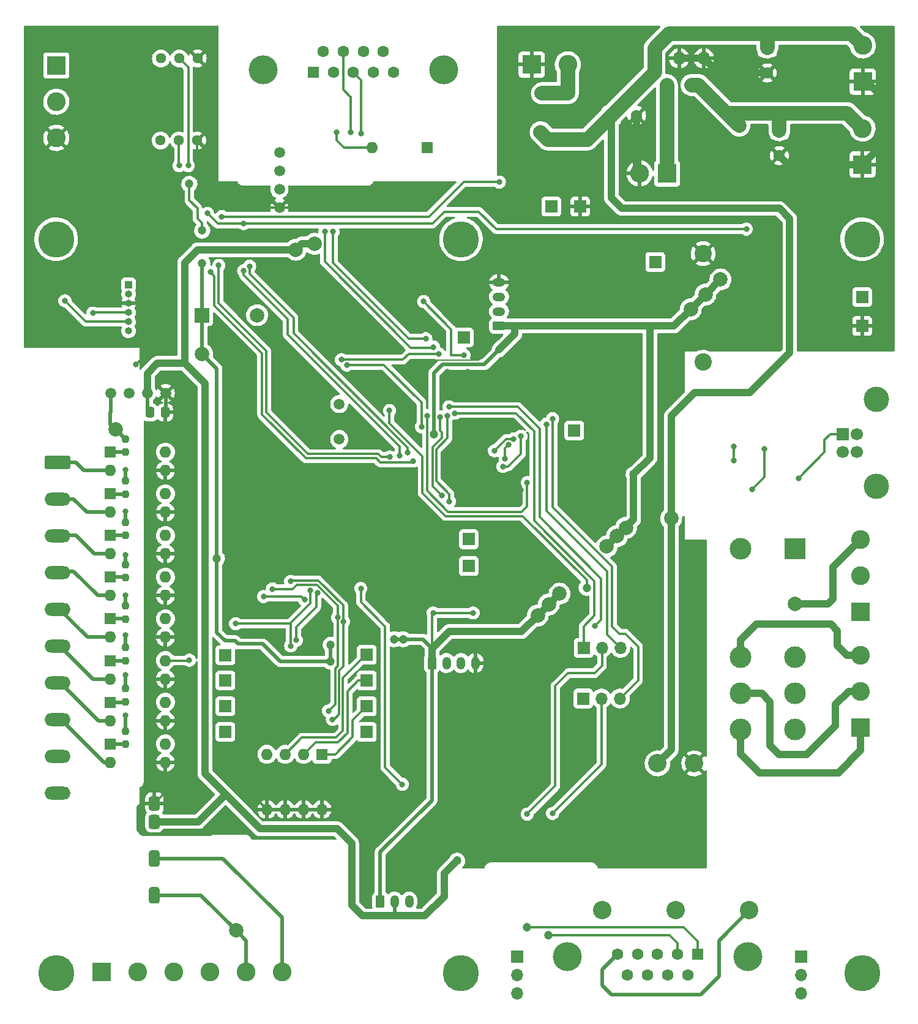
<source format=gbr>
%TF.GenerationSoftware,KiCad,Pcbnew,6.0.5*%
%TF.CreationDate,2022-09-27T17:44:27+03:00*%
%TF.ProjectId,stm32,73746d33-322e-46b6-9963-61645f706362,rev?*%
%TF.SameCoordinates,Original*%
%TF.FileFunction,Copper,L2,Bot*%
%TF.FilePolarity,Positive*%
%FSLAX46Y46*%
G04 Gerber Fmt 4.6, Leading zero omitted, Abs format (unit mm)*
G04 Created by KiCad (PCBNEW 6.0.5) date 2022-09-27 17:44:27*
%MOMM*%
%LPD*%
G01*
G04 APERTURE LIST*
G04 Aperture macros list*
%AMRoundRect*
0 Rectangle with rounded corners*
0 $1 Rounding radius*
0 $2 $3 $4 $5 $6 $7 $8 $9 X,Y pos of 4 corners*
0 Add a 4 corners polygon primitive as box body*
4,1,4,$2,$3,$4,$5,$6,$7,$8,$9,$2,$3,0*
0 Add four circle primitives for the rounded corners*
1,1,$1+$1,$2,$3*
1,1,$1+$1,$4,$5*
1,1,$1+$1,$6,$7*
1,1,$1+$1,$8,$9*
0 Add four rect primitives between the rounded corners*
20,1,$1+$1,$2,$3,$4,$5,0*
20,1,$1+$1,$4,$5,$6,$7,0*
20,1,$1+$1,$6,$7,$8,$9,0*
20,1,$1+$1,$8,$9,$2,$3,0*%
G04 Aperture macros list end*
%TA.AperFunction,ComponentPad*%
%ADD10RoundRect,0.381000X-0.381000X0.619000X-0.381000X-0.619000X0.381000X-0.619000X0.381000X0.619000X0*%
%TD*%
%TA.AperFunction,ComponentPad*%
%ADD11RoundRect,0.381000X-0.381000X0.762000X-0.381000X-0.762000X0.381000X-0.762000X0.381000X0.762000X0*%
%TD*%
%TA.AperFunction,ComponentPad*%
%ADD12C,2.540000*%
%TD*%
%TA.AperFunction,ComponentPad*%
%ADD13C,3.000000*%
%TD*%
%TA.AperFunction,ComponentPad*%
%ADD14R,3.000000X3.000000*%
%TD*%
%TA.AperFunction,ComponentPad*%
%ADD15RoundRect,0.250000X-1.550000X0.650000X-1.550000X-0.650000X1.550000X-0.650000X1.550000X0.650000X0*%
%TD*%
%TA.AperFunction,ComponentPad*%
%ADD16O,3.600000X1.800000*%
%TD*%
%TA.AperFunction,ComponentPad*%
%ADD17R,2.600000X2.600000*%
%TD*%
%TA.AperFunction,ComponentPad*%
%ADD18C,2.600000*%
%TD*%
%TA.AperFunction,ComponentPad*%
%ADD19C,1.500000*%
%TD*%
%TA.AperFunction,ComponentPad*%
%ADD20C,5.000000*%
%TD*%
%TA.AperFunction,ComponentPad*%
%ADD21R,1.000000X1.000000*%
%TD*%
%TA.AperFunction,ComponentPad*%
%ADD22O,1.000000X1.000000*%
%TD*%
%TA.AperFunction,ComponentPad*%
%ADD23R,1.600000X1.600000*%
%TD*%
%TA.AperFunction,ComponentPad*%
%ADD24O,1.600000X1.600000*%
%TD*%
%TA.AperFunction,ComponentPad*%
%ADD25C,1.600000*%
%TD*%
%TA.AperFunction,ComponentPad*%
%ADD26O,1.700000X1.700000*%
%TD*%
%TA.AperFunction,ComponentPad*%
%ADD27R,1.700000X1.700000*%
%TD*%
%TA.AperFunction,ComponentPad*%
%ADD28C,2.400000*%
%TD*%
%TA.AperFunction,ComponentPad*%
%ADD29R,2.000000X2.000000*%
%TD*%
%TA.AperFunction,ComponentPad*%
%ADD30C,2.000000*%
%TD*%
%TA.AperFunction,ComponentPad*%
%ADD31C,4.000000*%
%TD*%
%TA.AperFunction,ComponentPad*%
%ADD32C,1.440000*%
%TD*%
%TA.AperFunction,ComponentPad*%
%ADD33O,1.200000X1.750000*%
%TD*%
%TA.AperFunction,ComponentPad*%
%ADD34RoundRect,0.250000X-0.350000X-0.625000X0.350000X-0.625000X0.350000X0.625000X-0.350000X0.625000X0*%
%TD*%
%TA.AperFunction,ComponentPad*%
%ADD35C,3.500000*%
%TD*%
%TA.AperFunction,ComponentPad*%
%ADD36C,1.700000*%
%TD*%
%TA.AperFunction,ComponentPad*%
%ADD37O,2.600000X2.600000*%
%TD*%
%TA.AperFunction,ComponentPad*%
%ADD38RoundRect,0.250000X0.625000X-0.350000X0.625000X0.350000X-0.625000X0.350000X-0.625000X-0.350000X0*%
%TD*%
%TA.AperFunction,ComponentPad*%
%ADD39O,1.750000X1.200000*%
%TD*%
%TA.AperFunction,ComponentPad*%
%ADD40R,1.800000X1.800000*%
%TD*%
%TA.AperFunction,ComponentPad*%
%ADD41O,1.800000X1.800000*%
%TD*%
%TA.AperFunction,SMDPad,CuDef*%
%ADD42RoundRect,0.237500X-0.237500X0.250000X-0.237500X-0.250000X0.237500X-0.250000X0.237500X0.250000X0*%
%TD*%
%TA.AperFunction,SMDPad,CuDef*%
%ADD43RoundRect,0.250000X-0.337500X-0.475000X0.337500X-0.475000X0.337500X0.475000X-0.337500X0.475000X0*%
%TD*%
%TA.AperFunction,ViaPad*%
%ADD44C,2.000000*%
%TD*%
%TA.AperFunction,ViaPad*%
%ADD45C,0.800000*%
%TD*%
%TA.AperFunction,ViaPad*%
%ADD46C,1.200000*%
%TD*%
%TA.AperFunction,Conductor*%
%ADD47C,1.000000*%
%TD*%
%TA.AperFunction,Conductor*%
%ADD48C,0.500000*%
%TD*%
%TA.AperFunction,Conductor*%
%ADD49C,0.300000*%
%TD*%
%TA.AperFunction,Conductor*%
%ADD50C,0.200000*%
%TD*%
%TA.AperFunction,Conductor*%
%ADD51C,2.000000*%
%TD*%
G04 APERTURE END LIST*
D10*
%TO.P,Q3,1,GND*%
%TO.N,GND*%
X32105600Y-127480400D03*
%TO.P,Q3,2,Vin*%
%TO.N,+5V*%
X32105600Y-130020400D03*
D11*
%TO.P,Q3,4,0V*%
%TO.N,Net-(J20-Pad6)*%
X32105600Y-135100400D03*
%TO.P,Q3,6,+Vo*%
%TO.N,Net-(J20-Pad5)*%
X32105600Y-140180400D03*
%TD*%
D12*
%TO.P,Q2,1,GND*%
%TO.N,GND*%
X106781600Y-121970800D03*
%TO.P,Q2,2,Vin*%
%TO.N,+24V*%
X101701600Y-121970800D03*
%TO.P,Q2,3,+Vo*%
%TO.N,Net-(J18-Pad8)*%
X94081600Y-142290800D03*
%TO.P,Q2,4*%
%TO.N,N/C*%
X104241600Y-142290800D03*
%TO.P,Q2,5,0V*%
%TO.N,GND2*%
X114401600Y-142290800D03*
%TD*%
D13*
%TO.P,K1,11*%
%TO.N,/COM1*%
X120707500Y-112292500D03*
%TO.P,K1,12*%
%TO.N,/NC1*%
X120707500Y-107292500D03*
%TO.P,K1,14*%
%TO.N,/NO1*%
X120707500Y-117292500D03*
%TO.P,K1,21*%
%TO.N,/COM2*%
X113207500Y-112292500D03*
%TO.P,K1,22*%
%TO.N,/NC2*%
X113207500Y-107292500D03*
%TO.P,K1,24*%
%TO.N,/NO2*%
X113207500Y-117292500D03*
D14*
%TO.P,K1,A1*%
%TO.N,Net-(Q6-Pad3)*%
X120707500Y-92292500D03*
D13*
%TO.P,K1,A2*%
%TO.N,+24V*%
X113207500Y-92292500D03*
%TD*%
D15*
%TO.P,J30,1,Pin_1*%
%TO.N,/Optocouple1/EXTi*%
X18683400Y-80398958D03*
D16*
%TO.P,J30,2,Pin_2*%
%TO.N,/Optocouple2/EXTi*%
X18683400Y-85478958D03*
%TO.P,J30,3,Pin_3*%
%TO.N,/Optocouple/EXTi*%
X18683400Y-90558958D03*
%TO.P,J30,4,Pin_4*%
%TO.N,/Optocouple3/EXTi*%
X18683400Y-95638958D03*
%TO.P,J30,5,Pin_5*%
%TO.N,/Optocouple4/EXTi*%
X18683400Y-100718958D03*
%TO.P,J30,6,Pin_6*%
%TO.N,/Optocouple5/EXTi*%
X18683400Y-105798958D03*
%TO.P,J30,7,Pin_7*%
%TO.N,/Optocouple6/EXTi*%
X18683400Y-110878958D03*
%TO.P,J30,8,Pin_8*%
%TO.N,/Optocouple7/EXTi*%
X18683400Y-115958958D03*
%TO.P,J30,9,Pin_9*%
%TO.N,/Egnd*%
X18683400Y-121038958D03*
%TO.P,J30,10,Pin_10*%
X18683400Y-126118958D03*
%TD*%
D17*
%TO.P,J10,1,Pin_1*%
%TO.N,/NO2*%
X129805000Y-117000000D03*
D18*
%TO.P,J10,2,Pin_2*%
%TO.N,/COM2*%
X129805000Y-112000000D03*
%TO.P,J10,3,Pin_3*%
%TO.N,/NC2*%
X129805000Y-107000000D03*
%TD*%
D19*
%TO.P,Q8,1,GND*%
%TO.N,GND*%
X49384800Y-45143469D03*
%TO.P,Q8,2,Vin*%
%TO.N,+5V*%
X49384800Y-42603469D03*
%TO.P,Q8,3,0V*%
%TO.N,GND1*%
X49384800Y-40063469D03*
%TO.P,Q8,4,+Vo*%
%TO.N,Net-(C23-Pad1)*%
X49384800Y-37523469D03*
%TD*%
%TO.P,Q1,1,GND*%
%TO.N,GND*%
X33645400Y-70780886D03*
%TO.P,Q1,2,Vin*%
%TO.N,+5V*%
X31105400Y-70780886D03*
%TO.P,Q1,3,0V*%
%TO.N,/Egnd*%
X28565400Y-70780886D03*
%TO.P,Q1,4,+Vo*%
%TO.N,/E5*%
X26025400Y-70780886D03*
%TD*%
D20*
%TO.P,P6,1,P1*%
%TO.N,unconnected-(P6-Pad1)*%
X74500000Y-49500000D03*
%TD*%
%TO.P,P5,1,P1*%
%TO.N,unconnected-(P5-Pad1)*%
X130000000Y-49500000D03*
%TD*%
D21*
%TO.P,J9,1,Pin_1*%
%TO.N,/SWCLK*%
X28525000Y-55825000D03*
D22*
%TO.P,J9,2,Pin_2*%
%TO.N,/SWDIO*%
X28525000Y-57095000D03*
%TO.P,J9,3,Pin_3*%
%TO.N,GND*%
X28525000Y-58365000D03*
%TO.P,J9,4,Pin_4*%
%TO.N,Net-(R1-Pad1)*%
X28525000Y-59635000D03*
%TO.P,J9,5,Pin_5*%
%TO.N,/boot*%
X28525000Y-60905000D03*
%TO.P,J9,6,Pin_6*%
%TO.N,/rst*%
X28525000Y-62175000D03*
%TD*%
D23*
%TO.P,U17,1*%
%TO.N,Net-(R37-Pad2)*%
X26000000Y-113511428D03*
D24*
%TO.P,U17,2*%
%TO.N,/Optocouple6/EXTi*%
X26000000Y-116051428D03*
%TO.P,U17,3*%
%TO.N,GND*%
X33620000Y-116051428D03*
%TO.P,U17,4*%
%TO.N,/Optocouple6/In*%
X33620000Y-113511428D03*
%TD*%
D18*
%TO.P,J27,2,Pin_2*%
%TO.N,+5V*%
X130047000Y-34183500D03*
D17*
%TO.P,J27,1,Pin_1*%
%TO.N,GND*%
X130047000Y-39183500D03*
%TD*%
D25*
%TO.P,C19,2*%
%TO.N,GND*%
X98798349Y-32412500D03*
D23*
%TO.P,C19,1*%
%TO.N,+24V*%
X95298349Y-32412500D03*
%TD*%
%TO.P,C28,1*%
%TO.N,+5V*%
X118541000Y-34444500D03*
D25*
%TO.P,C28,2*%
%TO.N,GND*%
X118541000Y-37944500D03*
%TD*%
D26*
%TO.P,JP4,3,B*%
%TO.N,GND2*%
X121583400Y-153775700D03*
%TO.P,JP4,2,C*%
%TO.N,/SSI_Z*%
X121583400Y-151235700D03*
D27*
%TO.P,JP4,1,A*%
%TO.N,Net-(J18-Pad8)*%
X121583400Y-148695700D03*
%TD*%
%TO.P,J16,1,Pin_1*%
%TO.N,Net-(J16-Pad1)*%
X75590400Y-94691200D03*
%TD*%
%TO.P,TP4,1,1*%
%TO.N,+3.3V*%
X130000000Y-57500000D03*
%TD*%
D20*
%TO.P,P3,1,P1*%
%TO.N,unconnected-(P3-Pad1)*%
X18500000Y-151000000D03*
%TD*%
D24*
%TO.P,SW4,2*%
%TO.N,/CANL*%
X62194600Y-36804600D03*
D23*
%TO.P,SW4,1*%
%TO.N,Net-(R28-Pad2)*%
X69814600Y-36804600D03*
%TD*%
D28*
%TO.P,C22,1*%
%TO.N,Net-(C22-Pad1)*%
X108000000Y-66500000D03*
%TO.P,C22,2*%
%TO.N,GND*%
X108000000Y-51500000D03*
%TD*%
D27*
%TO.P,JP2,1,A*%
%TO.N,/SPI1_MISO*%
X91420000Y-113000000D03*
D26*
%TO.P,JP2,2,C*%
%TO.N,/Rx422*%
X93960000Y-113000000D03*
%TO.P,JP2,3,B*%
%TO.N,/USART1Rx*%
X96500000Y-113000000D03*
%TD*%
D23*
%TO.P,U15,1*%
%TO.N,Net-(R35-Pad2)*%
X26000000Y-101985714D03*
D24*
%TO.P,U15,2*%
%TO.N,/Optocouple4/EXTi*%
X26000000Y-104525714D03*
%TO.P,U15,3*%
%TO.N,GND*%
X33620000Y-104525714D03*
%TO.P,U15,4*%
%TO.N,/Optocouple4/In*%
X33620000Y-101985714D03*
%TD*%
D17*
%TO.P,J20,1,Pin_1*%
%TO.N,Net-(J20-Pad1)*%
X24749600Y-150787800D03*
D18*
%TO.P,J20,2,Pin_2*%
%TO.N,Net-(J20-Pad2)*%
X29749600Y-150787800D03*
%TO.P,J20,3,Pin_3*%
%TO.N,Net-(J20-Pad3)*%
X34749600Y-150787800D03*
%TO.P,J20,4,Pin_4*%
%TO.N,Net-(J20-Pad4)*%
X39749600Y-150787800D03*
%TO.P,J20,5,Pin_5*%
%TO.N,Net-(J20-Pad5)*%
X44749600Y-150787800D03*
%TO.P,J20,6,Pin_6*%
%TO.N,Net-(J20-Pad6)*%
X49749600Y-150787800D03*
%TD*%
D27*
%TO.P,TP2,1,1*%
%TO.N,GND*%
X130000000Y-61500000D03*
%TD*%
D29*
%TO.P,BZ1,1,-*%
%TO.N,+3.3V*%
X38700000Y-60000000D03*
D30*
%TO.P,BZ1,2,+*%
%TO.N,Net-(BZ1-Pad2)*%
X46300000Y-60000000D03*
%TD*%
D27*
%TO.P,J15,1,Pin_1*%
%TO.N,Net-(J15-Pad1)*%
X75590400Y-90982800D03*
%TD*%
D31*
%TO.P,J28,0*%
%TO.N,N/C*%
X47111000Y-26116000D03*
X72111000Y-26116000D03*
D23*
%TO.P,J28,1,1*%
%TO.N,unconnected-(J28-Pad1)*%
X54071000Y-26416000D03*
D25*
%TO.P,J28,2,2*%
%TO.N,/CANL*%
X56841000Y-26416000D03*
%TO.P,J28,3,3*%
%TO.N,GND1*%
X59611000Y-26416000D03*
%TO.P,J28,4,4*%
%TO.N,unconnected-(J28-Pad4)*%
X62381000Y-26416000D03*
%TO.P,J28,5,5*%
%TO.N,unconnected-(J28-Pad5)*%
X65151000Y-26416000D03*
%TO.P,J28,6,6*%
%TO.N,unconnected-(J28-Pad6)*%
X55456000Y-23576000D03*
%TO.P,J28,7,7*%
%TO.N,/CANH*%
X58226000Y-23576000D03*
%TO.P,J28,8,8*%
%TO.N,unconnected-(J28-Pad8)*%
X60996000Y-23576000D03*
%TO.P,J28,9,9*%
%TO.N,unconnected-(J28-Pad9)*%
X63766000Y-23576000D03*
%TD*%
D19*
%TO.P,Y1,2,2*%
%TO.N,/OSCOUT*%
X57678600Y-77156200D03*
%TO.P,Y1,1,1*%
%TO.N,/OSCIN*%
X57678600Y-72276200D03*
%TD*%
D17*
%TO.P,J25,1,Pin_1*%
%TO.N,/NO1*%
X129805000Y-101000000D03*
D18*
%TO.P,J25,2,Pin_2*%
%TO.N,/COM1*%
X129805000Y-96000000D03*
%TO.P,J25,3,Pin_3*%
%TO.N,/NC1*%
X129805000Y-91000000D03*
%TD*%
D27*
%TO.P,J3,1,Pin_1*%
%TO.N,Net-(J3-Pad1)*%
X41914200Y-106994800D03*
%TD*%
%TO.P,TP3,1,1*%
%TO.N,GND*%
X91000000Y-45000000D03*
%TD*%
D32*
%TO.P,RV1,1,1*%
%TO.N,GND*%
X38079800Y-24514600D03*
%TO.P,RV1,2,2*%
%TO.N,/AIN2*%
X35539800Y-24514600D03*
%TO.P,RV1,3,3*%
%TO.N,Net-(C12-Pad2)*%
X32999800Y-24514600D03*
%TD*%
D33*
%TO.P,J19,4,Pin_4*%
%TO.N,GND*%
X76500000Y-108099400D03*
%TO.P,J19,3,Pin_3*%
%TO.N,Net-(J19-Pad3)*%
X74500000Y-108099400D03*
%TO.P,J19,2,Pin_2*%
%TO.N,Net-(J19-Pad2)*%
X72500000Y-108099400D03*
D34*
%TO.P,J19,1,Pin_1*%
%TO.N,+3.3V*%
X70500000Y-108099400D03*
%TD*%
D27*
%TO.P,J1,1,Pin_1*%
%TO.N,Net-(J1-Pad1)*%
X61472200Y-114081400D03*
%TD*%
%TO.P,J2,1,Pin_1*%
%TO.N,Net-(J2-Pad1)*%
X61472200Y-110525400D03*
%TD*%
D35*
%TO.P,J29,5,Shield*%
%TO.N,Net-(D8-Pad4)*%
X132000000Y-83699200D03*
X132000000Y-71659200D03*
D36*
%TO.P,J29,4,GND*%
X129290000Y-76429200D03*
%TO.P,J29,3,D+*%
%TO.N,Net-(J29-Pad3)*%
X129290000Y-78929200D03*
%TO.P,J29,2,D-*%
%TO.N,Net-(J29-Pad2)*%
X127290000Y-78929200D03*
D27*
%TO.P,J29,1,VBUS*%
%TO.N,Net-(D8-Pad1)*%
X127290000Y-76429200D03*
%TD*%
%TO.P,J5,1,Pin_1*%
%TO.N,Net-(J5-Pad1)*%
X41914200Y-110500000D03*
%TD*%
%TO.P,JP3,1,A*%
%TO.N,Net-(J18-Pad8)*%
X82289600Y-148695700D03*
D26*
%TO.P,JP3,2,C*%
%TO.N,/SSI_VR*%
X82289600Y-151235700D03*
%TO.P,JP3,3,B*%
%TO.N,GND2*%
X82289600Y-153775700D03*
%TD*%
D23*
%TO.P,U14,1*%
%TO.N,Net-(R34-Pad2)*%
X26000000Y-96222857D03*
D24*
%TO.P,U14,2*%
%TO.N,/Optocouple3/EXTi*%
X26000000Y-98762857D03*
%TO.P,U14,3*%
%TO.N,GND*%
X33620000Y-98762857D03*
%TO.P,U14,4*%
%TO.N,/Optocouple3/In*%
X33620000Y-96222857D03*
%TD*%
D17*
%TO.P,D10,1,K*%
%TO.N,Net-(D10-Pad1)*%
X103027000Y-40413500D03*
D37*
%TO.P,D10,2,A*%
%TO.N,GND*%
X99217000Y-40413500D03*
%TD*%
D31*
%TO.P,J18,0*%
%TO.N,N/C*%
X114205200Y-148658169D03*
X89205200Y-148658169D03*
D23*
%TO.P,J18,1,1*%
%TO.N,Net-(J18-Pad1)*%
X107245200Y-148358169D03*
D25*
%TO.P,J18,2,2*%
%TO.N,Net-(J18-Pad2)*%
X104475200Y-148358169D03*
%TO.P,J18,3,3*%
%TO.N,Net-(J18-Pad3)*%
X101705200Y-148358169D03*
%TO.P,J18,4,4*%
%TO.N,Net-(J18-Pad4)*%
X98935200Y-148358169D03*
%TO.P,J18,5,5*%
%TO.N,GND2*%
X96165200Y-148358169D03*
%TO.P,J18,6,6*%
%TO.N,/SSI_Z*%
X105860200Y-151198169D03*
%TO.P,J18,7,7*%
%TO.N,/SSI_VR*%
X103090200Y-151198169D03*
%TO.P,J18,8,8*%
%TO.N,Net-(J18-Pad8)*%
X100320200Y-151198169D03*
%TO.P,J18,9,9*%
%TO.N,unconnected-(J18-Pad9)*%
X97550200Y-151198169D03*
%TD*%
D32*
%TO.P,RV2,1,1*%
%TO.N,GND*%
X38029000Y-35843000D03*
%TO.P,RV2,2,2*%
%TO.N,/AIN3*%
X35489000Y-35843000D03*
%TO.P,RV2,3,3*%
%TO.N,Net-(C13-Pad2)*%
X32949000Y-35843000D03*
%TD*%
D27*
%TO.P,J8,1,Pin_1*%
%TO.N,Net-(J8-Pad1)*%
X61472200Y-117637400D03*
%TD*%
%TO.P,J17,1,Pin_1*%
%TO.N,Net-(J17-Pad1)*%
X74879200Y-63093600D03*
%TD*%
D17*
%TO.P,J21,1,Pin_1*%
%TO.N,Net-(J21-Pad1)*%
X18526000Y-25500000D03*
D18*
%TO.P,J21,2,Pin_2*%
%TO.N,Net-(J21-Pad2)*%
X18526000Y-30500000D03*
%TO.P,J21,3,Pin_3*%
%TO.N,GND*%
X18526000Y-35500000D03*
%TD*%
D23*
%TO.P,U16,1*%
%TO.N,Net-(R36-Pad2)*%
X26000000Y-107748571D03*
D24*
%TO.P,U16,2*%
%TO.N,/Optocouple5/EXTi*%
X26000000Y-110288571D03*
%TO.P,U16,3*%
%TO.N,GND*%
X33620000Y-110288571D03*
%TO.P,U16,4*%
%TO.N,/Optocouple5/In*%
X33620000Y-107748571D03*
%TD*%
D23*
%TO.P,C18,1*%
%TO.N,+24V*%
X116890000Y-23012849D03*
D25*
%TO.P,C18,2*%
%TO.N,GND*%
X116890000Y-26512849D03*
%TD*%
D23*
%TO.P,U13,1*%
%TO.N,Net-(R33-Pad2)*%
X26000000Y-84697143D03*
D24*
%TO.P,U13,2*%
%TO.N,/Optocouple2/EXTi*%
X26000000Y-87237143D03*
%TO.P,U13,3*%
%TO.N,GND*%
X33620000Y-87237143D03*
%TO.P,U13,4*%
%TO.N,/Optocouple2/In*%
X33620000Y-84697143D03*
%TD*%
D34*
%TO.P,J22,1,Pin_1*%
%TO.N,+3.3V*%
X63338600Y-141059000D03*
D33*
%TO.P,J22,2,Pin_2*%
%TO.N,+5V*%
X65338600Y-141059000D03*
%TO.P,J22,3,Pin_3*%
%TO.N,/G1*%
X67338600Y-141059000D03*
%TD*%
D23*
%TO.P,SW2,1*%
%TO.N,Net-(J1-Pad1)*%
X55274600Y-120717900D03*
D24*
%TO.P,SW2,2*%
%TO.N,Net-(J2-Pad1)*%
X52734600Y-120717900D03*
%TO.P,SW2,3*%
%TO.N,Net-(J7-Pad1)*%
X50194600Y-120717900D03*
%TO.P,SW2,4*%
%TO.N,Net-(J8-Pad1)*%
X47654600Y-120717900D03*
%TO.P,SW2,5*%
%TO.N,GND*%
X47654600Y-128337900D03*
%TO.P,SW2,6*%
X50194600Y-128337900D03*
%TO.P,SW2,7*%
X52734600Y-128337900D03*
%TO.P,SW2,8*%
X55274600Y-128337900D03*
%TD*%
D23*
%TO.P,U11,1*%
%TO.N,Net-(R31-Pad2)*%
X26000000Y-90460000D03*
D24*
%TO.P,U11,2*%
%TO.N,/Optocouple/EXTi*%
X26000000Y-93000000D03*
%TO.P,U11,3*%
%TO.N,GND*%
X33620000Y-93000000D03*
%TO.P,U11,4*%
%TO.N,/Optocouple/In*%
X33620000Y-90460000D03*
%TD*%
D27*
%TO.P,TP1,1,1*%
%TO.N,Net-(C22-Pad1)*%
X101396000Y-52650000D03*
%TD*%
D20*
%TO.P,P1,1,P1*%
%TO.N,unconnected-(P1-Pad1)*%
X74500000Y-151000000D03*
%TD*%
D38*
%TO.P,J24,1,Pin_1*%
%TO.N,+3.3V*%
X79764000Y-61492000D03*
D39*
%TO.P,J24,2,Pin_2*%
%TO.N,+5V*%
X79764000Y-59492000D03*
%TO.P,J24,3,Pin_3*%
%TO.N,/4.6V*%
X79764000Y-57492000D03*
%TO.P,J24,4,Pin_4*%
%TO.N,GND*%
X79764000Y-55492000D03*
%TD*%
D20*
%TO.P,P4,1,P1*%
%TO.N,unconnected-(P4-Pad1)*%
X18500000Y-49500000D03*
%TD*%
D23*
%TO.P,U18,1*%
%TO.N,Net-(R38-Pad2)*%
X26000000Y-119274286D03*
D24*
%TO.P,U18,2*%
%TO.N,/Optocouple7/EXTi*%
X26000000Y-121814286D03*
%TO.P,U18,3*%
%TO.N,GND*%
X33620000Y-121814286D03*
%TO.P,U18,4*%
%TO.N,/Optocouple7/In*%
X33620000Y-119274286D03*
%TD*%
D27*
%TO.P,TP5,1,1*%
%TO.N,+5V*%
X87000000Y-45000000D03*
%TD*%
D30*
%TO.P,L1,1,1*%
%TO.N,+5V*%
X113000000Y-33809500D03*
%TO.P,L1,2,2*%
%TO.N,Net-(D10-Pad1)*%
X103000000Y-33809500D03*
%TD*%
D27*
%TO.P,JP1,1,A*%
%TO.N,/SPI1_SCK*%
X91475000Y-106000000D03*
D26*
%TO.P,JP1,2,C*%
%TO.N,/Tx422*%
X94015000Y-106000000D03*
%TO.P,JP1,3,B*%
%TO.N,/USART1Tx*%
X96555000Y-106000000D03*
%TD*%
D18*
%TO.P,J26,2,Pin_2*%
%TO.N,+24V*%
X130098000Y-22713500D03*
D17*
%TO.P,J26,1,Pin_1*%
%TO.N,GND*%
X130098000Y-27713500D03*
%TD*%
D27*
%TO.P,J4,1,Pin_1*%
%TO.N,Net-(J4-Pad1)*%
X41914200Y-117612000D03*
%TD*%
%TO.P,J6,1,Pin_1*%
%TO.N,Net-(J6-Pad1)*%
X41914200Y-114056000D03*
%TD*%
D40*
%TO.P,U9,1,VIN*%
%TO.N,+24V*%
X101298000Y-24488500D03*
D41*
%TO.P,U9,2,VOUT*%
%TO.N,Net-(D10-Pad1)*%
X102998000Y-28188500D03*
%TO.P,U9,3,GND*%
%TO.N,GND*%
X104698000Y-24488500D03*
%TO.P,U9,4,FB*%
%TO.N,+5V*%
X106398000Y-28188500D03*
%TO.P,U9,5,ON/OFF*%
%TO.N,GND*%
X108098000Y-24488500D03*
%TD*%
D27*
%TO.P,J7,1,Pin_1*%
%TO.N,Net-(J7-Pad1)*%
X61472200Y-106969400D03*
%TD*%
D23*
%TO.P,U12,1*%
%TO.N,Net-(R32-Pad2)*%
X26000000Y-78934286D03*
D24*
%TO.P,U12,2*%
%TO.N,/Optocouple1/EXTi*%
X26000000Y-81474286D03*
%TO.P,U12,3*%
%TO.N,GND*%
X33620000Y-81474286D03*
%TO.P,U12,4*%
%TO.N,/Optocouple1/In*%
X33620000Y-78934286D03*
%TD*%
D20*
%TO.P,P2,1,P1*%
%TO.N,unconnected-(P2-Pad1)*%
X130000000Y-151000000D03*
%TD*%
D17*
%TO.P,J23,1,Pin_1*%
%TO.N,GND*%
X84291000Y-25351500D03*
D18*
%TO.P,J23,2,Pin_2*%
%TO.N,Net-(J23-Pad2)*%
X89291000Y-25351500D03*
%TD*%
D27*
%TO.P,J38,1,Pin_1*%
%TO.N,Net-(J38-Pad1)*%
X90170000Y-75946000D03*
%TD*%
D42*
%TO.P,R36,1*%
%TO.N,/E5*%
X28057400Y-105936386D03*
%TO.P,R36,2*%
%TO.N,Net-(R36-Pad2)*%
X28057400Y-107761386D03*
%TD*%
%TO.P,R32,1*%
%TO.N,/E5*%
X28057400Y-77130886D03*
%TO.P,R32,2*%
%TO.N,Net-(R32-Pad2)*%
X28057400Y-78955886D03*
%TD*%
D43*
%TO.P,C1,1*%
%TO.N,+5V*%
X31486400Y-73447886D03*
%TO.P,C1,2*%
%TO.N,GND*%
X33561400Y-73447886D03*
%TD*%
D42*
%TO.P,R35,1*%
%TO.N,/E5*%
X28057400Y-100197886D03*
%TO.P,R35,2*%
%TO.N,Net-(R35-Pad2)*%
X28057400Y-102022886D03*
%TD*%
%TO.P,R37,1*%
%TO.N,/E5*%
X28057400Y-111627886D03*
%TO.P,R37,2*%
%TO.N,Net-(R37-Pad2)*%
X28057400Y-113452886D03*
%TD*%
%TO.P,R38,1*%
%TO.N,/E5*%
X28057400Y-117493386D03*
%TO.P,R38,2*%
%TO.N,Net-(R38-Pad2)*%
X28057400Y-119318386D03*
%TD*%
%TO.P,R33,1*%
%TO.N,/E5*%
X28057400Y-82925886D03*
%TO.P,R33,2*%
%TO.N,Net-(R33-Pad2)*%
X28057400Y-84750886D03*
%TD*%
%TO.P,R34,1*%
%TO.N,/E5*%
X28057400Y-94482886D03*
%TO.P,R34,2*%
%TO.N,Net-(R34-Pad2)*%
X28057400Y-96307886D03*
%TD*%
%TO.P,R31,1*%
%TO.N,/E5*%
X28057400Y-88640886D03*
%TO.P,R31,2*%
%TO.N,Net-(R31-Pad2)*%
X28057400Y-90465886D03*
%TD*%
D44*
%TO.N,/E5*%
X26720457Y-75793943D03*
D45*
%TO.N,/AIN1*%
X44450000Y-53848000D03*
D46*
%TO.N,/Relay*%
X91897200Y-97688400D03*
%TO.N,Net-(J18-Pad2)*%
X86614000Y-145694400D03*
%TO.N,Net-(J18-Pad1)*%
X83667600Y-144627600D03*
%TO.N,+5V*%
X73964800Y-135432800D03*
D44*
%TO.N,+24V*%
X103581200Y-88087200D03*
D45*
%TO.N,GND*%
X97993200Y-74371200D03*
%TO.N,/Rx422*%
X87172800Y-128879600D03*
%TO.N,/Tx422*%
X83667600Y-128981200D03*
%TO.N,/SPI1_MISO*%
X93000000Y-103000000D03*
D46*
%TO.N,GND*%
X85500000Y-118500000D03*
D44*
%TO.N,/NC1*%
X120700800Y-99923600D03*
D45*
%TO.N,GND*%
X46888400Y-110490000D03*
%TO.N,/Addr2*%
X50952400Y-96824800D03*
%TO.N,/DEN1*%
X47193200Y-98907600D03*
%TO.N,/PWM*%
X60651777Y-97786577D03*
%TO.N,/Addr1*%
X57427733Y-101801223D03*
X48428200Y-97856600D03*
%TO.N,/DEN0*%
X54637559Y-98429044D03*
%TO.N,/DIN*%
X53695600Y-98094800D03*
%TO.N,/Addr2*%
X58255100Y-102362000D03*
%TO.N,/AIN2*%
X67157600Y-78994000D03*
%TO.N,/AIN1*%
X44450000Y-47345600D03*
%TO.N,/AIN2*%
X45262800Y-53238400D03*
D46*
%TO.N,+3.3V*%
X56489600Y-105562400D03*
X65278000Y-104800400D03*
D44*
X85115400Y-101523800D03*
X88138000Y-98501200D03*
X96088200Y-90551000D03*
X97336276Y-89385900D03*
X94665800Y-91973400D03*
X106283800Y-59192200D03*
X108315800Y-57160200D03*
%TO.N,+5V*%
X51663600Y-50952400D03*
D45*
%TO.N,/boot*%
X57962800Y-66154100D03*
%TO.N,/CAN_Tx*%
X56794400Y-48463200D03*
D46*
%TO.N,+3.3V*%
X36931600Y-41859200D03*
D45*
%TO.N,/E5*%
X28077880Y-115312006D03*
%TO.N,/AIN0*%
X64668400Y-79603600D03*
%TO.N,GND*%
X46888400Y-116840000D03*
D44*
%TO.N,+3.3V*%
X86639400Y-99999800D03*
D45*
%TO.N,/SPI2_MISO*%
X81788000Y-77114400D03*
X79146400Y-78740000D03*
%TO.N,/SPI2_MOSI*%
X82804000Y-76758800D03*
X80327300Y-80924400D03*
%TO.N,/SPI2_SCK*%
X81127600Y-77927200D03*
X80619600Y-79857600D03*
%TO.N,GND*%
X82753200Y-84175600D03*
X72644000Y-67818000D03*
X75387200Y-67818000D03*
X78028800Y-81432400D03*
%TO.N,/I2C1_SCL*%
X72898000Y-85750400D03*
X72644000Y-73964800D03*
%TO.N,/I2C1_SDA*%
X71613900Y-74066400D03*
X71831200Y-84937600D03*
%TO.N,/SPI1_MISO*%
X72847200Y-72694800D03*
%TO.N,/SPI1_SCK*%
X73660000Y-73558400D03*
%TO.N,GND*%
X46888400Y-106984800D03*
%TO.N,/PWM*%
X66395600Y-124866400D03*
%TO.N,GND*%
X68986400Y-115519200D03*
X65006900Y-128337900D03*
%TO.N,/DEN1*%
X52882800Y-99364800D03*
%TO.N,/DIN*%
X43332400Y-102666800D03*
%TO.N,/USART1Tx*%
X86309200Y-75082400D03*
%TO.N,/USART1Rx*%
X87172800Y-74320400D03*
%TO.N,/USBpullup*%
X83667600Y-83159600D03*
%TO.N,GND*%
X68808000Y-68858800D03*
X77317600Y-64820800D03*
X81534000Y-50546000D03*
X50038000Y-53441600D03*
X58623200Y-58166000D03*
X63550800Y-68783200D03*
X60147200Y-68834000D03*
X29565600Y-66852800D03*
%TO.N,Net-(R1-Pad1)*%
X23571200Y-59740800D03*
%TO.N,/boot*%
X19710400Y-58013600D03*
%TO.N,/rst*%
X69037200Y-75438000D03*
%TO.N,/USBpullup*%
X69799200Y-73914000D03*
%TO.N,/rst*%
X58724800Y-66903600D03*
%TO.N,/boot*%
X71475600Y-65379600D03*
%TO.N,/SWCLK*%
X69342000Y-58115200D03*
%TO.N,GND*%
X37185600Y-47447200D03*
%TO.N,/AIN3*%
X39827200Y-54051200D03*
%TO.N,/AIN0*%
X40995600Y-53136800D03*
%TO.N,/AIN3*%
X67919600Y-80162400D03*
%TO.N,/AIN1*%
X65989200Y-79451200D03*
D46*
%TO.N,+3.3V*%
X38709600Y-48310800D03*
X38709600Y-52832000D03*
D45*
%TO.N,/AIN0*%
X79806800Y-41605200D03*
X41402000Y-46380400D03*
%TO.N,/AIN1*%
X113995200Y-48107600D03*
X39420800Y-45923200D03*
%TO.N,/SWCLK*%
X74930000Y-65532000D03*
%TO.N,/Relay*%
X64617600Y-73202800D03*
%TO.N,/CAN_Rx*%
X70713600Y-64414400D03*
%TO.N,/CAN_Tx*%
X69646800Y-63246000D03*
%TO.N,/CAN_Rx*%
X55676800Y-48463200D03*
D46*
%TO.N,+3.3V*%
X70764400Y-76458800D03*
D44*
X38709600Y-65379600D03*
D46*
X56489600Y-107899200D03*
X40741600Y-93624400D03*
X66497200Y-104800400D03*
X98399600Y-81991200D03*
D45*
%TO.N,/Optocouple5/In*%
X36931600Y-107696000D03*
D44*
%TO.N,+5V*%
X54254400Y-50139600D03*
D45*
%TO.N,/AIN2*%
X36779200Y-39319200D03*
%TO.N,/AIN3*%
X35509200Y-39319200D03*
%TO.N,+3.3V*%
X76181200Y-101166600D03*
X70669400Y-101166600D03*
D44*
%TO.N,Net-(J23-Pad2)*%
X85688000Y-29324500D03*
X89291000Y-29324500D03*
%TO.N,+24V*%
X85521000Y-34698500D03*
%TO.N,+3.3V*%
X110413000Y-55063000D03*
D45*
%TO.N,GND*%
X58909800Y-43136869D03*
%TO.N,/CANL*%
X57309600Y-34754869D03*
%TO.N,GND1*%
X60713200Y-34932669D03*
%TO.N,/CANH*%
X59214600Y-34704069D03*
%TO.N,Net-(C20-Pad2)*%
X116445000Y-78484400D03*
X114794000Y-84047000D03*
%TO.N,Net-(D8-Pad7)*%
X112279400Y-78128800D03*
X112279400Y-80135400D03*
%TO.N,Net-(D8-Pad1)*%
X121194800Y-82523000D03*
%TO.N,GND*%
X41295200Y-130264600D03*
D44*
%TO.N,Net-(J20-Pad5)*%
X43378000Y-145081800D03*
D45*
%TO.N,/Addr2*%
X56722400Y-115884800D03*
%TO.N,/Addr1*%
X56189000Y-114716400D03*
%TO.N,/DEN0*%
X51718600Y-104937400D03*
%TO.N,/DIN*%
X50956600Y-105724800D03*
%TO.N,/E5*%
X28077880Y-98700406D03*
X28077880Y-109724006D03*
X28077880Y-87118006D03*
X28077880Y-104237606D03*
X28077880Y-93112406D03*
X28077880Y-81377606D03*
%TD*%
D47*
%TO.N,+5V*%
X31105400Y-68056200D02*
X32334200Y-66827400D01*
X32512000Y-66649600D02*
X32334200Y-66827400D01*
X36271200Y-66649600D02*
X32512000Y-66649600D01*
X36271200Y-65278000D02*
X36271200Y-66649600D01*
X36271200Y-66649600D02*
X39065200Y-69443600D01*
X39065200Y-69443600D02*
X39065200Y-123393200D01*
X39065200Y-123393200D02*
X41935400Y-126263400D01*
D48*
%TO.N,/E5*%
X26003900Y-75077386D02*
X26720457Y-75793943D01*
X26720457Y-75793943D02*
X28057400Y-77130886D01*
D49*
%TO.N,/AIN1*%
X44450000Y-53848000D02*
X44450000Y-54457600D01*
X44450000Y-54457600D02*
X50520600Y-60528200D01*
X50520600Y-60528200D02*
X50520600Y-62661800D01*
X50520600Y-62661800D02*
X66040000Y-78181200D01*
X66040000Y-78181200D02*
X66040000Y-79400400D01*
X66040000Y-79400400D02*
X65989200Y-79451200D01*
%TO.N,/AIN2*%
X45262800Y-53238400D02*
X45262800Y-54305200D01*
X45262800Y-54305200D02*
X51333400Y-60375800D01*
X51333400Y-60375800D02*
X51333400Y-62509400D01*
X51333400Y-62509400D02*
X67157600Y-78333600D01*
X67157600Y-78333600D02*
X67157600Y-78994000D01*
%TO.N,/Tx422*%
X94015000Y-106000000D02*
X94015000Y-108485000D01*
X94015000Y-108485000D02*
X93000000Y-109500000D01*
X93000000Y-109500000D02*
X89331200Y-109500000D01*
X89331200Y-109500000D02*
X87553800Y-111277400D01*
X87553800Y-125095000D02*
X83667600Y-128981200D01*
X87553800Y-111277400D02*
X87553800Y-125095000D01*
%TO.N,/Rx422*%
X87172800Y-128879600D02*
X93960000Y-122092400D01*
X93960000Y-122092400D02*
X93960000Y-113000000D01*
%TO.N,/SPI1_MISO*%
X72847200Y-72694800D02*
X82397600Y-72694800D01*
X93878400Y-96418400D02*
X93878400Y-102121600D01*
X82397600Y-72694800D02*
X85369400Y-75666600D01*
X85369400Y-75666600D02*
X85369400Y-87909400D01*
X85369400Y-87909400D02*
X93878400Y-96418400D01*
X93878400Y-102121600D02*
X93000000Y-103000000D01*
%TO.N,/USART1Rx*%
X96500000Y-113000000D02*
X99000000Y-110500000D01*
X99000000Y-110500000D02*
X99000000Y-105807200D01*
X99000000Y-105807200D02*
X97231200Y-104038400D01*
X97231200Y-104038400D02*
X96418400Y-104038400D01*
X96418400Y-104038400D02*
X95402400Y-103022400D01*
X95402400Y-103022400D02*
X95402400Y-94742000D01*
X95402400Y-94742000D02*
X87172800Y-86512400D01*
X87172800Y-86512400D02*
X87172800Y-74320400D01*
%TO.N,/USART1Tx*%
X86309200Y-75082400D02*
X86309200Y-87071200D01*
X86309200Y-87071200D02*
X94691200Y-95453200D01*
X94691200Y-95453200D02*
X94691200Y-104136200D01*
X94691200Y-104136200D02*
X96555000Y-106000000D01*
%TO.N,/USBpullup*%
X69799200Y-73914000D02*
X69799200Y-84277200D01*
X69799200Y-84277200D02*
X72745600Y-87223600D01*
X72745600Y-87223600D02*
X82905600Y-87223600D01*
X82905600Y-87223600D02*
X83667600Y-86461600D01*
X83667600Y-86461600D02*
X83667600Y-83159600D01*
%TO.N,/Relay*%
X64617600Y-73202800D02*
X64617600Y-74930000D01*
X64617600Y-74930000D02*
X69189600Y-79502000D01*
X72390000Y-87782400D02*
X83058000Y-87782400D01*
X69189600Y-79502000D02*
X69189600Y-84582000D01*
X69189600Y-84582000D02*
X72390000Y-87782400D01*
X83058000Y-87782400D02*
X91897200Y-96621600D01*
X91897200Y-96621600D02*
X91897200Y-97688400D01*
D48*
%TO.N,+3.3V*%
X40741600Y-103886000D02*
X41859200Y-105003600D01*
X43688000Y-105460800D02*
X47091600Y-105460800D01*
X41859200Y-105003600D02*
X43230800Y-105003600D01*
X43230800Y-105003600D02*
X43688000Y-105460800D01*
X40741600Y-93624400D02*
X40741600Y-103886000D01*
X47091600Y-105460800D02*
X49530000Y-107899200D01*
X49530000Y-107899200D02*
X56489600Y-107899200D01*
D49*
%TO.N,GND*%
X46888400Y-110490000D02*
X46888400Y-106984800D01*
X46888400Y-116840000D02*
X46888400Y-110490000D01*
%TO.N,+3.3V*%
X38709600Y-48310800D02*
X38700000Y-47285200D01*
X38700000Y-47285200D02*
X38049200Y-46634400D01*
X38049200Y-46634400D02*
X38049200Y-45262800D01*
X38049200Y-45262800D02*
X36931600Y-44145200D01*
X36931600Y-44145200D02*
X36931600Y-41859200D01*
D47*
%TO.N,+5V*%
X51663600Y-50952400D02*
X38049200Y-50952400D01*
X38049200Y-50952400D02*
X36271200Y-52730400D01*
X54254400Y-50139600D02*
X52476400Y-50139600D01*
X52476400Y-50139600D02*
X51663600Y-50952400D01*
X54254400Y-50596800D02*
X54254400Y-50139600D01*
X36271200Y-52730400D02*
X36271200Y-65278000D01*
D48*
%TO.N,+3.3V*%
X66497200Y-104800400D02*
X65278000Y-104800400D01*
X69219600Y-104800400D02*
X70500000Y-106080800D01*
X66497200Y-104800400D02*
X69219600Y-104800400D01*
D49*
%TO.N,/PWM*%
X63492800Y-102507200D02*
X63507200Y-102507200D01*
X64014600Y-122485400D02*
X66395600Y-124866400D01*
X63507200Y-102507200D02*
X64014600Y-103014600D01*
X64014600Y-103014600D02*
X64014600Y-122485400D01*
X60651777Y-97786577D02*
X60651777Y-99666177D01*
X60651777Y-99666177D02*
X63492800Y-102507200D01*
D47*
%TO.N,+3.3V*%
X86639400Y-99999800D02*
X88138000Y-98501200D01*
D48*
%TO.N,GND2*%
X96165200Y-148358169D02*
X94081600Y-150441769D01*
X94081600Y-150441769D02*
X94081600Y-152654000D01*
X94081600Y-152654000D02*
X95351600Y-153924000D01*
X95351600Y-153924000D02*
X107696000Y-153924000D01*
X110236000Y-151384000D02*
X110236000Y-146456400D01*
X107696000Y-153924000D02*
X110236000Y-151384000D01*
X110236000Y-146456400D02*
X114401600Y-142290800D01*
D49*
%TO.N,Net-(J18-Pad2)*%
X86614000Y-145694400D02*
X103327200Y-145694400D01*
X103327200Y-145694400D02*
X104475200Y-146842400D01*
X104475200Y-146842400D02*
X104475200Y-148358169D01*
%TO.N,Net-(J18-Pad1)*%
X105308400Y-144627600D02*
X83667600Y-144627600D01*
X107245200Y-148358169D02*
X107245200Y-146564400D01*
X105410000Y-144729200D02*
X105308400Y-144627600D01*
X107245200Y-146564400D02*
X105410000Y-144729200D01*
D47*
%TO.N,+24V*%
X103581200Y-88087200D02*
X103581200Y-120091200D01*
X103581200Y-120091200D02*
X101701600Y-121970800D01*
X103581200Y-73964800D02*
X103581200Y-88087200D01*
X106832400Y-70713600D02*
X103581200Y-73964800D01*
X108153200Y-70713600D02*
X106832400Y-70713600D01*
%TO.N,+3.3V*%
X98399600Y-81991200D02*
X100660200Y-79730600D01*
X102538400Y-61492000D02*
X100658800Y-61492000D01*
X100658800Y-61492000D02*
X81967200Y-61492000D01*
X100660200Y-79730600D02*
X100660200Y-61493400D01*
X100660200Y-61493400D02*
X100658800Y-61492000D01*
D50*
%TO.N,GND*%
X97993200Y-74371200D02*
X97993200Y-71678800D01*
X97993200Y-71678800D02*
X94132400Y-67818000D01*
D47*
%TO.N,+24V*%
X119989600Y-65176400D02*
X114452400Y-70713600D01*
X118567200Y-45262800D02*
X119989600Y-46685200D01*
X119989600Y-46685200D02*
X119989600Y-65176400D01*
X114452400Y-70713600D02*
X108153200Y-70713600D01*
X95298349Y-32412500D02*
X95298349Y-43787149D01*
X95298349Y-43787149D02*
X96774000Y-45262800D01*
X96774000Y-45262800D02*
X118567200Y-45262800D01*
D49*
%TO.N,/SPI1_SCK*%
X92964000Y-96774000D02*
X92964000Y-101536000D01*
X92964000Y-101536000D02*
X91475000Y-103025000D01*
X91475000Y-106000000D02*
X91475000Y-103025000D01*
%TO.N,GND*%
X76500000Y-108099400D02*
X76500000Y-110000000D01*
X76500000Y-110000000D02*
X85000000Y-118500000D01*
X85000000Y-118500000D02*
X85500000Y-118500000D01*
D48*
%TO.N,Net-(J20-Pad6)*%
X32105600Y-135100400D02*
X41577600Y-135100400D01*
X41577600Y-135100400D02*
X49749600Y-143272400D01*
X49749600Y-143272400D02*
X49749600Y-150787800D01*
%TO.N,Net-(J20-Pad5)*%
X32105600Y-140180400D02*
X38476600Y-140180400D01*
X38476600Y-140180400D02*
X43378000Y-145081800D01*
%TO.N,GND*%
X30456800Y-127480400D02*
X29870400Y-128066800D01*
X32105600Y-127480400D02*
X30456800Y-127480400D01*
X29870400Y-128066800D02*
X29870400Y-131165600D01*
X29870400Y-131165600D02*
X30429200Y-131724400D01*
X41295200Y-130307200D02*
X39878000Y-131724400D01*
X41295200Y-130264600D02*
X41295200Y-130307200D01*
X39878000Y-131724400D02*
X30429200Y-131724400D01*
D49*
X33620000Y-121814286D02*
X33620000Y-125966000D01*
X33620000Y-125966000D02*
X32105600Y-127480400D01*
D47*
%TO.N,+5V*%
X41935400Y-126263400D02*
X46685200Y-131013200D01*
X32105600Y-130020400D02*
X38178400Y-130020400D01*
X38178400Y-130020400D02*
X41935400Y-126263400D01*
X59385200Y-141579600D02*
X60858400Y-143052800D01*
X46685200Y-131013200D02*
X57404000Y-131013200D01*
X60858400Y-143052800D02*
X65582800Y-143052800D01*
X57404000Y-131013200D02*
X59385200Y-132994400D01*
X59385200Y-132994400D02*
X59385200Y-141579600D01*
X72186800Y-139039600D02*
X72186800Y-137210800D01*
X72186800Y-140360400D02*
X72186800Y-139039600D01*
X72186800Y-137210800D02*
X73964800Y-135432800D01*
%TO.N,/NC1*%
X125323600Y-99923600D02*
X120700800Y-99923600D01*
X125984000Y-99263200D02*
X125323600Y-99923600D01*
%TO.N,/NC2*%
X113207500Y-104876900D02*
X115341400Y-102743000D01*
X115341400Y-102743000D02*
X125704600Y-102743000D01*
X125704600Y-102743000D02*
X126593600Y-103632000D01*
%TO.N,/NC1*%
X129805000Y-91000000D02*
X125984000Y-94821000D01*
X125984000Y-94821000D02*
X125984000Y-99263200D01*
%TO.N,/NC2*%
X126593600Y-105714800D02*
X127878800Y-107000000D01*
X127878800Y-107000000D02*
X129805000Y-107000000D01*
X113207500Y-107292500D02*
X113207500Y-104876900D01*
X126593600Y-103632000D02*
X126593600Y-105714800D01*
%TO.N,/COM2*%
X129805000Y-112000000D02*
X128182400Y-112000000D01*
X128182400Y-112000000D02*
X126339600Y-113842800D01*
X126339600Y-116738400D02*
X122326400Y-120751600D01*
X126339600Y-113842800D02*
X126339600Y-116738400D01*
X122326400Y-120751600D02*
X118516400Y-120751600D01*
X118516400Y-120751600D02*
X117246400Y-119481600D01*
X117246400Y-119481600D02*
X117246400Y-113436400D01*
X117246400Y-113436400D02*
X116102500Y-112292500D01*
X116102500Y-112292500D02*
X113207500Y-112292500D01*
%TO.N,/NO2*%
X113207500Y-117292500D02*
X113207500Y-120675100D01*
X113207500Y-120675100D02*
X115824000Y-123291600D01*
X115824000Y-123291600D02*
X126695200Y-123291600D01*
X126695200Y-123291600D02*
X129805000Y-120181800D01*
X129805000Y-120181800D02*
X129805000Y-117000000D01*
%TO.N,+5V*%
X65582800Y-143052800D02*
X69494400Y-143052800D01*
D48*
X65338600Y-141059000D02*
X65338600Y-142808600D01*
X65338600Y-142808600D02*
X65582800Y-143052800D01*
%TO.N,+3.3V*%
X63338600Y-141059000D02*
X63338600Y-134222600D01*
X63338600Y-134222600D02*
X70500000Y-127061200D01*
X70500000Y-127061200D02*
X70500000Y-108099400D01*
D47*
%TO.N,+5V*%
X69494400Y-143052800D02*
X72186800Y-140360400D01*
D49*
%TO.N,/Addr2*%
X56722400Y-115884800D02*
X56936800Y-115884800D01*
X56936800Y-115884800D02*
X57670680Y-115150920D01*
X57670680Y-115150920D02*
X57670680Y-109105720D01*
X57670680Y-109105720D02*
X58216800Y-108559600D01*
X58216800Y-108407200D02*
X58216800Y-100126800D01*
X58216800Y-108407200D02*
X58216800Y-108559600D01*
%TO.N,/Addr1*%
X56189000Y-114716400D02*
X57099200Y-113806200D01*
X57099200Y-113806200D02*
X57099200Y-108864400D01*
X57099200Y-108864400D02*
X57505600Y-108458000D01*
X57505600Y-108458000D02*
X57505600Y-101854000D01*
%TO.N,/Addr2*%
X58216800Y-100126800D02*
X54762400Y-96672400D01*
X54762400Y-96672400D02*
X51104800Y-96672400D01*
X51104800Y-96672400D02*
X50952400Y-96824800D01*
%TO.N,/Addr1*%
X57427733Y-101801223D02*
X57427733Y-100150533D01*
X51241400Y-97856600D02*
X48428200Y-97856600D01*
X57427733Y-100150533D02*
X54559200Y-97282000D01*
X54559200Y-97282000D02*
X51816000Y-97282000D01*
X51816000Y-97282000D02*
X51241400Y-97856600D01*
%TO.N,/DEN1*%
X52425600Y-98907600D02*
X47193200Y-98907600D01*
%TO.N,/I2C1_SCL*%
X72898000Y-85750400D02*
X72898000Y-84734400D01*
X72898000Y-84734400D02*
X71069200Y-82905600D01*
X71069200Y-82905600D02*
X71069200Y-78587600D01*
X71069200Y-78587600D02*
X72644000Y-77012800D01*
X72644000Y-77012800D02*
X72644000Y-73964800D01*
%TO.N,/I2C1_SDA*%
X71831200Y-84937600D02*
X70561200Y-83667600D01*
X70561200Y-78282800D02*
X71882000Y-76962000D01*
X71882000Y-76200000D02*
X71882000Y-76962000D01*
X70561200Y-83667600D02*
X70561200Y-78282800D01*
%TO.N,/AIN3*%
X67919600Y-80162400D02*
X67728889Y-80353111D01*
X67728889Y-80353111D02*
X63335111Y-80353111D01*
X40360600Y-54584600D02*
X39827200Y-54051200D01*
X63335111Y-80353111D02*
X62788800Y-79806800D01*
X62788800Y-79806800D02*
X53035200Y-79806800D01*
X53035200Y-79806800D02*
X46990000Y-73761600D01*
X46990000Y-73761600D02*
X46990000Y-65278000D01*
X46990000Y-65278000D02*
X40360600Y-58648600D01*
X40360600Y-58648600D02*
X40360600Y-54584600D01*
%TO.N,/boot*%
X57962800Y-66154100D02*
X66484700Y-66154100D01*
X66484700Y-66154100D02*
X67259200Y-65379600D01*
X67259200Y-65379600D02*
X71475600Y-65379600D01*
%TO.N,/AIN0*%
X40995600Y-53136800D02*
X40995600Y-58369200D01*
X40995600Y-58369200D02*
X47548800Y-64922400D01*
X47548800Y-64922400D02*
X47548800Y-73406000D01*
X47548800Y-73406000D02*
X53340000Y-79197200D01*
X53340000Y-79197200D02*
X63042800Y-79197200D01*
X63042800Y-79197200D02*
X63449200Y-79603600D01*
X63449200Y-79603600D02*
X64668400Y-79603600D01*
%TO.N,/AIN1*%
X70561200Y-47345600D02*
X44450000Y-47345600D01*
X42367200Y-47345600D02*
X44450000Y-47345600D01*
D48*
%TO.N,+3.3V*%
X56489600Y-107899200D02*
X56489600Y-105562400D01*
D47*
X82905600Y-103733600D02*
X85115400Y-101523800D01*
X85115400Y-101523800D02*
X86639400Y-99999800D01*
X96850200Y-89789000D02*
X96088200Y-90551000D01*
X96088200Y-90551000D02*
X94665800Y-91973400D01*
X97336276Y-89385900D02*
X97253300Y-89385900D01*
X97253300Y-89385900D02*
X96088200Y-90551000D01*
X97336276Y-89302924D02*
X97336276Y-89385900D01*
X98399600Y-88239600D02*
X97336276Y-89302924D01*
D49*
%TO.N,/SPI1_SCK*%
X92964000Y-96774000D02*
X84632800Y-88442800D01*
X84632800Y-88442800D02*
X84632800Y-76047600D01*
X84632800Y-76047600D02*
X82143600Y-73558400D01*
X82143600Y-73558400D02*
X73660000Y-73558400D01*
D48*
%TO.N,+3.3V*%
X77724000Y-66852800D02*
X71932800Y-66852800D01*
X70764400Y-76458800D02*
X70764400Y-68021200D01*
X70764400Y-68021200D02*
X71932800Y-66852800D01*
D47*
X81967200Y-61492000D02*
X79764000Y-61492000D01*
X81967200Y-62609600D02*
X79764000Y-64812800D01*
X81967200Y-61492000D02*
X81967200Y-62609600D01*
X108315800Y-57160200D02*
X106283800Y-59192200D01*
X106283800Y-59192200D02*
X103984000Y-61492000D01*
X110413000Y-55063000D02*
X108315800Y-57160200D01*
D49*
%TO.N,/AIN1*%
X113995200Y-48107600D02*
X79368222Y-48107600D01*
X79368222Y-48107600D02*
X76980622Y-45720000D01*
X76980622Y-45720000D02*
X72186800Y-45720000D01*
X72186800Y-45720000D02*
X70561200Y-47345600D01*
%TO.N,/CAN_Tx*%
X56794400Y-48463200D02*
X56794400Y-52781200D01*
X56794400Y-52781200D02*
X67259200Y-63246000D01*
X67259200Y-63246000D02*
X69646800Y-63246000D01*
D51*
%TO.N,+5V*%
X127935000Y-32071500D02*
X118428500Y-32071500D01*
X118428500Y-32071500D02*
X111262000Y-32071500D01*
X118541000Y-34444500D02*
X118541000Y-32184000D01*
X118541000Y-32184000D02*
X118428500Y-32071500D01*
D47*
%TO.N,+3.3V*%
X70500000Y-106080800D02*
X72847200Y-103733600D01*
X72847200Y-103733600D02*
X82905600Y-103733600D01*
X98399600Y-88239600D02*
X96850200Y-89789000D01*
D49*
%TO.N,/SPI2_MISO*%
X80772000Y-77114400D02*
X81788000Y-77114400D01*
X79146400Y-78740000D02*
X80772000Y-77114400D01*
%TO.N,/SPI2_MOSI*%
X82804000Y-79146400D02*
X82804000Y-76758800D01*
X81026000Y-80924400D02*
X82804000Y-79146400D01*
X80327300Y-80924400D02*
X81026000Y-80924400D01*
%TO.N,/SPI2_SCK*%
X80619600Y-78435200D02*
X81127600Y-77927200D01*
X80619600Y-79857600D02*
X80619600Y-78435200D01*
%TO.N,GND*%
X79857600Y-84074000D02*
X79959200Y-84175600D01*
X79959200Y-84175600D02*
X82753200Y-84175600D01*
X78028800Y-81432400D02*
X78028800Y-82245200D01*
X78028800Y-82245200D02*
X79857600Y-84074000D01*
X88747600Y-67818000D02*
X94132400Y-67818000D01*
X75387200Y-67818000D02*
X88747600Y-67818000D01*
X75387200Y-67818000D02*
X72644000Y-67818000D01*
%TO.N,/I2C1_SDA*%
X71613900Y-74066400D02*
X71613900Y-75931900D01*
X71613900Y-75931900D02*
X71882000Y-76200000D01*
D48*
%TO.N,+3.3V*%
X79764000Y-64812800D02*
X77724000Y-66852800D01*
D49*
%TO.N,/rst*%
X69037200Y-75438000D02*
X69037200Y-72085200D01*
X69037200Y-72085200D02*
X63855600Y-66903600D01*
X63855600Y-66903600D02*
X58724800Y-66903600D01*
%TO.N,/DEN0*%
X54483000Y-100355400D02*
X51718600Y-103119800D01*
X54483000Y-98374200D02*
X54483000Y-100355400D01*
X51718600Y-103119800D02*
X51718600Y-104937400D01*
%TO.N,/DIN*%
X53695600Y-98094800D02*
X53695600Y-99822000D01*
X53695600Y-99822000D02*
X50956600Y-102561000D01*
X50956600Y-102561000D02*
X50956600Y-102764200D01*
%TO.N,GND*%
X45872400Y-116840000D02*
X46888400Y-116840000D01*
X45249900Y-117462500D02*
X45872400Y-116840000D01*
X47654600Y-128337900D02*
X45249900Y-125933200D01*
X45249900Y-125933200D02*
X45249900Y-117462500D01*
X65006900Y-128337900D02*
X67902500Y-128337900D01*
X67902500Y-128337900D02*
X68986400Y-127254000D01*
X68986400Y-127254000D02*
X68986400Y-115519200D01*
X55274600Y-128337900D02*
X65006900Y-128337900D01*
%TO.N,/DEN1*%
X52882800Y-99364800D02*
X52425600Y-98907600D01*
%TO.N,Net-(J7-Pad1)*%
X58170200Y-117485000D02*
X58170200Y-110130200D01*
X58170200Y-110130200D02*
X61331000Y-106969400D01*
X61331000Y-106969400D02*
X61472200Y-106969400D01*
%TO.N,/DIN*%
X50956600Y-105724800D02*
X50956600Y-102764200D01*
X43332400Y-102666800D02*
X50859200Y-102666800D01*
X50859200Y-102666800D02*
X50956600Y-102764200D01*
D50*
%TO.N,GND*%
X77317600Y-64820800D02*
X77317600Y-65887600D01*
X76962000Y-66243200D02*
X68986400Y-66243200D01*
X77317600Y-65887600D02*
X76962000Y-66243200D01*
X68986400Y-66243200D02*
X68808000Y-66421600D01*
X68808000Y-66421600D02*
X68808000Y-68858800D01*
D49*
%TO.N,/CAN_Rx*%
X70713600Y-64414400D02*
X70623689Y-64504311D01*
X70623689Y-64504311D02*
X67552311Y-64504311D01*
X55676800Y-52628800D02*
X55676800Y-48463200D01*
X67552311Y-64504311D02*
X55676800Y-52628800D01*
%TO.N,/SWCLK*%
X74930000Y-65532000D02*
X73152000Y-65532000D01*
X73152000Y-65532000D02*
X73152000Y-61976000D01*
X73152000Y-61976000D02*
X69342000Y-58115200D01*
%TO.N,GND*%
X77317600Y-64820800D02*
X77317600Y-56286400D01*
X77317600Y-56286400D02*
X78112000Y-55492000D01*
X78112000Y-55492000D02*
X79764000Y-55492000D01*
X52734600Y-128337900D02*
X55274600Y-128337900D01*
X50194600Y-128337900D02*
X52734600Y-128337900D01*
X47654600Y-128337900D02*
X50194600Y-128337900D01*
X81534000Y-50546000D02*
X79764000Y-52316000D01*
X79764000Y-52316000D02*
X79764000Y-55492000D01*
X53898800Y-53441600D02*
X50038000Y-53441600D01*
X58623200Y-58166000D02*
X53898800Y-53441600D01*
X63550800Y-68783200D02*
X60198000Y-68783200D01*
X60198000Y-68783200D02*
X60147200Y-68834000D01*
X38029000Y-38943400D02*
X39547800Y-40462200D01*
X30272600Y-54360200D02*
X35763200Y-48869600D01*
X39547800Y-40462200D02*
X44229069Y-45143469D01*
X35763200Y-48869600D02*
X37185600Y-47447200D01*
X39547800Y-40462200D02*
X34620200Y-40462200D01*
X34620200Y-40462200D02*
X32969200Y-42113200D01*
X32969200Y-42113200D02*
X32969200Y-46075600D01*
X32969200Y-46075600D02*
X35763200Y-48869600D01*
%TO.N,/AIN3*%
X35509200Y-39319200D02*
X35489000Y-39299000D01*
X35489000Y-39299000D02*
X35489000Y-35843000D01*
%TO.N,/AIN2*%
X36779200Y-39319200D02*
X36779200Y-25754000D01*
X36779200Y-25754000D02*
X35539800Y-24514600D01*
%TO.N,GND*%
X38029000Y-35843000D02*
X38029000Y-38943400D01*
X44229069Y-45143469D02*
X49384800Y-45143469D01*
X30272600Y-58365000D02*
X30272600Y-54360200D01*
X29565600Y-66852800D02*
X31292800Y-65125600D01*
X31292800Y-65125600D02*
X31292800Y-59385200D01*
X31292800Y-59385200D02*
X30272600Y-58365000D01*
X30272600Y-58365000D02*
X28525000Y-58365000D01*
%TO.N,Net-(R1-Pad1)*%
X23571200Y-59740800D02*
X23677000Y-59635000D01*
X23677000Y-59635000D02*
X28525000Y-59635000D01*
%TO.N,/boot*%
X22601800Y-60905000D02*
X19710400Y-58013600D01*
X22855800Y-60905000D02*
X22601800Y-60905000D01*
X28525000Y-60905000D02*
X22855800Y-60905000D01*
D48*
%TO.N,+3.3V*%
X38700000Y-60000000D02*
X38709600Y-52832000D01*
D49*
%TO.N,/AIN1*%
X40843200Y-47345600D02*
X42367200Y-47345600D01*
%TO.N,/AIN0*%
X74879200Y-41605200D02*
X79806800Y-41605200D01*
X70916800Y-45567600D02*
X74879200Y-41605200D01*
X69799200Y-46380400D02*
X70104000Y-46380400D01*
X41402000Y-46380400D02*
X69799200Y-46380400D01*
X70104000Y-46380400D02*
X70916800Y-45567600D01*
%TO.N,/AIN1*%
X39420800Y-45923200D02*
X40843200Y-47345600D01*
D48*
%TO.N,+3.3V*%
X40741600Y-93624400D02*
X40741600Y-67411600D01*
X40741600Y-67411600D02*
X38700000Y-65370000D01*
X38700000Y-65370000D02*
X38700000Y-60000000D01*
D47*
X70500000Y-108099400D02*
X70500000Y-106080800D01*
X98399600Y-88239600D02*
X98399600Y-81991200D01*
X103984000Y-61492000D02*
X102538400Y-61492000D01*
D49*
%TO.N,/Optocouple5/In*%
X36931600Y-107696000D02*
X36879029Y-107748571D01*
X36879029Y-107748571D02*
X33620000Y-107748571D01*
D47*
%TO.N,+5V*%
X31105400Y-70780886D02*
X31105400Y-68056200D01*
D49*
%TO.N,+3.3V*%
X70669400Y-101166600D02*
X76181200Y-101166600D01*
X70500000Y-101336000D02*
X70669400Y-101166600D01*
X70500000Y-108099400D02*
X70500000Y-101336000D01*
%TO.N,/CANL*%
X57309600Y-34754869D02*
X57309600Y-35795800D01*
X57309600Y-35795800D02*
X58318400Y-36804600D01*
X58318400Y-36804600D02*
X62194600Y-36804600D01*
D47*
%TO.N,GND*%
X130606000Y-27713500D02*
X133527000Y-30634500D01*
X130098000Y-27713500D02*
X130606000Y-27713500D01*
X133527000Y-30634500D02*
X133527000Y-35703500D01*
X133527000Y-35703500D02*
X130047000Y-39183500D01*
X116890000Y-26512849D02*
X110122349Y-26512849D01*
X110122349Y-26512849D02*
X108098000Y-24488500D01*
X98798349Y-32412500D02*
X98798349Y-39994849D01*
X98798349Y-39994849D02*
X99217000Y-40413500D01*
D51*
%TO.N,Net-(D10-Pad1)*%
X103000000Y-33809500D02*
X103000000Y-40386500D01*
X103000000Y-40386500D02*
X103027000Y-40413500D01*
%TO.N,+5V*%
X107379000Y-28188500D02*
X111262000Y-32071500D01*
X130047000Y-34183500D02*
X127935000Y-32071500D01*
X111262000Y-32071500D02*
X113000000Y-33809500D01*
D47*
%TO.N,GND*%
X130047000Y-39183500D02*
X119780000Y-39183500D01*
X119780000Y-39183500D02*
X118541000Y-37944500D01*
D51*
%TO.N,+5V*%
X106398000Y-28188500D02*
X107379000Y-28188500D01*
D47*
%TO.N,GND*%
X104698000Y-24488500D02*
X108098000Y-24488500D01*
D51*
%TO.N,Net-(D10-Pad1)*%
X103000000Y-33809500D02*
X103000000Y-28190500D01*
X103000000Y-28190500D02*
X102998000Y-28188500D01*
%TO.N,Net-(J23-Pad2)*%
X89291000Y-29324500D02*
X85688000Y-29324500D01*
X89291000Y-25351500D02*
X89291000Y-29324500D01*
%TO.N,+24V*%
X91998000Y-35712849D02*
X86535349Y-35712849D01*
X86535349Y-35712849D02*
X85521000Y-34698500D01*
X95298349Y-32412500D02*
X91998000Y-35712849D01*
D47*
X95298349Y-32412500D02*
X95300000Y-32412500D01*
D51*
X95300000Y-32412500D02*
X101298000Y-26414500D01*
X101298000Y-26414500D02*
X101298000Y-24488500D01*
X128494000Y-21109500D02*
X117017000Y-21109500D01*
X117017000Y-21109500D02*
X103301000Y-21109500D01*
X116890000Y-23012849D02*
X116890000Y-21236500D01*
X116890000Y-21236500D02*
X117017000Y-21109500D01*
X130098000Y-22713500D02*
X128494000Y-21109500D01*
X103301000Y-21109500D02*
X101298000Y-23112500D01*
X101298000Y-23112500D02*
X101298000Y-24488500D01*
D49*
%TO.N,GND*%
X58909800Y-43136869D02*
X52534400Y-43136869D01*
X52534400Y-43136869D02*
X50527800Y-45143469D01*
X50527800Y-45143469D02*
X49384800Y-45143469D01*
%TO.N,GND1*%
X60713200Y-34932669D02*
X60713200Y-27518200D01*
X60713200Y-27518200D02*
X59611000Y-26416000D01*
%TO.N,/CANH*%
X59214600Y-29827269D02*
X59214600Y-34704069D01*
X59189200Y-29801869D02*
X59214600Y-29827269D01*
X58226000Y-23576000D02*
X58226000Y-28838669D01*
X58226000Y-28838669D02*
X59189200Y-29801869D01*
%TO.N,Net-(C20-Pad2)*%
X116445000Y-78484400D02*
X116445000Y-82396000D01*
X116445000Y-82396000D02*
X114794000Y-84047000D01*
%TO.N,Net-(D8-Pad7)*%
X112279400Y-80135400D02*
X112279400Y-78128800D01*
%TO.N,Net-(D8-Pad1)*%
X124801600Y-78916200D02*
X124801600Y-77265200D01*
X124801600Y-77265200D02*
X125637600Y-76429200D01*
X125637600Y-76429200D02*
X127290000Y-76429200D01*
X121194800Y-82523000D02*
X124801600Y-78916200D01*
D48*
%TO.N,Net-(J20-Pad5)*%
X44749600Y-146453400D02*
X43378000Y-145081800D01*
X44749600Y-150787800D02*
X44749600Y-146453400D01*
D49*
%TO.N,Net-(J7-Pad1)*%
X50194600Y-120717900D02*
X52513100Y-118399400D01*
X52513100Y-118399400D02*
X57255800Y-118399400D01*
X57255800Y-118399400D02*
X58170200Y-117485000D01*
%TO.N,Net-(J2-Pad1)*%
X58805200Y-117764400D02*
X58805200Y-112024000D01*
X57509800Y-119059800D02*
X58805200Y-117764400D01*
X58805200Y-112024000D02*
X60303800Y-110525400D01*
X60303800Y-110525400D02*
X61472200Y-110525400D01*
X52734600Y-120717900D02*
X54392700Y-119059800D01*
X54392700Y-119059800D02*
X57509800Y-119059800D01*
%TO.N,Net-(J1-Pad1)*%
X57121700Y-120717900D02*
X59516400Y-118323200D01*
X55274600Y-120717900D02*
X57121700Y-120717900D01*
X59516400Y-118323200D02*
X59516400Y-116037200D01*
X59516400Y-116037200D02*
X61472200Y-114081400D01*
D48*
%TO.N,GND*%
X31547885Y-110288571D02*
X31537200Y-110277886D01*
X33620000Y-104525714D02*
X31548972Y-104525714D01*
X33620000Y-81474286D02*
X32197600Y-81474286D01*
X33561400Y-75182886D02*
X33561400Y-73447886D01*
X31537200Y-98746286D02*
X31537200Y-104537486D01*
X31537200Y-110277886D02*
X31537200Y-116119886D01*
X31548972Y-104525714D02*
X31537200Y-104537486D01*
X33620000Y-110288571D02*
X31547885Y-110288571D01*
X33645400Y-70780886D02*
X33645400Y-73363886D01*
X31537200Y-104537486D02*
X31537200Y-110277886D01*
X33620000Y-93000000D02*
X31582114Y-93000000D01*
X31537200Y-92955086D02*
X31537200Y-98746286D01*
X31537200Y-87163886D02*
X31537200Y-92955086D01*
X33620000Y-98762857D02*
X31553771Y-98762857D01*
X31537200Y-77207086D02*
X33561400Y-75182886D01*
X33620000Y-87237143D02*
X31610457Y-87237143D01*
X31537200Y-116119886D02*
X31537200Y-121047486D01*
X31553771Y-98762857D02*
X31537200Y-98746286D01*
X31537200Y-82134686D02*
X31537200Y-87163886D01*
X32304000Y-121814286D02*
X33620000Y-121814286D01*
X31537200Y-121047486D02*
X32304000Y-121814286D01*
X33620000Y-116051428D02*
X31605658Y-116051428D01*
X31610457Y-87237143D02*
X31537200Y-87163886D01*
X31537200Y-82134686D02*
X31537200Y-77207086D01*
X32197600Y-81474286D02*
X31537200Y-82134686D01*
X33645400Y-73363886D02*
X33561400Y-73447886D01*
X31582114Y-93000000D02*
X31537200Y-92955086D01*
X31605658Y-116051428D02*
X31537200Y-116119886D01*
%TO.N,+5V*%
X31105400Y-73066886D02*
X31486400Y-73447886D01*
X31105400Y-70780886D02*
X31105400Y-73066886D01*
%TO.N,Net-(R31-Pad2)*%
X28057400Y-90465886D02*
X26005886Y-90465886D01*
X26005886Y-90465886D02*
X26000000Y-90460000D01*
%TO.N,/E5*%
X28077880Y-93112406D02*
X28077880Y-94462406D01*
X28077880Y-87118006D02*
X28077880Y-88620406D01*
X26025400Y-70780886D02*
X26025400Y-73426386D01*
X28077880Y-117472906D02*
X28057400Y-117493386D01*
X28077880Y-111607406D02*
X28057400Y-111627886D01*
X28077880Y-115312006D02*
X28077880Y-117472906D01*
X28077880Y-81377606D02*
X28077880Y-82905406D01*
X28077880Y-94462406D02*
X28057400Y-94482886D01*
X28077880Y-82905406D02*
X28057400Y-82925886D01*
X28077880Y-104237606D02*
X28077880Y-105915906D01*
X28077880Y-109724006D02*
X28077880Y-111607406D01*
X26025400Y-73426386D02*
X26003900Y-73447886D01*
X28077880Y-88620406D02*
X28057400Y-88640886D01*
X26003900Y-73447886D02*
X26003900Y-75077386D01*
X28077880Y-100177406D02*
X28057400Y-100197886D01*
X28077880Y-98700406D02*
X28077880Y-100177406D01*
X28077880Y-105915906D02*
X28057400Y-105936386D01*
%TO.N,Net-(R32-Pad2)*%
X26021600Y-78955886D02*
X26000000Y-78934286D01*
X28057400Y-78955886D02*
X26021600Y-78955886D01*
%TO.N,Net-(R33-Pad2)*%
X28057400Y-84750886D02*
X26053743Y-84750886D01*
X26053743Y-84750886D02*
X26000000Y-84697143D01*
%TO.N,Net-(R34-Pad2)*%
X27972371Y-96222857D02*
X28057400Y-96307886D01*
X26000000Y-96222857D02*
X27972371Y-96222857D01*
%TO.N,Net-(R35-Pad2)*%
X28020228Y-101985714D02*
X28057400Y-102022886D01*
X26000000Y-101985714D02*
X28020228Y-101985714D01*
%TO.N,Net-(R36-Pad2)*%
X26000000Y-107748571D02*
X28044585Y-107748571D01*
X28044585Y-107748571D02*
X28057400Y-107761386D01*
%TO.N,Net-(R37-Pad2)*%
X26000000Y-113511428D02*
X27998858Y-113511428D01*
X27998858Y-113511428D02*
X28057400Y-113452886D01*
%TO.N,Net-(R38-Pad2)*%
X26000000Y-119274286D02*
X28013300Y-119274286D01*
X28013300Y-119274286D02*
X28057400Y-119318386D01*
%TO.N,/Optocouple1/EXTi*%
X26000000Y-81474286D02*
X22291600Y-81474286D01*
X22291600Y-81474286D02*
X21216272Y-80398958D01*
X21216272Y-80398958D02*
X18683400Y-80398958D01*
%TO.N,/Optocouple2/EXTi*%
X18683400Y-85398958D02*
X20933072Y-85398958D01*
X22771257Y-87237143D02*
X26000000Y-87237143D01*
X20933072Y-85398958D02*
X22771257Y-87237143D01*
%TO.N,/Optocouple/EXTi*%
X21208672Y-90398958D02*
X23809714Y-93000000D01*
X23809714Y-93000000D02*
X26000000Y-93000000D01*
X18683400Y-90398958D02*
X21208672Y-90398958D01*
%TO.N,/Optocouple3/EXTi*%
X20874672Y-95398958D02*
X24238571Y-98762857D01*
X18683400Y-95398958D02*
X20874672Y-95398958D01*
X24238571Y-98762857D02*
X26000000Y-98762857D01*
%TO.N,/Optocouple4/EXTi*%
X18683400Y-100398958D02*
X22810156Y-104525714D01*
X22810156Y-104525714D02*
X26000000Y-104525714D01*
%TO.N,/Optocouple5/EXTi*%
X23573013Y-110288571D02*
X26000000Y-110288571D01*
X18683400Y-105398958D02*
X23573013Y-110288571D01*
%TO.N,/Optocouple6/EXTi*%
X24335870Y-116051428D02*
X26000000Y-116051428D01*
X18683400Y-110398958D02*
X24335870Y-116051428D01*
%TO.N,/Optocouple7/EXTi*%
X25098728Y-121814286D02*
X26000000Y-121814286D01*
X18683400Y-115398958D02*
X25098728Y-121814286D01*
%TD*%
%TA.AperFunction,Conductor*%
%TO.N,GND*%
G36*
X102032590Y-20028502D02*
G01*
X102079083Y-20082158D01*
X102089187Y-20152432D01*
X102059693Y-20217012D01*
X102053564Y-20223595D01*
X100248334Y-22028825D01*
X100245812Y-22031279D01*
X100173319Y-22099832D01*
X100170252Y-22103844D01*
X100125592Y-22162257D01*
X100121448Y-22167392D01*
X100070530Y-22227220D01*
X100067911Y-22231545D01*
X100067907Y-22231550D01*
X100053509Y-22255324D01*
X100045837Y-22266571D01*
X100025880Y-22292674D01*
X100023490Y-22297132D01*
X100023489Y-22297133D01*
X99988761Y-22361901D01*
X99985496Y-22367626D01*
X99944779Y-22434858D01*
X99940505Y-22445437D01*
X99932473Y-22465317D01*
X99926693Y-22477658D01*
X99911169Y-22506609D01*
X99909523Y-22511390D01*
X99909521Y-22511394D01*
X99885588Y-22580901D01*
X99883278Y-22587079D01*
X99853845Y-22659929D01*
X99852723Y-22664868D01*
X99846568Y-22691960D01*
X99842837Y-22705059D01*
X99832138Y-22736131D01*
X99818757Y-22813600D01*
X99817477Y-22820004D01*
X99800065Y-22896644D01*
X99798001Y-22929453D01*
X99796415Y-22942953D01*
X99790821Y-22975336D01*
X99789500Y-23004425D01*
X99789500Y-23060608D01*
X99789251Y-23068519D01*
X99784822Y-23138913D01*
X99786294Y-23153923D01*
X99788899Y-23180492D01*
X99789500Y-23192788D01*
X99789500Y-25737469D01*
X99769498Y-25805590D01*
X99752595Y-25826564D01*
X94509575Y-31069584D01*
X94447263Y-31103610D01*
X94434087Y-31105752D01*
X94395889Y-31109901D01*
X94395885Y-31109902D01*
X94388033Y-31110755D01*
X94251644Y-31161885D01*
X94135088Y-31249239D01*
X94047734Y-31365795D01*
X93996604Y-31502184D01*
X93995751Y-31510040D01*
X93991802Y-31546387D01*
X93964560Y-31611949D01*
X93955634Y-31621874D01*
X91410064Y-34167444D01*
X91347752Y-34201470D01*
X91320969Y-34204349D01*
X87212380Y-34204349D01*
X87144259Y-34184347D01*
X87123285Y-34167444D01*
X86633085Y-33677244D01*
X86626380Y-33669991D01*
X86590969Y-33628531D01*
X86546959Y-33590943D01*
X86545397Y-33589556D01*
X86544536Y-33588695D01*
X86534320Y-33580000D01*
X86485366Y-33538337D01*
X86410416Y-33474324D01*
X86409467Y-33473743D01*
X86406280Y-33471030D01*
X86401950Y-33468407D01*
X86401938Y-33468399D01*
X86300756Y-33407120D01*
X86300194Y-33406778D01*
X86212189Y-33352849D01*
X86212182Y-33352846D01*
X86207963Y-33350260D01*
X86205480Y-33349231D01*
X86204139Y-33348485D01*
X86202967Y-33347898D01*
X86198642Y-33345279D01*
X86089164Y-33301047D01*
X86088290Y-33300690D01*
X85988594Y-33259395D01*
X85984179Y-33258335D01*
X85979422Y-33256604D01*
X85978264Y-33256241D01*
X85973571Y-33254345D01*
X85952250Y-33249501D01*
X85862326Y-33229071D01*
X85860827Y-33228721D01*
X85762524Y-33205120D01*
X85762518Y-33205119D01*
X85757711Y-33203965D01*
X85752780Y-33203577D01*
X85748113Y-33202838D01*
X85743133Y-33201879D01*
X85741783Y-33201684D01*
X85736856Y-33200565D01*
X85731813Y-33200248D01*
X85731808Y-33200247D01*
X85681222Y-33197065D01*
X85626436Y-33193618D01*
X85624516Y-33193482D01*
X85525942Y-33185723D01*
X85525930Y-33185723D01*
X85521000Y-33185335D01*
X85516068Y-33185723D01*
X85511118Y-33185723D01*
X85511118Y-33185608D01*
X85500466Y-33185691D01*
X85499643Y-33185639D01*
X85499630Y-33185639D01*
X85494587Y-33185322D01*
X85387681Y-33195804D01*
X85385303Y-33196015D01*
X85327488Y-33200565D01*
X85289218Y-33203577D01*
X85289217Y-33203577D01*
X85284289Y-33203965D01*
X85278811Y-33205280D01*
X85261720Y-33208156D01*
X85252998Y-33209011D01*
X85248108Y-33210303D01*
X85152176Y-33235649D01*
X85149404Y-33236348D01*
X85058215Y-33258240D01*
X85058209Y-33258242D01*
X85053406Y-33259395D01*
X85048836Y-33261288D01*
X85048833Y-33261289D01*
X85045577Y-33262638D01*
X85029541Y-33268050D01*
X85018304Y-33271019D01*
X85013684Y-33273076D01*
X84925821Y-33312195D01*
X84922790Y-33313497D01*
X84834037Y-33350260D01*
X84829814Y-33352848D01*
X84824361Y-33356189D01*
X84809779Y-33363861D01*
X84801164Y-33367697D01*
X84796544Y-33369754D01*
X84714340Y-33423547D01*
X84711279Y-33425486D01*
X84631584Y-33474324D01*
X84627821Y-33477538D01*
X84627817Y-33477541D01*
X84620787Y-33483546D01*
X84607947Y-33493169D01*
X84599706Y-33498562D01*
X84593422Y-33502674D01*
X84539497Y-33551914D01*
X84523084Y-33566901D01*
X84519952Y-33569666D01*
X84454792Y-33625318D01*
X84454787Y-33625323D01*
X84451031Y-33628531D01*
X84439947Y-33641508D01*
X84429116Y-33652705D01*
X84414164Y-33666358D01*
X84411023Y-33670321D01*
X84356832Y-33738694D01*
X84353899Y-33742259D01*
X84296824Y-33809084D01*
X84289512Y-33821016D01*
X84286421Y-33826060D01*
X84277734Y-33838490D01*
X84263382Y-33856598D01*
X84219762Y-33934647D01*
X84217245Y-33938944D01*
X84172760Y-34011537D01*
X84170867Y-34016107D01*
X84170863Y-34016115D01*
X84164046Y-34032574D01*
X84157625Y-34045828D01*
X84148327Y-34062465D01*
X84144955Y-34068498D01*
X84143224Y-34073254D01*
X84115390Y-34149728D01*
X84113406Y-34154831D01*
X84081895Y-34230906D01*
X84080739Y-34235721D01*
X84075917Y-34255805D01*
X84071801Y-34269484D01*
X84061930Y-34296605D01*
X84060982Y-34301576D01*
X84046275Y-34378674D01*
X84045025Y-34384480D01*
X84027620Y-34456974D01*
X84027618Y-34456986D01*
X84026465Y-34461789D01*
X84026077Y-34466721D01*
X84024231Y-34490170D01*
X84022391Y-34503879D01*
X84016444Y-34535053D01*
X84015253Y-34577702D01*
X84014192Y-34615666D01*
X84013853Y-34622033D01*
X84009648Y-34675460D01*
X84007835Y-34698500D01*
X84008223Y-34703430D01*
X84008223Y-34703440D01*
X84010292Y-34729726D01*
X84010632Y-34743123D01*
X84009666Y-34777705D01*
X84018652Y-34845046D01*
X84019949Y-34854768D01*
X84020668Y-34861546D01*
X84026465Y-34935211D01*
X84027621Y-34940025D01*
X84027621Y-34940026D01*
X84034442Y-34968437D01*
X84036817Y-34981189D01*
X84041771Y-35018320D01*
X84063408Y-35089985D01*
X84065303Y-35096986D01*
X84074544Y-35135476D01*
X84081895Y-35166094D01*
X84083793Y-35170676D01*
X84096062Y-35200296D01*
X84100276Y-35212098D01*
X84111933Y-35250708D01*
X84137942Y-35304035D01*
X84143482Y-35315393D01*
X84146643Y-35322411D01*
X84146754Y-35322678D01*
X84172760Y-35385463D01*
X84175342Y-35389677D01*
X84175348Y-35389688D01*
X84193593Y-35419460D01*
X84199409Y-35430061D01*
X84218346Y-35468888D01*
X84249331Y-35512812D01*
X84258176Y-35525350D01*
X84262631Y-35532118D01*
X84296824Y-35587916D01*
X84300039Y-35591681D01*
X84300041Y-35591683D01*
X84324563Y-35620395D01*
X84331710Y-35629592D01*
X84355990Y-35664010D01*
X84355994Y-35664015D01*
X84358274Y-35667247D01*
X84377909Y-35688750D01*
X84408915Y-35719756D01*
X84415620Y-35727009D01*
X84451031Y-35768469D01*
X84492491Y-35803880D01*
X84499744Y-35810585D01*
X85451674Y-36762515D01*
X85454128Y-36765037D01*
X85497409Y-36810805D01*
X85522681Y-36837530D01*
X85585106Y-36885257D01*
X85590241Y-36889401D01*
X85645165Y-36936145D01*
X85650069Y-36940319D01*
X85654394Y-36942938D01*
X85654399Y-36942942D01*
X85678173Y-36957340D01*
X85689420Y-36965012D01*
X85715523Y-36984969D01*
X85776604Y-37017720D01*
X85784750Y-37022088D01*
X85790475Y-37025353D01*
X85857707Y-37066070D01*
X85881577Y-37075714D01*
X85888166Y-37078376D01*
X85900507Y-37084156D01*
X85929458Y-37099680D01*
X85934239Y-37101326D01*
X85934243Y-37101328D01*
X86003750Y-37125261D01*
X86009928Y-37127571D01*
X86024311Y-37133382D01*
X86082778Y-37157004D01*
X86087718Y-37158126D01*
X86087717Y-37158126D01*
X86114809Y-37164281D01*
X86127908Y-37168012D01*
X86158980Y-37178711D01*
X86236449Y-37192092D01*
X86242853Y-37193372D01*
X86319493Y-37210784D01*
X86352302Y-37212848D01*
X86365802Y-37214434D01*
X86398185Y-37220028D01*
X86402142Y-37220208D01*
X86402145Y-37220208D01*
X86425855Y-37221285D01*
X86425874Y-37221285D01*
X86427274Y-37221349D01*
X86483456Y-37221349D01*
X86491367Y-37221598D01*
X86561761Y-37226027D01*
X86603340Y-37221950D01*
X86615636Y-37221349D01*
X91973984Y-37221349D01*
X91977502Y-37221398D01*
X92072150Y-37224042D01*
X92072153Y-37224042D01*
X92077205Y-37224183D01*
X92155098Y-37213790D01*
X92161639Y-37213091D01*
X92190332Y-37210782D01*
X92234923Y-37207195D01*
X92234927Y-37207194D01*
X92239965Y-37206789D01*
X92271878Y-37198950D01*
X92285258Y-37196423D01*
X92317820Y-37192078D01*
X92322661Y-37190617D01*
X92322663Y-37190616D01*
X92393029Y-37169371D01*
X92399392Y-37167630D01*
X92413210Y-37164236D01*
X92475706Y-37148886D01*
X92505952Y-37136048D01*
X92518763Y-37131410D01*
X92545362Y-37123379D01*
X92550208Y-37121916D01*
X92554756Y-37119698D01*
X92554763Y-37119695D01*
X92620818Y-37087478D01*
X92626820Y-37084742D01*
X92689968Y-37057937D01*
X92699156Y-37054037D01*
X92726956Y-37036530D01*
X92738860Y-37029904D01*
X92768388Y-37015503D01*
X92832600Y-36970206D01*
X92838086Y-36966548D01*
X92900286Y-36927378D01*
X92900287Y-36927377D01*
X92904567Y-36924682D01*
X92908356Y-36921341D01*
X92908362Y-36921337D01*
X92929217Y-36902951D01*
X92939912Y-36894505D01*
X92958156Y-36881635D01*
X92966747Y-36875575D01*
X92984759Y-36859128D01*
X92987187Y-36856911D01*
X92987195Y-36856903D01*
X92988250Y-36855940D01*
X93027966Y-36816224D01*
X93033736Y-36810805D01*
X93082858Y-36767499D01*
X93082861Y-36767496D01*
X93086655Y-36764151D01*
X93089871Y-36760236D01*
X93113178Y-36731862D01*
X93121448Y-36722742D01*
X94074754Y-35769436D01*
X94137066Y-35735410D01*
X94207881Y-35740475D01*
X94264717Y-35783022D01*
X94289528Y-35849542D01*
X94289849Y-35858531D01*
X94289849Y-43725306D01*
X94289112Y-43738913D01*
X94285025Y-43776537D01*
X94286546Y-43793919D01*
X94289399Y-43826537D01*
X94289728Y-43831363D01*
X94289849Y-43833835D01*
X94289849Y-43836918D01*
X94290150Y-43839986D01*
X94294039Y-43879655D01*
X94294161Y-43880968D01*
X94298034Y-43925233D01*
X94302262Y-43973562D01*
X94303749Y-43978681D01*
X94304269Y-43983982D01*
X94331140Y-44072983D01*
X94331475Y-44074116D01*
X94340471Y-44105078D01*
X94357440Y-44163485D01*
X94359893Y-44168217D01*
X94361433Y-44173318D01*
X94364327Y-44178761D01*
X94405080Y-44255409D01*
X94405692Y-44256575D01*
X94437342Y-44317633D01*
X94448457Y-44339075D01*
X94451780Y-44343238D01*
X94454283Y-44347945D01*
X94513104Y-44420067D01*
X94513795Y-44420923D01*
X94545087Y-44460122D01*
X94547591Y-44462626D01*
X94548233Y-44463344D01*
X94551934Y-44467677D01*
X94579284Y-44501211D01*
X94584031Y-44505138D01*
X94584033Y-44505140D01*
X94614611Y-44530436D01*
X94623391Y-44538426D01*
X96017145Y-45932179D01*
X96026247Y-45942322D01*
X96040715Y-45960316D01*
X96049968Y-45971825D01*
X96054696Y-45975792D01*
X96088421Y-46004091D01*
X96092069Y-46007272D01*
X96093881Y-46008915D01*
X96096075Y-46011109D01*
X96129349Y-46038442D01*
X96130147Y-46039104D01*
X96201474Y-46098954D01*
X96206144Y-46101522D01*
X96210261Y-46104903D01*
X96273369Y-46138741D01*
X96292120Y-46148795D01*
X96293280Y-46149424D01*
X96369389Y-46191266D01*
X96369394Y-46191268D01*
X96374787Y-46194233D01*
X96379865Y-46195844D01*
X96384563Y-46198363D01*
X96473498Y-46225553D01*
X96474702Y-46225928D01*
X96563306Y-46254035D01*
X96568597Y-46254628D01*
X96573698Y-46256188D01*
X96666311Y-46265595D01*
X96667431Y-46265715D01*
X96717227Y-46271300D01*
X96720756Y-46271300D01*
X96721739Y-46271355D01*
X96727426Y-46271803D01*
X96747683Y-46273860D01*
X96764336Y-46275552D01*
X96764339Y-46275552D01*
X96770463Y-46276174D01*
X96816112Y-46271859D01*
X96827969Y-46271300D01*
X118097274Y-46271300D01*
X118165395Y-46291302D01*
X118186369Y-46308204D01*
X118944195Y-47066029D01*
X118978220Y-47128342D01*
X118981100Y-47155125D01*
X118981100Y-64706475D01*
X118961098Y-64774596D01*
X118944195Y-64795570D01*
X118776670Y-64963095D01*
X118714358Y-64997121D01*
X118687575Y-65000000D01*
X108850722Y-65000000D01*
X108794993Y-64987006D01*
X108645996Y-64913528D01*
X108645992Y-64913527D01*
X108641810Y-64911464D01*
X108399960Y-64834047D01*
X108353582Y-64826494D01*
X108153935Y-64793980D01*
X108153934Y-64793980D01*
X108149323Y-64793229D01*
X108022364Y-64791567D01*
X107900083Y-64789966D01*
X107900080Y-64789966D01*
X107895406Y-64789905D01*
X107643787Y-64824149D01*
X107639301Y-64825457D01*
X107639299Y-64825457D01*
X107580292Y-64842656D01*
X107399993Y-64895208D01*
X107395740Y-64897169D01*
X107395739Y-64897169D01*
X107197787Y-64988426D01*
X107145036Y-65000000D01*
X105500000Y-65000000D01*
X105500000Y-70567575D01*
X105479998Y-70635696D01*
X105463095Y-70656670D01*
X102911821Y-73207945D01*
X102901678Y-73217047D01*
X102872175Y-73240768D01*
X102848599Y-73268865D01*
X102839909Y-73279221D01*
X102836728Y-73282869D01*
X102835085Y-73284681D01*
X102832891Y-73286875D01*
X102805558Y-73320149D01*
X102804896Y-73320947D01*
X102745046Y-73392274D01*
X102742478Y-73396944D01*
X102739097Y-73401061D01*
X102732550Y-73413272D01*
X102695223Y-73482886D01*
X102694594Y-73484045D01*
X102652738Y-73560181D01*
X102652735Y-73560189D01*
X102649767Y-73565587D01*
X102648155Y-73570669D01*
X102645638Y-73575363D01*
X102618438Y-73664331D01*
X102618118Y-73665359D01*
X102589965Y-73754106D01*
X102589371Y-73759402D01*
X102587813Y-73764498D01*
X102584301Y-73799076D01*
X102578418Y-73856987D01*
X102578289Y-73858193D01*
X102572700Y-73908027D01*
X102572700Y-73911554D01*
X102572645Y-73912539D01*
X102572198Y-73918219D01*
X102567826Y-73961262D01*
X102571823Y-74003541D01*
X102572141Y-74006909D01*
X102572700Y-74018767D01*
X102572700Y-86906644D01*
X102552698Y-86974765D01*
X102528532Y-87002454D01*
X102511231Y-87017231D01*
X102357024Y-87197784D01*
X102354445Y-87201992D01*
X102354441Y-87201998D01*
X102235546Y-87396017D01*
X102232960Y-87400237D01*
X102231067Y-87404807D01*
X102231065Y-87404811D01*
X102194114Y-87494019D01*
X102142095Y-87619606D01*
X102140940Y-87624418D01*
X102092376Y-87826702D01*
X102086665Y-87850489D01*
X102068035Y-88087200D01*
X102086665Y-88323911D01*
X102087819Y-88328718D01*
X102087820Y-88328724D01*
X102114886Y-88441459D01*
X102142095Y-88554794D01*
X102143988Y-88559365D01*
X102143989Y-88559367D01*
X102201801Y-88698937D01*
X102232960Y-88774163D01*
X102235546Y-88778383D01*
X102354441Y-88972402D01*
X102354445Y-88972408D01*
X102357024Y-88976616D01*
X102366191Y-88987349D01*
X102502121Y-89146502D01*
X102511231Y-89157169D01*
X102514987Y-89160377D01*
X102514988Y-89160378D01*
X102528532Y-89171946D01*
X102567340Y-89231397D01*
X102572700Y-89267756D01*
X102572700Y-119621276D01*
X102552698Y-119689397D01*
X102535795Y-119710371D01*
X102070395Y-120175771D01*
X102008083Y-120209797D01*
X101961047Y-120211038D01*
X101861653Y-120194851D01*
X101861652Y-120194851D01*
X101857041Y-120194100D01*
X101724881Y-120192370D01*
X101597398Y-120190701D01*
X101597395Y-120190701D01*
X101592721Y-120190640D01*
X101330792Y-120226286D01*
X101326302Y-120227595D01*
X101326296Y-120227596D01*
X101218332Y-120259065D01*
X101077010Y-120300257D01*
X101072763Y-120302215D01*
X101072760Y-120302216D01*
X101060713Y-120307770D01*
X100836948Y-120410927D01*
X100833039Y-120413490D01*
X100619795Y-120553299D01*
X100619790Y-120553303D01*
X100615882Y-120555865D01*
X100597894Y-120571920D01*
X100428203Y-120723375D01*
X100418667Y-120731886D01*
X100329624Y-120838949D01*
X100262447Y-120919721D01*
X100249636Y-120935124D01*
X100112501Y-121161114D01*
X100110695Y-121165422D01*
X100110694Y-121165423D01*
X100017450Y-121387786D01*
X100010277Y-121404891D01*
X99945208Y-121661101D01*
X99918724Y-121924114D01*
X99918948Y-121928780D01*
X99918948Y-121928785D01*
X99923637Y-122026400D01*
X99931407Y-122188152D01*
X99943619Y-122249545D01*
X99982039Y-122442694D01*
X99982978Y-122447416D01*
X99984557Y-122451814D01*
X99984559Y-122451821D01*
X100057060Y-122653753D01*
X100072304Y-122696210D01*
X100074521Y-122700336D01*
X100173947Y-122885377D01*
X100197422Y-122929067D01*
X100200217Y-122932811D01*
X100200219Y-122932813D01*
X100285966Y-123047642D01*
X100355585Y-123140873D01*
X100358892Y-123144151D01*
X100358897Y-123144157D01*
X100458479Y-123242873D01*
X100543318Y-123326974D01*
X100547085Y-123329736D01*
X100547086Y-123329737D01*
X100627533Y-123388723D01*
X100756496Y-123483283D01*
X100760631Y-123485459D01*
X100760635Y-123485461D01*
X100883049Y-123549866D01*
X100990436Y-123606365D01*
X101240000Y-123693516D01*
X101244593Y-123694388D01*
X101495115Y-123741951D01*
X101495118Y-123741951D01*
X101499704Y-123742822D01*
X101631773Y-123748011D01*
X101759175Y-123753018D01*
X101759181Y-123753018D01*
X101763843Y-123753201D01*
X102026615Y-123724422D01*
X102031126Y-123723234D01*
X102031128Y-123723234D01*
X102277724Y-123658311D01*
X102277726Y-123658310D01*
X102282247Y-123657120D01*
X102397864Y-123607447D01*
X102520829Y-123554617D01*
X102520831Y-123554616D01*
X102525123Y-123552772D01*
X102702562Y-123442969D01*
X102745932Y-123416131D01*
X102745934Y-123416130D01*
X102749907Y-123413671D01*
X102772857Y-123394242D01*
X105722903Y-123394242D01*
X105731617Y-123405762D01*
X105832994Y-123480096D01*
X105840893Y-123485032D01*
X106066501Y-123603730D01*
X106075050Y-123607447D01*
X106315713Y-123691490D01*
X106324722Y-123693904D01*
X106575172Y-123741454D01*
X106584427Y-123742508D01*
X106839157Y-123752517D01*
X106848471Y-123752191D01*
X107101870Y-123724440D01*
X107111047Y-123722739D01*
X107357560Y-123657837D01*
X107366380Y-123654800D01*
X107600597Y-123554173D01*
X107608869Y-123549866D01*
X107825636Y-123415727D01*
X107833179Y-123410247D01*
X107834872Y-123408814D01*
X107843310Y-123396011D01*
X107837245Y-123385655D01*
X106794412Y-122342822D01*
X106780468Y-122335208D01*
X106778635Y-122335339D01*
X106772020Y-122339590D01*
X105729561Y-123382049D01*
X105722903Y-123394242D01*
X102772857Y-123394242D01*
X102793860Y-123376462D01*
X102948096Y-123245893D01*
X102948098Y-123245891D01*
X102951663Y-123242873D01*
X103125956Y-123044129D01*
X103133285Y-123032736D01*
X103266431Y-122825736D01*
X103268959Y-122821806D01*
X103377530Y-122580788D01*
X103449283Y-122326370D01*
X103476396Y-122113249D01*
X103482245Y-122067271D01*
X103482246Y-122067264D01*
X103482643Y-122064140D01*
X103485087Y-121970800D01*
X103481966Y-121928799D01*
X104999449Y-121928799D01*
X105011680Y-122183419D01*
X105012817Y-122192679D01*
X105062547Y-122442694D01*
X105065041Y-122451687D01*
X105151178Y-122691597D01*
X105154978Y-122700132D01*
X105275631Y-122924677D01*
X105280645Y-122932548D01*
X105346754Y-123021079D01*
X105358014Y-123029529D01*
X105370432Y-123022758D01*
X106409578Y-121983612D01*
X106417192Y-121969668D01*
X106417061Y-121967835D01*
X106412810Y-121961220D01*
X105368719Y-120917129D01*
X105355411Y-120909862D01*
X105345372Y-120916984D01*
X105333033Y-120931820D01*
X105327618Y-120939412D01*
X105195376Y-121157340D01*
X105191138Y-121165657D01*
X105092561Y-121400735D01*
X105089600Y-121409585D01*
X105026855Y-121656649D01*
X105025233Y-121665846D01*
X104999694Y-121919473D01*
X104999449Y-121928799D01*
X103481966Y-121928799D01*
X103465497Y-121707184D01*
X103465048Y-121705200D01*
X103474663Y-121635560D01*
X103500472Y-121598163D01*
X104250583Y-120848051D01*
X104260727Y-120838949D01*
X104285418Y-120819097D01*
X104290225Y-120815232D01*
X104322492Y-120776778D01*
X104325672Y-120773131D01*
X104327315Y-120771319D01*
X104329509Y-120769125D01*
X104356842Y-120735851D01*
X104357548Y-120735000D01*
X104362777Y-120728769D01*
X104417354Y-120663726D01*
X104419922Y-120659056D01*
X104423303Y-120654939D01*
X104467215Y-120573042D01*
X104467824Y-120571920D01*
X104476651Y-120555865D01*
X104482537Y-120545157D01*
X105720370Y-120545157D01*
X105724943Y-120554933D01*
X106768788Y-121598778D01*
X106782732Y-121606392D01*
X106784565Y-121606261D01*
X106791180Y-121602010D01*
X107834390Y-120558800D01*
X107840774Y-120547110D01*
X107831362Y-120534999D01*
X107690376Y-120437192D01*
X107682341Y-120432459D01*
X107453706Y-120319709D01*
X107445073Y-120316221D01*
X107202275Y-120238501D01*
X107193224Y-120236328D01*
X106941609Y-120195350D01*
X106932320Y-120194538D01*
X106677428Y-120191201D01*
X106668117Y-120191771D01*
X106415527Y-120226147D01*
X106406408Y-120228085D01*
X106161684Y-120299416D01*
X106152931Y-120302688D01*
X105921437Y-120409408D01*
X105913282Y-120413928D01*
X105729507Y-120534416D01*
X105720370Y-120545157D01*
X104482537Y-120545157D01*
X104488442Y-120534416D01*
X104509666Y-120495811D01*
X104509668Y-120495806D01*
X104512633Y-120490413D01*
X104514244Y-120485335D01*
X104516763Y-120480637D01*
X104543953Y-120391702D01*
X104544336Y-120390472D01*
X104570571Y-120307770D01*
X104572435Y-120301894D01*
X104573028Y-120296603D01*
X104574588Y-120291502D01*
X104575211Y-120285370D01*
X104575212Y-120285364D01*
X104583985Y-120198984D01*
X104584125Y-120197670D01*
X104584386Y-120195350D01*
X104589064Y-120153642D01*
X104589308Y-120151470D01*
X104589308Y-120151465D01*
X104589700Y-120147973D01*
X104589700Y-120144448D01*
X104589755Y-120143463D01*
X104590204Y-120137759D01*
X104593952Y-120100866D01*
X104593952Y-120100861D01*
X104594574Y-120094738D01*
X104590259Y-120049091D01*
X104589700Y-120037233D01*
X104589700Y-89267756D01*
X104609702Y-89199635D01*
X104633868Y-89171946D01*
X104647412Y-89160378D01*
X104647413Y-89160377D01*
X104651169Y-89157169D01*
X104660280Y-89146502D01*
X104796209Y-88987349D01*
X104805376Y-88976616D01*
X104807955Y-88972408D01*
X104807959Y-88972402D01*
X104926854Y-88778383D01*
X104929440Y-88774163D01*
X104960600Y-88698937D01*
X105018411Y-88559367D01*
X105018412Y-88559365D01*
X105020305Y-88554794D01*
X105047514Y-88441459D01*
X105074580Y-88328724D01*
X105074581Y-88328718D01*
X105075735Y-88323911D01*
X105094365Y-88087200D01*
X105081384Y-87922262D01*
X105095980Y-87852782D01*
X105145823Y-87802222D01*
X105215087Y-87786636D01*
X105233193Y-87789129D01*
X105309401Y-87805328D01*
X105309406Y-87805328D01*
X105315858Y-87806700D01*
X105374000Y-87806700D01*
X105442121Y-87826702D01*
X105488614Y-87880358D01*
X105500000Y-87932700D01*
X105500000Y-91000000D01*
X108374000Y-91000000D01*
X108442121Y-91020002D01*
X108488614Y-91073658D01*
X108500000Y-91126000D01*
X108500000Y-120919721D01*
X108479998Y-120987842D01*
X108426342Y-121034335D01*
X108356068Y-121044439D01*
X108291488Y-121014945D01*
X108264607Y-120982244D01*
X108262082Y-120977827D01*
X108256869Y-120970098D01*
X108217233Y-120919819D01*
X108205309Y-120911349D01*
X108193774Y-120917836D01*
X107153622Y-121957988D01*
X107146008Y-121971932D01*
X107146139Y-121973765D01*
X107150390Y-121980380D01*
X108195986Y-123025976D01*
X108208366Y-123032736D01*
X108216707Y-123026492D01*
X108268029Y-122946703D01*
X108321703Y-122900232D01*
X108391981Y-122890156D01*
X108456550Y-122919674D01*
X108494910Y-122979416D01*
X108500000Y-123014866D01*
X108500000Y-136374000D01*
X108479998Y-136442121D01*
X108426342Y-136488614D01*
X108374000Y-136500000D01*
X93566324Y-136500000D01*
X93498203Y-136479998D01*
X93451710Y-136426342D01*
X93442469Y-136397153D01*
X93438955Y-136378353D01*
X93438954Y-136378351D01*
X93437885Y-136372630D01*
X93369832Y-136196966D01*
X93366761Y-136192006D01*
X93273727Y-136041750D01*
X93273726Y-136041748D01*
X93270660Y-136036797D01*
X93143746Y-135897579D01*
X92993411Y-135784052D01*
X92824775Y-135700081D01*
X92711021Y-135667715D01*
X92649185Y-135650121D01*
X92649183Y-135650121D01*
X92643582Y-135648527D01*
X92498118Y-135635048D01*
X92488886Y-135633845D01*
X92468552Y-135630424D01*
X92462276Y-135630348D01*
X92460860Y-135630330D01*
X92460857Y-135630330D01*
X92456000Y-135630271D01*
X92430058Y-135633986D01*
X92428376Y-135634227D01*
X92410514Y-135635500D01*
X78793250Y-135635500D01*
X78772345Y-135633754D01*
X78757344Y-135631230D01*
X78757341Y-135631230D01*
X78752552Y-135630424D01*
X78746475Y-135630350D01*
X78744865Y-135630330D01*
X78744861Y-135630330D01*
X78740000Y-135630271D01*
X78725796Y-135632305D01*
X78719570Y-135633038D01*
X78702518Y-135634618D01*
X78558221Y-135647989D01*
X78558218Y-135647990D01*
X78552418Y-135648527D01*
X78546817Y-135650121D01*
X78546815Y-135650121D01*
X78484979Y-135667715D01*
X78371225Y-135700081D01*
X78202589Y-135784052D01*
X78052254Y-135897579D01*
X77925340Y-136036797D01*
X77922274Y-136041748D01*
X77922273Y-136041750D01*
X77829239Y-136192006D01*
X77826168Y-136196966D01*
X77758115Y-136372630D01*
X77757046Y-136378351D01*
X77757045Y-136378353D01*
X77753531Y-136397153D01*
X77721352Y-136460438D01*
X77660067Y-136496280D01*
X77629676Y-136500000D01*
X74763852Y-136500000D01*
X74695731Y-136479998D01*
X74649238Y-136426342D01*
X74639134Y-136356068D01*
X74668628Y-136291488D01*
X74683278Y-136277130D01*
X74751986Y-136219986D01*
X74882258Y-136063351D01*
X74948683Y-135944741D01*
X74978980Y-135890642D01*
X74978981Y-135890640D01*
X74981804Y-135885599D01*
X74983660Y-135880132D01*
X74983662Y-135880127D01*
X75045434Y-135698152D01*
X75045435Y-135698147D01*
X75047290Y-135692683D01*
X75076523Y-135491063D01*
X75078049Y-135432800D01*
X75059408Y-135229926D01*
X75004107Y-135033847D01*
X74990759Y-135006778D01*
X74916556Y-134856310D01*
X74914001Y-134851129D01*
X74895596Y-134826481D01*
X74795558Y-134692515D01*
X74795558Y-134692514D01*
X74792105Y-134687891D01*
X74642503Y-134549600D01*
X74563695Y-134499876D01*
X74475088Y-134443969D01*
X74475083Y-134443967D01*
X74470204Y-134440888D01*
X74280980Y-134365395D01*
X74081166Y-134325649D01*
X74075392Y-134325573D01*
X74075388Y-134325573D01*
X73972252Y-134324224D01*
X73877455Y-134322983D01*
X73871758Y-134323962D01*
X73871757Y-134323962D01*
X73682367Y-134356505D01*
X73676670Y-134357484D01*
X73485534Y-134427998D01*
X73310449Y-134532163D01*
X73157278Y-134666490D01*
X73153711Y-134671015D01*
X73153706Y-134671020D01*
X73067131Y-134780840D01*
X73031151Y-134826481D01*
X72936292Y-135006778D01*
X72932777Y-135018099D01*
X72901541Y-135069825D01*
X71517421Y-136453945D01*
X71507278Y-136463047D01*
X71477775Y-136486768D01*
X71466672Y-136500000D01*
X71445509Y-136525221D01*
X71442328Y-136528869D01*
X71440685Y-136530681D01*
X71438491Y-136532875D01*
X71411158Y-136566149D01*
X71410496Y-136566947D01*
X71350646Y-136638274D01*
X71348078Y-136642944D01*
X71344697Y-136647061D01*
X71313660Y-136704945D01*
X71300823Y-136728886D01*
X71300194Y-136730045D01*
X71258338Y-136806181D01*
X71258335Y-136806189D01*
X71255367Y-136811587D01*
X71253755Y-136816669D01*
X71251238Y-136821363D01*
X71224038Y-136910331D01*
X71223718Y-136911359D01*
X71195565Y-137000106D01*
X71194971Y-137005402D01*
X71193413Y-137010498D01*
X71192790Y-137016634D01*
X71184018Y-137102987D01*
X71183889Y-137104193D01*
X71178300Y-137154027D01*
X71178300Y-137157554D01*
X71178245Y-137158539D01*
X71177798Y-137164219D01*
X71173426Y-137207262D01*
X71174006Y-137213393D01*
X71177741Y-137252909D01*
X71178300Y-137264767D01*
X71178300Y-139890476D01*
X71158298Y-139958597D01*
X71141395Y-139979571D01*
X69113571Y-142007395D01*
X69051259Y-142041421D01*
X69024476Y-142044300D01*
X68430812Y-142044300D01*
X68362691Y-142024298D01*
X68316198Y-141970642D01*
X68306094Y-141900368D01*
X68322198Y-141857334D01*
X68321205Y-141856819D01*
X68323967Y-141851490D01*
X68327220Y-141846452D01*
X68396954Y-141673419D01*
X68404042Y-141655832D01*
X68404043Y-141655829D01*
X68406286Y-141650263D01*
X68446828Y-141442663D01*
X68447100Y-141437101D01*
X68447100Y-140731154D01*
X68432052Y-140573434D01*
X68372508Y-140370466D01*
X68325472Y-140279139D01*
X68278404Y-140187751D01*
X68278402Y-140187748D01*
X68275658Y-140182420D01*
X68144996Y-140016080D01*
X68140465Y-140012148D01*
X68140462Y-140012145D01*
X67989767Y-139881379D01*
X67985237Y-139877448D01*
X67980051Y-139874448D01*
X67980047Y-139874445D01*
X67807342Y-139774533D01*
X67802146Y-139771527D01*
X67602329Y-139702139D01*
X67596394Y-139701278D01*
X67596392Y-139701278D01*
X67398936Y-139672648D01*
X67398933Y-139672648D01*
X67392996Y-139671787D01*
X67181701Y-139681567D01*
X67050523Y-139713181D01*
X66981899Y-139729719D01*
X66981897Y-139729720D01*
X66976066Y-139731125D01*
X66970608Y-139733607D01*
X66970604Y-139733608D01*
X66871006Y-139778893D01*
X66783513Y-139818674D01*
X66610989Y-139941054D01*
X66464719Y-140093850D01*
X66461466Y-140098888D01*
X66443854Y-140126163D01*
X66390099Y-140172540D01*
X66319803Y-140182493D01*
X66255286Y-140152861D01*
X66238917Y-140135647D01*
X66225220Y-140118209D01*
X66144996Y-140016080D01*
X66140465Y-140012148D01*
X66140462Y-140012145D01*
X65989767Y-139881379D01*
X65985237Y-139877448D01*
X65980051Y-139874448D01*
X65980047Y-139874445D01*
X65807342Y-139774533D01*
X65802146Y-139771527D01*
X65602329Y-139702139D01*
X65596394Y-139701278D01*
X65596392Y-139701278D01*
X65398936Y-139672648D01*
X65398933Y-139672648D01*
X65392996Y-139671787D01*
X65181701Y-139681567D01*
X65050523Y-139713181D01*
X64981899Y-139729719D01*
X64981897Y-139729720D01*
X64976066Y-139731125D01*
X64970608Y-139733607D01*
X64970604Y-139733608D01*
X64871006Y-139778893D01*
X64783513Y-139818674D01*
X64610989Y-139941054D01*
X64606847Y-139945381D01*
X64606841Y-139945386D01*
X64519794Y-140036317D01*
X64458239Y-140071694D01*
X64387330Y-140068175D01*
X64329579Y-140026879D01*
X64321632Y-140015491D01*
X64287078Y-139959652D01*
X64161903Y-139834695D01*
X64155672Y-139830854D01*
X64149927Y-139826317D01*
X64150977Y-139824987D01*
X64109492Y-139778893D01*
X64097100Y-139724403D01*
X64097100Y-134588971D01*
X64117102Y-134520850D01*
X64134005Y-134499876D01*
X70988911Y-127644970D01*
X71003323Y-127632584D01*
X71014918Y-127624051D01*
X71014923Y-127624046D01*
X71020818Y-127619708D01*
X71025557Y-127614130D01*
X71025560Y-127614127D01*
X71055035Y-127579432D01*
X71061965Y-127571916D01*
X71067660Y-127566221D01*
X71085281Y-127543949D01*
X71088072Y-127540545D01*
X71130591Y-127490497D01*
X71130592Y-127490495D01*
X71135333Y-127484915D01*
X71138661Y-127478399D01*
X71142028Y-127473350D01*
X71145195Y-127468221D01*
X71149734Y-127462484D01*
X71180655Y-127396325D01*
X71182561Y-127392425D01*
X71215769Y-127327392D01*
X71217508Y-127320284D01*
X71219607Y-127314641D01*
X71221524Y-127308878D01*
X71224622Y-127302250D01*
X71239487Y-127230783D01*
X71240457Y-127226499D01*
X71256473Y-127161045D01*
X71257808Y-127155590D01*
X71258500Y-127144436D01*
X71258536Y-127144438D01*
X71258775Y-127140445D01*
X71259149Y-127136253D01*
X71260640Y-127129085D01*
X71258546Y-127051679D01*
X71258500Y-127048272D01*
X71258500Y-109433828D01*
X71278502Y-109365707D01*
X71312888Y-109331905D01*
X71312388Y-109331275D01*
X71318120Y-109326732D01*
X71324348Y-109322878D01*
X71449305Y-109197703D01*
X71481075Y-109146164D01*
X71533846Y-109098671D01*
X71603918Y-109087247D01*
X71669042Y-109115521D01*
X71687418Y-109134445D01*
X71693604Y-109142320D01*
X71698135Y-109146252D01*
X71698138Y-109146255D01*
X71783620Y-109220432D01*
X71853363Y-109280952D01*
X71858549Y-109283952D01*
X71858553Y-109283955D01*
X71999867Y-109365707D01*
X72036454Y-109386873D01*
X72236271Y-109456261D01*
X72242206Y-109457122D01*
X72242208Y-109457122D01*
X72439664Y-109485752D01*
X72439667Y-109485752D01*
X72445604Y-109486613D01*
X72656899Y-109476833D01*
X72806845Y-109440696D01*
X72856701Y-109428681D01*
X72856703Y-109428680D01*
X72862534Y-109427275D01*
X72867992Y-109424793D01*
X72867996Y-109424792D01*
X73016039Y-109357480D01*
X73055087Y-109339726D01*
X73217124Y-109224785D01*
X73222725Y-109220812D01*
X73222726Y-109220811D01*
X73227611Y-109217346D01*
X73352153Y-109087247D01*
X73369736Y-109068880D01*
X73373881Y-109064550D01*
X73388368Y-109042114D01*
X73394746Y-109032237D01*
X73448501Y-108985860D01*
X73518797Y-108975907D01*
X73583314Y-109005539D01*
X73599681Y-109022751D01*
X73693604Y-109142320D01*
X73698135Y-109146252D01*
X73698138Y-109146255D01*
X73783620Y-109220432D01*
X73853363Y-109280952D01*
X73858549Y-109283952D01*
X73858553Y-109283955D01*
X73999867Y-109365707D01*
X74036454Y-109386873D01*
X74236271Y-109456261D01*
X74242206Y-109457122D01*
X74242208Y-109457122D01*
X74439664Y-109485752D01*
X74439667Y-109485752D01*
X74445604Y-109486613D01*
X74656899Y-109476833D01*
X74806845Y-109440696D01*
X74856701Y-109428681D01*
X74856703Y-109428680D01*
X74862534Y-109427275D01*
X74867992Y-109424793D01*
X74867996Y-109424792D01*
X75016039Y-109357480D01*
X75055087Y-109339726D01*
X75217124Y-109224785D01*
X75222725Y-109220812D01*
X75222726Y-109220811D01*
X75227611Y-109217346D01*
X75352153Y-109087247D01*
X75369736Y-109068880D01*
X75373881Y-109064550D01*
X75377130Y-109059519D01*
X75377135Y-109059512D01*
X75395033Y-109031793D01*
X75448789Y-108985416D01*
X75519085Y-108975463D01*
X75583602Y-109005096D01*
X75599970Y-109022309D01*
X75690262Y-109137257D01*
X75698499Y-109145906D01*
X75849123Y-109276612D01*
X75858847Y-109283547D01*
X76031467Y-109383410D01*
X76042331Y-109388384D01*
X76230727Y-109453807D01*
X76231716Y-109454048D01*
X76242008Y-109452580D01*
X76246000Y-109439015D01*
X76246000Y-109434802D01*
X76754000Y-109434802D01*
X76757973Y-109448333D01*
X76767399Y-109449688D01*
X76856537Y-109428206D01*
X76867832Y-109424317D01*
X77049382Y-109341771D01*
X77059724Y-109335824D01*
X77222397Y-109220432D01*
X77231425Y-109212639D01*
X77369342Y-109068569D01*
X77376738Y-109059204D01*
X77484921Y-108891659D01*
X77490417Y-108881055D01*
X77564961Y-108696088D01*
X77568355Y-108684630D01*
X77606857Y-108487472D01*
X77607934Y-108478609D01*
X77608000Y-108475900D01*
X77608000Y-108371515D01*
X77603525Y-108356276D01*
X77602135Y-108355071D01*
X77594452Y-108353400D01*
X76772115Y-108353400D01*
X76756876Y-108357875D01*
X76755671Y-108359265D01*
X76754000Y-108366948D01*
X76754000Y-109434802D01*
X76246000Y-109434802D01*
X76246000Y-107827285D01*
X76754000Y-107827285D01*
X76758475Y-107842524D01*
X76759865Y-107843729D01*
X76767548Y-107845400D01*
X77589885Y-107845400D01*
X77605124Y-107840925D01*
X77606329Y-107839535D01*
X77608000Y-107831852D01*
X77608000Y-107774568D01*
X77607715Y-107768592D01*
X77593529Y-107619906D01*
X77591270Y-107608172D01*
X77535128Y-107416801D01*
X77530698Y-107405725D01*
X77439381Y-107228422D01*
X77432931Y-107218376D01*
X77309738Y-107061543D01*
X77301501Y-107052894D01*
X77150877Y-106922188D01*
X77141153Y-106915253D01*
X76968533Y-106815390D01*
X76957669Y-106810416D01*
X76769273Y-106744993D01*
X76768284Y-106744752D01*
X76757992Y-106746220D01*
X76754000Y-106759785D01*
X76754000Y-107827285D01*
X76246000Y-107827285D01*
X76246000Y-106763998D01*
X76242027Y-106750467D01*
X76232601Y-106749112D01*
X76143463Y-106770594D01*
X76132168Y-106774483D01*
X75950618Y-106857029D01*
X75940276Y-106862976D01*
X75777603Y-106978368D01*
X75768575Y-106986161D01*
X75630658Y-107130231D01*
X75623259Y-107139600D01*
X75605582Y-107166977D01*
X75551828Y-107213355D01*
X75481532Y-107223309D01*
X75417015Y-107193678D01*
X75400644Y-107176463D01*
X75386971Y-107159056D01*
X75306396Y-107056480D01*
X75301865Y-107052548D01*
X75301862Y-107052545D01*
X75151167Y-106921779D01*
X75146637Y-106917848D01*
X75141451Y-106914848D01*
X75141447Y-106914845D01*
X74968742Y-106814933D01*
X74963546Y-106811927D01*
X74763729Y-106742539D01*
X74757794Y-106741678D01*
X74757792Y-106741678D01*
X74560336Y-106713048D01*
X74560333Y-106713048D01*
X74554396Y-106712187D01*
X74343101Y-106721967D01*
X74242259Y-106746270D01*
X74143299Y-106770119D01*
X74143297Y-106770120D01*
X74137466Y-106771525D01*
X74132008Y-106774007D01*
X74132004Y-106774008D01*
X74040990Y-106815390D01*
X73944913Y-106859074D01*
X73829257Y-106941115D01*
X73778330Y-106977240D01*
X73772389Y-106981454D01*
X73768247Y-106985781D01*
X73642985Y-107116632D01*
X73626119Y-107134250D01*
X73622866Y-107139288D01*
X73605254Y-107166563D01*
X73551499Y-107212940D01*
X73481203Y-107222893D01*
X73416686Y-107193261D01*
X73400317Y-107176047D01*
X73398060Y-107173173D01*
X73306396Y-107056480D01*
X73301865Y-107052548D01*
X73301862Y-107052545D01*
X73151167Y-106921779D01*
X73146637Y-106917848D01*
X73141451Y-106914848D01*
X73141447Y-106914845D01*
X72968742Y-106814933D01*
X72963546Y-106811927D01*
X72763729Y-106742539D01*
X72757794Y-106741678D01*
X72757792Y-106741678D01*
X72560336Y-106713048D01*
X72560333Y-106713048D01*
X72554396Y-106712187D01*
X72343101Y-106721967D01*
X72242259Y-106746270D01*
X72143299Y-106770119D01*
X72143297Y-106770120D01*
X72137466Y-106771525D01*
X72132008Y-106774007D01*
X72132004Y-106774008D01*
X72040990Y-106815390D01*
X71944913Y-106859074D01*
X71829257Y-106941115D01*
X71778330Y-106977240D01*
X71772389Y-106981454D01*
X71768247Y-106985781D01*
X71725518Y-107030416D01*
X71663963Y-107065792D01*
X71593053Y-107062273D01*
X71535303Y-107020976D01*
X71509047Y-106955013D01*
X71508500Y-106943285D01*
X71508500Y-106550725D01*
X71528502Y-106482604D01*
X71545405Y-106461630D01*
X73228029Y-104779005D01*
X73290341Y-104744980D01*
X73317124Y-104742100D01*
X82843757Y-104742100D01*
X82857364Y-104742837D01*
X82888862Y-104746259D01*
X82888867Y-104746259D01*
X82894988Y-104746924D01*
X82921238Y-104744627D01*
X82944988Y-104742550D01*
X82949814Y-104742221D01*
X82952286Y-104742100D01*
X82955369Y-104742100D01*
X82967338Y-104740926D01*
X82998106Y-104737910D01*
X82999419Y-104737788D01*
X83043684Y-104733915D01*
X83092013Y-104729687D01*
X83097132Y-104728200D01*
X83102433Y-104727680D01*
X83191434Y-104700809D01*
X83192567Y-104700474D01*
X83276014Y-104676230D01*
X83276018Y-104676228D01*
X83281936Y-104674509D01*
X83286668Y-104672056D01*
X83291769Y-104670516D01*
X83301066Y-104665573D01*
X83373860Y-104626869D01*
X83375026Y-104626257D01*
X83452053Y-104586329D01*
X83457526Y-104583492D01*
X83461689Y-104580169D01*
X83466396Y-104577666D01*
X83538518Y-104518845D01*
X83539374Y-104518154D01*
X83578573Y-104486862D01*
X83581077Y-104484358D01*
X83581795Y-104483716D01*
X83586128Y-104480015D01*
X83619662Y-104452665D01*
X83625792Y-104445256D01*
X83644733Y-104422360D01*
X83648888Y-104417337D01*
X83656877Y-104408558D01*
X84315496Y-103749939D01*
X84993737Y-103071697D01*
X85056049Y-103037672D01*
X85092718Y-103035180D01*
X85110469Y-103036577D01*
X85110470Y-103036577D01*
X85115400Y-103036965D01*
X85352111Y-103018335D01*
X85356918Y-103017181D01*
X85356924Y-103017180D01*
X85556548Y-102969254D01*
X85582994Y-102962905D01*
X85617291Y-102948699D01*
X85797789Y-102873935D01*
X85797793Y-102873933D01*
X85802363Y-102872040D01*
X85839086Y-102849536D01*
X86000602Y-102750559D01*
X86000608Y-102750555D01*
X86004816Y-102747976D01*
X86185369Y-102593769D01*
X86339576Y-102413216D01*
X86342155Y-102409008D01*
X86342159Y-102409002D01*
X86461054Y-102214983D01*
X86463640Y-102210763D01*
X86479374Y-102172779D01*
X86552611Y-101995967D01*
X86552612Y-101995965D01*
X86554505Y-101991394D01*
X86588607Y-101849349D01*
X86608780Y-101765324D01*
X86608781Y-101765318D01*
X86609935Y-101760511D01*
X86620912Y-101621038D01*
X86646198Y-101554697D01*
X86703336Y-101512557D01*
X86736638Y-101505312D01*
X86876111Y-101494335D01*
X86880918Y-101493181D01*
X86880924Y-101493180D01*
X87026791Y-101458160D01*
X87106994Y-101438905D01*
X87111567Y-101437011D01*
X87321789Y-101349935D01*
X87321793Y-101349933D01*
X87326363Y-101348040D01*
X87330583Y-101345454D01*
X87524602Y-101226559D01*
X87524608Y-101226555D01*
X87528816Y-101223976D01*
X87709369Y-101069769D01*
X87863576Y-100889216D01*
X87866155Y-100885008D01*
X87866159Y-100885002D01*
X87985054Y-100690983D01*
X87987640Y-100686763D01*
X87993468Y-100672695D01*
X88076611Y-100471967D01*
X88076612Y-100471965D01*
X88078505Y-100467394D01*
X88102282Y-100368357D01*
X88132780Y-100241324D01*
X88132781Y-100241318D01*
X88133935Y-100236511D01*
X88138881Y-100173665D01*
X88143059Y-100120585D01*
X88168345Y-100054243D01*
X88225483Y-100012104D01*
X88258785Y-100004859D01*
X88323060Y-99999800D01*
X88374711Y-99995735D01*
X88379518Y-99994581D01*
X88379524Y-99994580D01*
X88547021Y-99954367D01*
X88605594Y-99940305D01*
X88614551Y-99936595D01*
X88820389Y-99851335D01*
X88820393Y-99851333D01*
X88824963Y-99849440D01*
X88854661Y-99831241D01*
X89023202Y-99727959D01*
X89023208Y-99727955D01*
X89027416Y-99725376D01*
X89207969Y-99571169D01*
X89362176Y-99390616D01*
X89364755Y-99386408D01*
X89364759Y-99386402D01*
X89483654Y-99192383D01*
X89486240Y-99188163D01*
X89516712Y-99114598D01*
X89575211Y-98973367D01*
X89575212Y-98973365D01*
X89577105Y-98968794D01*
X89613572Y-98816898D01*
X89631380Y-98742724D01*
X89631381Y-98742718D01*
X89632535Y-98737911D01*
X89651165Y-98501200D01*
X89632535Y-98264489D01*
X89628995Y-98249740D01*
X89583444Y-98060010D01*
X89577105Y-98033606D01*
X89569579Y-98015436D01*
X89488135Y-97818811D01*
X89488133Y-97818807D01*
X89486240Y-97814237D01*
X89449256Y-97753885D01*
X89364759Y-97615998D01*
X89364755Y-97615992D01*
X89362176Y-97611784D01*
X89207969Y-97431231D01*
X89027416Y-97277024D01*
X89023208Y-97274445D01*
X89023202Y-97274441D01*
X88829183Y-97155546D01*
X88824963Y-97152960D01*
X88820393Y-97151067D01*
X88820389Y-97151065D01*
X88610167Y-97063989D01*
X88610165Y-97063988D01*
X88605594Y-97062095D01*
X88485092Y-97033165D01*
X88379524Y-97007820D01*
X88379518Y-97007819D01*
X88374711Y-97006665D01*
X88138000Y-96988035D01*
X87901289Y-97006665D01*
X87896482Y-97007819D01*
X87896476Y-97007820D01*
X87790908Y-97033165D01*
X87670406Y-97062095D01*
X87665835Y-97063988D01*
X87665833Y-97063989D01*
X87455611Y-97151065D01*
X87455607Y-97151067D01*
X87451037Y-97152960D01*
X87446817Y-97155546D01*
X87252798Y-97274441D01*
X87252792Y-97274445D01*
X87248584Y-97277024D01*
X87068031Y-97431231D01*
X86913824Y-97611784D01*
X86911245Y-97615992D01*
X86911241Y-97615998D01*
X86826744Y-97753885D01*
X86789760Y-97814237D01*
X86787867Y-97818807D01*
X86787865Y-97818811D01*
X86706421Y-98015436D01*
X86698895Y-98033606D01*
X86692556Y-98060010D01*
X86647006Y-98249740D01*
X86643465Y-98264489D01*
X86642592Y-98275580D01*
X86634341Y-98380415D01*
X86609055Y-98446757D01*
X86551917Y-98488896D01*
X86518615Y-98496141D01*
X86457339Y-98500964D01*
X86402689Y-98505265D01*
X86397882Y-98506419D01*
X86397876Y-98506420D01*
X86274485Y-98536044D01*
X86171806Y-98560695D01*
X86167235Y-98562588D01*
X86167233Y-98562589D01*
X85957011Y-98649665D01*
X85957007Y-98649667D01*
X85952437Y-98651560D01*
X85948217Y-98654146D01*
X85754198Y-98773041D01*
X85754192Y-98773045D01*
X85749984Y-98775624D01*
X85624412Y-98882873D01*
X85587774Y-98914165D01*
X85569431Y-98929831D01*
X85415224Y-99110384D01*
X85412645Y-99114592D01*
X85412641Y-99114598D01*
X85315651Y-99272871D01*
X85291160Y-99312837D01*
X85289267Y-99317407D01*
X85289265Y-99317411D01*
X85202189Y-99527633D01*
X85200295Y-99532206D01*
X85181443Y-99610732D01*
X85158185Y-99707609D01*
X85144865Y-99763089D01*
X85138069Y-99849440D01*
X85133888Y-99902562D01*
X85108602Y-99968903D01*
X85051464Y-100011043D01*
X85018162Y-100018288D01*
X84878689Y-100029265D01*
X84873882Y-100030419D01*
X84873876Y-100030420D01*
X84728009Y-100065440D01*
X84647806Y-100084695D01*
X84643235Y-100086588D01*
X84643233Y-100086589D01*
X84433011Y-100173665D01*
X84433007Y-100173667D01*
X84428437Y-100175560D01*
X84424217Y-100178146D01*
X84230198Y-100297041D01*
X84230192Y-100297045D01*
X84225984Y-100299624D01*
X84045431Y-100453831D01*
X83891224Y-100634384D01*
X83888645Y-100638592D01*
X83888641Y-100638598D01*
X83796719Y-100788601D01*
X83767160Y-100836837D01*
X83765267Y-100841407D01*
X83765265Y-100841411D01*
X83678189Y-101051633D01*
X83676295Y-101056206D01*
X83675140Y-101061018D01*
X83622766Y-101279171D01*
X83620865Y-101287089D01*
X83602235Y-101523800D01*
X83602623Y-101528730D01*
X83602623Y-101528731D01*
X83604020Y-101546482D01*
X83589424Y-101615962D01*
X83567503Y-101645463D01*
X82524771Y-102688195D01*
X82462459Y-102722221D01*
X82435676Y-102725100D01*
X72909042Y-102725100D01*
X72895435Y-102724363D01*
X72863937Y-102720941D01*
X72863932Y-102720941D01*
X72857811Y-102720276D01*
X72839811Y-102721851D01*
X72807809Y-102724650D01*
X72802984Y-102724979D01*
X72800513Y-102725100D01*
X72797431Y-102725100D01*
X72775292Y-102727271D01*
X72754689Y-102729291D01*
X72753374Y-102729413D01*
X72721113Y-102732236D01*
X72660787Y-102737513D01*
X72655668Y-102739000D01*
X72650367Y-102739520D01*
X72561366Y-102766391D01*
X72560233Y-102766726D01*
X72476786Y-102790970D01*
X72476782Y-102790972D01*
X72470864Y-102792691D01*
X72466132Y-102795144D01*
X72461031Y-102796684D01*
X72455588Y-102799578D01*
X72378940Y-102840331D01*
X72377774Y-102840943D01*
X72314128Y-102873935D01*
X72295274Y-102883708D01*
X72291111Y-102887031D01*
X72286404Y-102889534D01*
X72214282Y-102948355D01*
X72213426Y-102949046D01*
X72174227Y-102980338D01*
X72171723Y-102982842D01*
X72171005Y-102983484D01*
X72166672Y-102987185D01*
X72133138Y-103014535D01*
X72129211Y-103019282D01*
X72129209Y-103019284D01*
X72103913Y-103049862D01*
X72095923Y-103058642D01*
X71373595Y-103780970D01*
X71311283Y-103814996D01*
X71240468Y-103809931D01*
X71183632Y-103767384D01*
X71158821Y-103700864D01*
X71158500Y-103691875D01*
X71158500Y-101998416D01*
X71178502Y-101930295D01*
X71210436Y-101896482D01*
X71275564Y-101849163D01*
X71342430Y-101825306D01*
X71349624Y-101825100D01*
X75500976Y-101825100D01*
X75569097Y-101845102D01*
X75575034Y-101849162D01*
X75607840Y-101872997D01*
X75686704Y-101930295D01*
X75724448Y-101957718D01*
X75730476Y-101960402D01*
X75730478Y-101960403D01*
X75841525Y-102009844D01*
X75898912Y-102035394D01*
X75992313Y-102055247D01*
X76079256Y-102073728D01*
X76079261Y-102073728D01*
X76085713Y-102075100D01*
X76276687Y-102075100D01*
X76283139Y-102073728D01*
X76283144Y-102073728D01*
X76370087Y-102055247D01*
X76463488Y-102035394D01*
X76520875Y-102009844D01*
X76631922Y-101960403D01*
X76631924Y-101960402D01*
X76637952Y-101957718D01*
X76792453Y-101845466D01*
X76810830Y-101825056D01*
X76915821Y-101708452D01*
X76915822Y-101708451D01*
X76920240Y-101703544D01*
X77015727Y-101538156D01*
X77074742Y-101356528D01*
X77082873Y-101279171D01*
X77094014Y-101173165D01*
X77094704Y-101166600D01*
X77082621Y-101051633D01*
X77075432Y-100983235D01*
X77075432Y-100983233D01*
X77074742Y-100976672D01*
X77015727Y-100795044D01*
X76920240Y-100629656D01*
X76886389Y-100592060D01*
X76796875Y-100492645D01*
X76796874Y-100492644D01*
X76792453Y-100487734D01*
X76668162Y-100397431D01*
X76643294Y-100379363D01*
X76643293Y-100379362D01*
X76637952Y-100375482D01*
X76631924Y-100372798D01*
X76631922Y-100372797D01*
X76469519Y-100300491D01*
X76469518Y-100300491D01*
X76463488Y-100297806D01*
X76370088Y-100277953D01*
X76283144Y-100259472D01*
X76283139Y-100259472D01*
X76276687Y-100258100D01*
X76085713Y-100258100D01*
X76079261Y-100259472D01*
X76079256Y-100259472D01*
X75992312Y-100277953D01*
X75898912Y-100297806D01*
X75892882Y-100300491D01*
X75892881Y-100300491D01*
X75730478Y-100372797D01*
X75730476Y-100372798D01*
X75724448Y-100375482D01*
X75719107Y-100379362D01*
X75719106Y-100379363D01*
X75658643Y-100423292D01*
X75575292Y-100483851D01*
X75575037Y-100484036D01*
X75508169Y-100507894D01*
X75500976Y-100508100D01*
X71349624Y-100508100D01*
X71281503Y-100488098D01*
X71275563Y-100484036D01*
X71275309Y-100483851D01*
X71191957Y-100423292D01*
X71131494Y-100379363D01*
X71131493Y-100379362D01*
X71126152Y-100375482D01*
X71120124Y-100372798D01*
X71120122Y-100372797D01*
X70957719Y-100300491D01*
X70957718Y-100300491D01*
X70951688Y-100297806D01*
X70858288Y-100277953D01*
X70771344Y-100259472D01*
X70771339Y-100259472D01*
X70764887Y-100258100D01*
X70573913Y-100258100D01*
X70567461Y-100259472D01*
X70567456Y-100259472D01*
X70480512Y-100277953D01*
X70387112Y-100297806D01*
X70381082Y-100300491D01*
X70381081Y-100300491D01*
X70218678Y-100372797D01*
X70218676Y-100372798D01*
X70212648Y-100375482D01*
X70207307Y-100379362D01*
X70207306Y-100379363D01*
X70182438Y-100397431D01*
X70058147Y-100487734D01*
X70053726Y-100492644D01*
X70053725Y-100492645D01*
X69964212Y-100592060D01*
X69930360Y-100629656D01*
X69834873Y-100795044D01*
X69775858Y-100976672D01*
X69775168Y-100983233D01*
X69775168Y-100983235D01*
X69767979Y-101051633D01*
X69755896Y-101166600D01*
X69756586Y-101173165D01*
X69767728Y-101279171D01*
X69775858Y-101356528D01*
X69801665Y-101435952D01*
X69834873Y-101538156D01*
X69833123Y-101538724D01*
X69841500Y-101578125D01*
X69841500Y-104062776D01*
X69821498Y-104130897D01*
X69767842Y-104177390D01*
X69697568Y-104187494D01*
X69646880Y-104168096D01*
X69643315Y-104165067D01*
X69636800Y-104161740D01*
X69631763Y-104158381D01*
X69626625Y-104155208D01*
X69620884Y-104150666D01*
X69554725Y-104119745D01*
X69550825Y-104117839D01*
X69485792Y-104084631D01*
X69478684Y-104082892D01*
X69473041Y-104080793D01*
X69467278Y-104078876D01*
X69460650Y-104075778D01*
X69450838Y-104073737D01*
X69389188Y-104060914D01*
X69384899Y-104059943D01*
X69361200Y-104054144D01*
X69313990Y-104042592D01*
X69308388Y-104042244D01*
X69308385Y-104042244D01*
X69302836Y-104041900D01*
X69302838Y-104041864D01*
X69298845Y-104041625D01*
X69294653Y-104041251D01*
X69287485Y-104039760D01*
X69221275Y-104041551D01*
X69210079Y-104041854D01*
X69206672Y-104041900D01*
X67359117Y-104041900D01*
X67290996Y-104021898D01*
X67273588Y-104008424D01*
X67179148Y-103921124D01*
X67174903Y-103917200D01*
X67091706Y-103864707D01*
X67007488Y-103811569D01*
X67007483Y-103811567D01*
X67002604Y-103808488D01*
X66813380Y-103732995D01*
X66613566Y-103693249D01*
X66607792Y-103693173D01*
X66607788Y-103693173D01*
X66504652Y-103691824D01*
X66409855Y-103690583D01*
X66404158Y-103691562D01*
X66404157Y-103691562D01*
X66217555Y-103723626D01*
X66209070Y-103725084D01*
X66017934Y-103795598D01*
X66012973Y-103798550D01*
X66012972Y-103798550D01*
X65953067Y-103834190D01*
X65884297Y-103851830D01*
X65821409Y-103832467D01*
X65788288Y-103811569D01*
X65788283Y-103811567D01*
X65783404Y-103808488D01*
X65594180Y-103732995D01*
X65394366Y-103693249D01*
X65388592Y-103693173D01*
X65388588Y-103693173D01*
X65285452Y-103691824D01*
X65190655Y-103690583D01*
X65184958Y-103691562D01*
X65184957Y-103691562D01*
X64998355Y-103723626D01*
X64989870Y-103725084D01*
X64922498Y-103749939D01*
X64842711Y-103779374D01*
X64771878Y-103784186D01*
X64709687Y-103749939D01*
X64675885Y-103687506D01*
X64673100Y-103661162D01*
X64673100Y-103096656D01*
X64673659Y-103084800D01*
X64673659Y-103084797D01*
X64675388Y-103077063D01*
X64673162Y-103006231D01*
X64673100Y-103002273D01*
X64673100Y-102973168D01*
X64672544Y-102968768D01*
X64671612Y-102956930D01*
X64671354Y-102948699D01*
X64670162Y-102910769D01*
X64664180Y-102890179D01*
X64660170Y-102870816D01*
X64658475Y-102857396D01*
X64658475Y-102857395D01*
X64657482Y-102849536D01*
X64654566Y-102842171D01*
X64654565Y-102842167D01*
X64640474Y-102806579D01*
X64636635Y-102795369D01*
X64623745Y-102751000D01*
X64612825Y-102732535D01*
X64604134Y-102714795D01*
X64596235Y-102694844D01*
X64569082Y-102657471D01*
X64562567Y-102647552D01*
X64543093Y-102614623D01*
X64543090Y-102614619D01*
X64539053Y-102607793D01*
X64523889Y-102592629D01*
X64511048Y-102577595D01*
X64503101Y-102566657D01*
X64498441Y-102560243D01*
X64462847Y-102530797D01*
X64454068Y-102522808D01*
X64030855Y-102099595D01*
X64022865Y-102090815D01*
X64022863Y-102090813D01*
X64018616Y-102084120D01*
X63966942Y-102035595D01*
X63964101Y-102032841D01*
X63943533Y-102012273D01*
X63940026Y-102009553D01*
X63931004Y-102001847D01*
X63913824Y-101985714D01*
X63897333Y-101970228D01*
X63890288Y-101966355D01*
X63889590Y-101965831D01*
X63883973Y-101961750D01*
X63884037Y-101961662D01*
X63861895Y-101945036D01*
X61347182Y-99430322D01*
X61313156Y-99368010D01*
X61310277Y-99341227D01*
X61310277Y-98461336D01*
X61330279Y-98393215D01*
X61342641Y-98377026D01*
X61386398Y-98328429D01*
X61386399Y-98328428D01*
X61390817Y-98323521D01*
X61486304Y-98158133D01*
X61545319Y-97976505D01*
X61565281Y-97786577D01*
X61561845Y-97753885D01*
X61546009Y-97603212D01*
X61546009Y-97603210D01*
X61545319Y-97596649D01*
X61486304Y-97415021D01*
X61465472Y-97378938D01*
X61398175Y-97262378D01*
X61390817Y-97249633D01*
X61263030Y-97107711D01*
X61143683Y-97021000D01*
X61113871Y-96999340D01*
X61113870Y-96999339D01*
X61108529Y-96995459D01*
X61102501Y-96992775D01*
X61102499Y-96992774D01*
X60940096Y-96920468D01*
X60940095Y-96920468D01*
X60934065Y-96917783D01*
X60840665Y-96897930D01*
X60753721Y-96879449D01*
X60753716Y-96879449D01*
X60747264Y-96878077D01*
X60556290Y-96878077D01*
X60549838Y-96879449D01*
X60549833Y-96879449D01*
X60462889Y-96897930D01*
X60369489Y-96917783D01*
X60363459Y-96920468D01*
X60363458Y-96920468D01*
X60201055Y-96992774D01*
X60201053Y-96992775D01*
X60195025Y-96995459D01*
X60189684Y-96999339D01*
X60189683Y-96999340D01*
X60159871Y-97021000D01*
X60040524Y-97107711D01*
X59912737Y-97249633D01*
X59905379Y-97262378D01*
X59838083Y-97378938D01*
X59817250Y-97415021D01*
X59758235Y-97596649D01*
X59757545Y-97603210D01*
X59757545Y-97603212D01*
X59741709Y-97753885D01*
X59738273Y-97786577D01*
X59758235Y-97976505D01*
X59817250Y-98158133D01*
X59912737Y-98323521D01*
X59917155Y-98328428D01*
X59917156Y-98328429D01*
X59960913Y-98377026D01*
X59991631Y-98441033D01*
X59993277Y-98461336D01*
X59993277Y-99584121D01*
X59992718Y-99595977D01*
X59990989Y-99603714D01*
X59992122Y-99639758D01*
X59993215Y-99674546D01*
X59993277Y-99678504D01*
X59993277Y-99707609D01*
X59993833Y-99712009D01*
X59994765Y-99723841D01*
X59996215Y-99770008D01*
X59998427Y-99777621D01*
X59998427Y-99777622D01*
X60002196Y-99790593D01*
X60006207Y-99809959D01*
X60008895Y-99831241D01*
X60011811Y-99838606D01*
X60011812Y-99838610D01*
X60025903Y-99874198D01*
X60029742Y-99885408D01*
X60042632Y-99929777D01*
X60053552Y-99948242D01*
X60062243Y-99965982D01*
X60070142Y-99985933D01*
X60093649Y-100018288D01*
X60097293Y-100023303D01*
X60103810Y-100033225D01*
X60123284Y-100066154D01*
X60123287Y-100066158D01*
X60127324Y-100072984D01*
X60142488Y-100088148D01*
X60155328Y-100103181D01*
X60167936Y-100120534D01*
X60203529Y-100149979D01*
X60212309Y-100157969D01*
X61590812Y-101536471D01*
X62969141Y-102914800D01*
X62977131Y-102923581D01*
X62977139Y-102923590D01*
X62981384Y-102930280D01*
X62987159Y-102935703D01*
X63033074Y-102978820D01*
X63035916Y-102981575D01*
X63056467Y-103002126D01*
X63059601Y-103004557D01*
X63059963Y-103004838D01*
X63068991Y-103012548D01*
X63102667Y-103044172D01*
X63109611Y-103047989D01*
X63109613Y-103047991D01*
X63109711Y-103048045D01*
X63110425Y-103048581D01*
X63116028Y-103052652D01*
X63115964Y-103052740D01*
X63138104Y-103069364D01*
X63319195Y-103250455D01*
X63353221Y-103312767D01*
X63356100Y-103339550D01*
X63356100Y-122403344D01*
X63355541Y-122415200D01*
X63353812Y-122422937D01*
X63354061Y-122430859D01*
X63356038Y-122493769D01*
X63356100Y-122497727D01*
X63356100Y-122526832D01*
X63356656Y-122531232D01*
X63357588Y-122543064D01*
X63359038Y-122589231D01*
X63363276Y-122603816D01*
X63365019Y-122609816D01*
X63369030Y-122629182D01*
X63371718Y-122650464D01*
X63374634Y-122657829D01*
X63374635Y-122657833D01*
X63388726Y-122693421D01*
X63392565Y-122704631D01*
X63405455Y-122749000D01*
X63416375Y-122767465D01*
X63425066Y-122785205D01*
X63432965Y-122805156D01*
X63460116Y-122842526D01*
X63466633Y-122852448D01*
X63486107Y-122885377D01*
X63486110Y-122885381D01*
X63490147Y-122892207D01*
X63505311Y-122907371D01*
X63518151Y-122922404D01*
X63530759Y-122939757D01*
X63566352Y-122969202D01*
X63575132Y-122977192D01*
X64518936Y-123920995D01*
X65452630Y-124854689D01*
X65486655Y-124917001D01*
X65488845Y-124930612D01*
X65502058Y-125056328D01*
X65504098Y-125062605D01*
X65504098Y-125062607D01*
X65505445Y-125066752D01*
X65561073Y-125237956D01*
X65564376Y-125243678D01*
X65564377Y-125243679D01*
X65583595Y-125276966D01*
X65656560Y-125403344D01*
X65660978Y-125408251D01*
X65660979Y-125408252D01*
X65771802Y-125531333D01*
X65784347Y-125545266D01*
X65938848Y-125657518D01*
X65944876Y-125660202D01*
X65944878Y-125660203D01*
X66107281Y-125732509D01*
X66113312Y-125735194D01*
X66206712Y-125755047D01*
X66293656Y-125773528D01*
X66293661Y-125773528D01*
X66300113Y-125774900D01*
X66491087Y-125774900D01*
X66497539Y-125773528D01*
X66497544Y-125773528D01*
X66584488Y-125755047D01*
X66677888Y-125735194D01*
X66683919Y-125732509D01*
X66846322Y-125660203D01*
X66846324Y-125660202D01*
X66852352Y-125657518D01*
X67006853Y-125545266D01*
X67019398Y-125531333D01*
X67130221Y-125408252D01*
X67130222Y-125408251D01*
X67134640Y-125403344D01*
X67207605Y-125276966D01*
X67226823Y-125243679D01*
X67226824Y-125243678D01*
X67230127Y-125237956D01*
X67289142Y-125056328D01*
X67299535Y-124957449D01*
X67308414Y-124872965D01*
X67309104Y-124866400D01*
X67289142Y-124676472D01*
X67230127Y-124494844D01*
X67134640Y-124329456D01*
X67006853Y-124187534D01*
X66852352Y-124075282D01*
X66846324Y-124072598D01*
X66846322Y-124072597D01*
X66683919Y-124000291D01*
X66683918Y-124000291D01*
X66677888Y-123997606D01*
X66584488Y-123977753D01*
X66497544Y-123959272D01*
X66497539Y-123959272D01*
X66491087Y-123957900D01*
X66470549Y-123957900D01*
X66402428Y-123937898D01*
X66381454Y-123920995D01*
X64710005Y-122249545D01*
X64675979Y-122187233D01*
X64673100Y-122160450D01*
X64673100Y-105938348D01*
X64693102Y-105870227D01*
X64746758Y-105823734D01*
X64817032Y-105813630D01*
X64848839Y-105822580D01*
X64933987Y-105859163D01*
X65006817Y-105875643D01*
X65127055Y-105902850D01*
X65127060Y-105902851D01*
X65132692Y-105904125D01*
X65138463Y-105904352D01*
X65138465Y-105904352D01*
X65201470Y-105906827D01*
X65336263Y-105912123D01*
X65537883Y-105882890D01*
X65543347Y-105881035D01*
X65543352Y-105881034D01*
X65725327Y-105819262D01*
X65725332Y-105819260D01*
X65730799Y-105817404D01*
X65735837Y-105814583D01*
X65735845Y-105814579D01*
X65822867Y-105765844D01*
X65892075Y-105750010D01*
X65954432Y-105771011D01*
X65958497Y-105773727D01*
X65966003Y-105778742D01*
X65971306Y-105781020D01*
X65971309Y-105781022D01*
X66126781Y-105847818D01*
X66153187Y-105859163D01*
X66226017Y-105875643D01*
X66346255Y-105902850D01*
X66346260Y-105902851D01*
X66351892Y-105904125D01*
X66357663Y-105904352D01*
X66357665Y-105904352D01*
X66420670Y-105906827D01*
X66555463Y-105912123D01*
X66757083Y-105882890D01*
X66762547Y-105881035D01*
X66762552Y-105881034D01*
X66944527Y-105819262D01*
X66944532Y-105819260D01*
X66949999Y-105817404D01*
X66955044Y-105814579D01*
X67009141Y-105784283D01*
X67127751Y-105717858D01*
X67283857Y-105588026D01*
X67349021Y-105559845D01*
X67364426Y-105558900D01*
X68853229Y-105558900D01*
X68921350Y-105578902D01*
X68942324Y-105595805D01*
X69454595Y-106108076D01*
X69488621Y-106170388D01*
X69491500Y-106197171D01*
X69491500Y-107061415D01*
X69472759Y-107127532D01*
X69461726Y-107145430D01*
X69461724Y-107145433D01*
X69457885Y-107151662D01*
X69435757Y-107218376D01*
X69405689Y-107309030D01*
X69402203Y-107319539D01*
X69401503Y-107326375D01*
X69401502Y-107326378D01*
X69398697Y-107353757D01*
X69391500Y-107424000D01*
X69391500Y-108774800D01*
X69391837Y-108778046D01*
X69391837Y-108778050D01*
X69400344Y-108860035D01*
X69402474Y-108880566D01*
X69404655Y-108887102D01*
X69404655Y-108887104D01*
X69443296Y-109002925D01*
X69458450Y-109048346D01*
X69551522Y-109198748D01*
X69556704Y-109203921D01*
X69560790Y-109208000D01*
X69676697Y-109323705D01*
X69682928Y-109327546D01*
X69688673Y-109332083D01*
X69687623Y-109333413D01*
X69729108Y-109379507D01*
X69741500Y-109433997D01*
X69741500Y-126694829D01*
X69721498Y-126762950D01*
X69704595Y-126783924D01*
X62849689Y-133638830D01*
X62835277Y-133651216D01*
X62823682Y-133659749D01*
X62823677Y-133659754D01*
X62817782Y-133664092D01*
X62813043Y-133669670D01*
X62813040Y-133669673D01*
X62783565Y-133704368D01*
X62776635Y-133711884D01*
X62770940Y-133717579D01*
X62768660Y-133720461D01*
X62753319Y-133739851D01*
X62750528Y-133743255D01*
X62708009Y-133793303D01*
X62703267Y-133798885D01*
X62699939Y-133805401D01*
X62696572Y-133810450D01*
X62693405Y-133815579D01*
X62688866Y-133821316D01*
X62657945Y-133887475D01*
X62656042Y-133891369D01*
X62622831Y-133956408D01*
X62621092Y-133963516D01*
X62618993Y-133969159D01*
X62617076Y-133974922D01*
X62613978Y-133981550D01*
X62612488Y-133988712D01*
X62612488Y-133988713D01*
X62599114Y-134053012D01*
X62598144Y-134057296D01*
X62580792Y-134128210D01*
X62580100Y-134139364D01*
X62580064Y-134139362D01*
X62579825Y-134143355D01*
X62579451Y-134147547D01*
X62577960Y-134154715D01*
X62578158Y-134162032D01*
X62580054Y-134232121D01*
X62580100Y-134235528D01*
X62580100Y-139724572D01*
X62560098Y-139792693D01*
X62525712Y-139826495D01*
X62526212Y-139827125D01*
X62520480Y-139831668D01*
X62514252Y-139835522D01*
X62389295Y-139960697D01*
X62385455Y-139966927D01*
X62385454Y-139966928D01*
X62348500Y-140026879D01*
X62296485Y-140111262D01*
X62240803Y-140279139D01*
X62230100Y-140383600D01*
X62230100Y-141734400D01*
X62230437Y-141737646D01*
X62230437Y-141737650D01*
X62234564Y-141777421D01*
X62241074Y-141840166D01*
X62243257Y-141846708D01*
X62243257Y-141846710D01*
X62253837Y-141878423D01*
X62256422Y-141949373D01*
X62220239Y-142010457D01*
X62156775Y-142042282D01*
X62134314Y-142044300D01*
X61328324Y-142044300D01*
X61260203Y-142024298D01*
X61239229Y-142007395D01*
X60430605Y-141198771D01*
X60396579Y-141136459D01*
X60393700Y-141109676D01*
X60393700Y-133056243D01*
X60394437Y-133042636D01*
X60397859Y-133011138D01*
X60397859Y-133011133D01*
X60398524Y-133005012D01*
X60394150Y-132955012D01*
X60393821Y-132950186D01*
X60393700Y-132947714D01*
X60393700Y-132944631D01*
X60392526Y-132932662D01*
X60389510Y-132901894D01*
X60389388Y-132900581D01*
X60381823Y-132814118D01*
X60381287Y-132807987D01*
X60379800Y-132802868D01*
X60379280Y-132797567D01*
X60352409Y-132708566D01*
X60352074Y-132707433D01*
X60327830Y-132623986D01*
X60327828Y-132623982D01*
X60326109Y-132618064D01*
X60323656Y-132613332D01*
X60322116Y-132608231D01*
X60278469Y-132526140D01*
X60277857Y-132524974D01*
X60237929Y-132447947D01*
X60235092Y-132442474D01*
X60231769Y-132438311D01*
X60229266Y-132433604D01*
X60170445Y-132361482D01*
X60169754Y-132360626D01*
X60138462Y-132321427D01*
X60135958Y-132318923D01*
X60135316Y-132318205D01*
X60131615Y-132313872D01*
X60104265Y-132280338D01*
X60068937Y-132251112D01*
X60060158Y-132243123D01*
X58160855Y-130343821D01*
X58151753Y-130333678D01*
X58131897Y-130308982D01*
X58128032Y-130304175D01*
X58089578Y-130271908D01*
X58085931Y-130268728D01*
X58084119Y-130267085D01*
X58081925Y-130264891D01*
X58048651Y-130237558D01*
X58047853Y-130236896D01*
X57976526Y-130177046D01*
X57971856Y-130174478D01*
X57967739Y-130171097D01*
X57885914Y-130127223D01*
X57884755Y-130126594D01*
X57808619Y-130084738D01*
X57808611Y-130084735D01*
X57803213Y-130081767D01*
X57798131Y-130080155D01*
X57793437Y-130077638D01*
X57704469Y-130050438D01*
X57703441Y-130050118D01*
X57614694Y-130021965D01*
X57609398Y-130021371D01*
X57604302Y-130019813D01*
X57511743Y-130010410D01*
X57510607Y-130010289D01*
X57476992Y-130006519D01*
X57464270Y-130005092D01*
X57464266Y-130005092D01*
X57460773Y-130004700D01*
X57457246Y-130004700D01*
X57456261Y-130004645D01*
X57450581Y-130004198D01*
X57421175Y-130001211D01*
X57413663Y-130000448D01*
X57413661Y-130000448D01*
X57407538Y-129999826D01*
X57365259Y-130003823D01*
X57361891Y-130004141D01*
X57350033Y-130004700D01*
X47155124Y-130004700D01*
X47087003Y-129984698D01*
X47066029Y-129967795D01*
X45702656Y-128604422D01*
X46371873Y-128604422D01*
X46419364Y-128781661D01*
X46423110Y-128791953D01*
X46515186Y-128989411D01*
X46520669Y-128998907D01*
X46645628Y-129177367D01*
X46652684Y-129185775D01*
X46806725Y-129339816D01*
X46815133Y-129346872D01*
X46993593Y-129471831D01*
X47003089Y-129477314D01*
X47200547Y-129569390D01*
X47210839Y-129573136D01*
X47383103Y-129619294D01*
X47397199Y-129618958D01*
X47400600Y-129611016D01*
X47400600Y-129605867D01*
X47908600Y-129605867D01*
X47912573Y-129619398D01*
X47921122Y-129620627D01*
X48098361Y-129573136D01*
X48108653Y-129569390D01*
X48306111Y-129477314D01*
X48315607Y-129471831D01*
X48494067Y-129346872D01*
X48502475Y-129339816D01*
X48656516Y-129185775D01*
X48663572Y-129177367D01*
X48788531Y-128998907D01*
X48794014Y-128989411D01*
X48810405Y-128954259D01*
X48857322Y-128900974D01*
X48925599Y-128881513D01*
X48993559Y-128902055D01*
X49038795Y-128954259D01*
X49055186Y-128989411D01*
X49060669Y-128998907D01*
X49185628Y-129177367D01*
X49192684Y-129185775D01*
X49346725Y-129339816D01*
X49355133Y-129346872D01*
X49533593Y-129471831D01*
X49543089Y-129477314D01*
X49740547Y-129569390D01*
X49750839Y-129573136D01*
X49923103Y-129619294D01*
X49937199Y-129618958D01*
X49940600Y-129611016D01*
X49940600Y-129605867D01*
X50448600Y-129605867D01*
X50452573Y-129619398D01*
X50461122Y-129620627D01*
X50638361Y-129573136D01*
X50648653Y-129569390D01*
X50846111Y-129477314D01*
X50855607Y-129471831D01*
X51034067Y-129346872D01*
X51042475Y-129339816D01*
X51196516Y-129185775D01*
X51203572Y-129177367D01*
X51328531Y-128998907D01*
X51334014Y-128989411D01*
X51350405Y-128954259D01*
X51397322Y-128900974D01*
X51465599Y-128881513D01*
X51533559Y-128902055D01*
X51578795Y-128954259D01*
X51595186Y-128989411D01*
X51600669Y-128998907D01*
X51725628Y-129177367D01*
X51732684Y-129185775D01*
X51886725Y-129339816D01*
X51895133Y-129346872D01*
X52073593Y-129471831D01*
X52083089Y-129477314D01*
X52280547Y-129569390D01*
X52290839Y-129573136D01*
X52463103Y-129619294D01*
X52477199Y-129618958D01*
X52480600Y-129611016D01*
X52480600Y-129605867D01*
X52988600Y-129605867D01*
X52992573Y-129619398D01*
X53001122Y-129620627D01*
X53178361Y-129573136D01*
X53188653Y-129569390D01*
X53386111Y-129477314D01*
X53395607Y-129471831D01*
X53574067Y-129346872D01*
X53582475Y-129339816D01*
X53736516Y-129185775D01*
X53743572Y-129177367D01*
X53868531Y-128998907D01*
X53874014Y-128989411D01*
X53890405Y-128954259D01*
X53937322Y-128900974D01*
X54005599Y-128881513D01*
X54073559Y-128902055D01*
X54118795Y-128954259D01*
X54135186Y-128989411D01*
X54140669Y-128998907D01*
X54265628Y-129177367D01*
X54272684Y-129185775D01*
X54426725Y-129339816D01*
X54435133Y-129346872D01*
X54613593Y-129471831D01*
X54623089Y-129477314D01*
X54820547Y-129569390D01*
X54830839Y-129573136D01*
X55003103Y-129619294D01*
X55017199Y-129618958D01*
X55020600Y-129611016D01*
X55020600Y-129605867D01*
X55528600Y-129605867D01*
X55532573Y-129619398D01*
X55541122Y-129620627D01*
X55718361Y-129573136D01*
X55728653Y-129569390D01*
X55926111Y-129477314D01*
X55935607Y-129471831D01*
X56114067Y-129346872D01*
X56122475Y-129339816D01*
X56276516Y-129185775D01*
X56283572Y-129177367D01*
X56408531Y-128998907D01*
X56414014Y-128989411D01*
X56506090Y-128791953D01*
X56509836Y-128781661D01*
X56555994Y-128609397D01*
X56555658Y-128595301D01*
X56547716Y-128591900D01*
X55546715Y-128591900D01*
X55531476Y-128596375D01*
X55530271Y-128597765D01*
X55528600Y-128605448D01*
X55528600Y-129605867D01*
X55020600Y-129605867D01*
X55020600Y-128610015D01*
X55016125Y-128594776D01*
X55014735Y-128593571D01*
X55007052Y-128591900D01*
X53006715Y-128591900D01*
X52991476Y-128596375D01*
X52990271Y-128597765D01*
X52988600Y-128605448D01*
X52988600Y-129605867D01*
X52480600Y-129605867D01*
X52480600Y-128610015D01*
X52476125Y-128594776D01*
X52474735Y-128593571D01*
X52467052Y-128591900D01*
X50466715Y-128591900D01*
X50451476Y-128596375D01*
X50450271Y-128597765D01*
X50448600Y-128605448D01*
X50448600Y-129605867D01*
X49940600Y-129605867D01*
X49940600Y-128610015D01*
X49936125Y-128594776D01*
X49934735Y-128593571D01*
X49927052Y-128591900D01*
X47926715Y-128591900D01*
X47911476Y-128596375D01*
X47910271Y-128597765D01*
X47908600Y-128605448D01*
X47908600Y-129605867D01*
X47400600Y-129605867D01*
X47400600Y-128610015D01*
X47396125Y-128594776D01*
X47394735Y-128593571D01*
X47387052Y-128591900D01*
X46386633Y-128591900D01*
X46373102Y-128595873D01*
X46371873Y-128604422D01*
X45702656Y-128604422D01*
X45164637Y-128066403D01*
X46373206Y-128066403D01*
X46373542Y-128080499D01*
X46381484Y-128083900D01*
X47382485Y-128083900D01*
X47397724Y-128079425D01*
X47398929Y-128078035D01*
X47400600Y-128070352D01*
X47400600Y-128065785D01*
X47908600Y-128065785D01*
X47913075Y-128081024D01*
X47914465Y-128082229D01*
X47922148Y-128083900D01*
X49922485Y-128083900D01*
X49937724Y-128079425D01*
X49938929Y-128078035D01*
X49940600Y-128070352D01*
X49940600Y-128065785D01*
X50448600Y-128065785D01*
X50453075Y-128081024D01*
X50454465Y-128082229D01*
X50462148Y-128083900D01*
X52462485Y-128083900D01*
X52477724Y-128079425D01*
X52478929Y-128078035D01*
X52480600Y-128070352D01*
X52480600Y-128065785D01*
X52988600Y-128065785D01*
X52993075Y-128081024D01*
X52994465Y-128082229D01*
X53002148Y-128083900D01*
X55002485Y-128083900D01*
X55017724Y-128079425D01*
X55018929Y-128078035D01*
X55020600Y-128070352D01*
X55020600Y-128065785D01*
X55528600Y-128065785D01*
X55533075Y-128081024D01*
X55534465Y-128082229D01*
X55542148Y-128083900D01*
X56542567Y-128083900D01*
X56556098Y-128079927D01*
X56557327Y-128071378D01*
X56509836Y-127894139D01*
X56506090Y-127883847D01*
X56414014Y-127686389D01*
X56408531Y-127676893D01*
X56283572Y-127498433D01*
X56276516Y-127490025D01*
X56122475Y-127335984D01*
X56114067Y-127328928D01*
X55935607Y-127203969D01*
X55926111Y-127198486D01*
X55728653Y-127106410D01*
X55718361Y-127102664D01*
X55546097Y-127056506D01*
X55532001Y-127056842D01*
X55528600Y-127064784D01*
X55528600Y-128065785D01*
X55020600Y-128065785D01*
X55020600Y-127069933D01*
X55016627Y-127056402D01*
X55008078Y-127055173D01*
X54830839Y-127102664D01*
X54820547Y-127106410D01*
X54623089Y-127198486D01*
X54613593Y-127203969D01*
X54435133Y-127328928D01*
X54426725Y-127335984D01*
X54272684Y-127490025D01*
X54265628Y-127498433D01*
X54140669Y-127676893D01*
X54135186Y-127686389D01*
X54118795Y-127721541D01*
X54071878Y-127774826D01*
X54003601Y-127794287D01*
X53935641Y-127773745D01*
X53890405Y-127721541D01*
X53874014Y-127686389D01*
X53868531Y-127676893D01*
X53743572Y-127498433D01*
X53736516Y-127490025D01*
X53582475Y-127335984D01*
X53574067Y-127328928D01*
X53395607Y-127203969D01*
X53386111Y-127198486D01*
X53188653Y-127106410D01*
X53178361Y-127102664D01*
X53006097Y-127056506D01*
X52992001Y-127056842D01*
X52988600Y-127064784D01*
X52988600Y-128065785D01*
X52480600Y-128065785D01*
X52480600Y-127069933D01*
X52476627Y-127056402D01*
X52468078Y-127055173D01*
X52290839Y-127102664D01*
X52280547Y-127106410D01*
X52083089Y-127198486D01*
X52073593Y-127203969D01*
X51895133Y-127328928D01*
X51886725Y-127335984D01*
X51732684Y-127490025D01*
X51725628Y-127498433D01*
X51600669Y-127676893D01*
X51595186Y-127686389D01*
X51578795Y-127721541D01*
X51531878Y-127774826D01*
X51463601Y-127794287D01*
X51395641Y-127773745D01*
X51350405Y-127721541D01*
X51334014Y-127686389D01*
X51328531Y-127676893D01*
X51203572Y-127498433D01*
X51196516Y-127490025D01*
X51042475Y-127335984D01*
X51034067Y-127328928D01*
X50855607Y-127203969D01*
X50846111Y-127198486D01*
X50648653Y-127106410D01*
X50638361Y-127102664D01*
X50466097Y-127056506D01*
X50452001Y-127056842D01*
X50448600Y-127064784D01*
X50448600Y-128065785D01*
X49940600Y-128065785D01*
X49940600Y-127069933D01*
X49936627Y-127056402D01*
X49928078Y-127055173D01*
X49750839Y-127102664D01*
X49740547Y-127106410D01*
X49543089Y-127198486D01*
X49533593Y-127203969D01*
X49355133Y-127328928D01*
X49346725Y-127335984D01*
X49192684Y-127490025D01*
X49185628Y-127498433D01*
X49060669Y-127676893D01*
X49055186Y-127686389D01*
X49038795Y-127721541D01*
X48991878Y-127774826D01*
X48923601Y-127794287D01*
X48855641Y-127773745D01*
X48810405Y-127721541D01*
X48794014Y-127686389D01*
X48788531Y-127676893D01*
X48663572Y-127498433D01*
X48656516Y-127490025D01*
X48502475Y-127335984D01*
X48494067Y-127328928D01*
X48315607Y-127203969D01*
X48306111Y-127198486D01*
X48108653Y-127106410D01*
X48098361Y-127102664D01*
X47926097Y-127056506D01*
X47912001Y-127056842D01*
X47908600Y-127064784D01*
X47908600Y-128065785D01*
X47400600Y-128065785D01*
X47400600Y-127069933D01*
X47396627Y-127056402D01*
X47388078Y-127055173D01*
X47210839Y-127102664D01*
X47200547Y-127106410D01*
X47003089Y-127198486D01*
X46993593Y-127203969D01*
X46815133Y-127328928D01*
X46806725Y-127335984D01*
X46652684Y-127490025D01*
X46645628Y-127498433D01*
X46520669Y-127676893D01*
X46515186Y-127686389D01*
X46423110Y-127883847D01*
X46419364Y-127894139D01*
X46373206Y-128066403D01*
X45164637Y-128066403D01*
X42690853Y-125592619D01*
X42682028Y-125582818D01*
X42660831Y-125556642D01*
X42656953Y-125551853D01*
X42620185Y-125521219D01*
X42611745Y-125513511D01*
X40110605Y-123012371D01*
X40076579Y-122950059D01*
X40073700Y-122923276D01*
X40073700Y-118510134D01*
X40555700Y-118510134D01*
X40562455Y-118572316D01*
X40613585Y-118708705D01*
X40700939Y-118825261D01*
X40817495Y-118912615D01*
X40953884Y-118963745D01*
X41016066Y-118970500D01*
X42812334Y-118970500D01*
X42874516Y-118963745D01*
X43010905Y-118912615D01*
X43127461Y-118825261D01*
X43214815Y-118708705D01*
X43265945Y-118572316D01*
X43272700Y-118510134D01*
X43272700Y-116713866D01*
X43265945Y-116651684D01*
X43214815Y-116515295D01*
X43127461Y-116398739D01*
X43010905Y-116311385D01*
X42874516Y-116260255D01*
X42812334Y-116253500D01*
X41016066Y-116253500D01*
X40953884Y-116260255D01*
X40817495Y-116311385D01*
X40700939Y-116398739D01*
X40613585Y-116515295D01*
X40562455Y-116651684D01*
X40555700Y-116713866D01*
X40555700Y-118510134D01*
X40073700Y-118510134D01*
X40073700Y-114954134D01*
X40555700Y-114954134D01*
X40562455Y-115016316D01*
X40613585Y-115152705D01*
X40700939Y-115269261D01*
X40817495Y-115356615D01*
X40953884Y-115407745D01*
X41016066Y-115414500D01*
X42812334Y-115414500D01*
X42874516Y-115407745D01*
X43010905Y-115356615D01*
X43127461Y-115269261D01*
X43214815Y-115152705D01*
X43265945Y-115016316D01*
X43272700Y-114954134D01*
X43272700Y-113157866D01*
X43265945Y-113095684D01*
X43214815Y-112959295D01*
X43127461Y-112842739D01*
X43010905Y-112755385D01*
X42874516Y-112704255D01*
X42812334Y-112697500D01*
X41016066Y-112697500D01*
X40953884Y-112704255D01*
X40817495Y-112755385D01*
X40700939Y-112842739D01*
X40613585Y-112959295D01*
X40562455Y-113095684D01*
X40555700Y-113157866D01*
X40555700Y-114954134D01*
X40073700Y-114954134D01*
X40073700Y-111398134D01*
X40555700Y-111398134D01*
X40562455Y-111460316D01*
X40613585Y-111596705D01*
X40700939Y-111713261D01*
X40817495Y-111800615D01*
X40953884Y-111851745D01*
X41016066Y-111858500D01*
X42812334Y-111858500D01*
X42874516Y-111851745D01*
X43010905Y-111800615D01*
X43127461Y-111713261D01*
X43214815Y-111596705D01*
X43265945Y-111460316D01*
X43272700Y-111398134D01*
X43272700Y-109601866D01*
X43265945Y-109539684D01*
X43214815Y-109403295D01*
X43127461Y-109286739D01*
X43010905Y-109199385D01*
X42874516Y-109148255D01*
X42812334Y-109141500D01*
X41016066Y-109141500D01*
X40953884Y-109148255D01*
X40817495Y-109199385D01*
X40700939Y-109286739D01*
X40613585Y-109403295D01*
X40562455Y-109539684D01*
X40555700Y-109601866D01*
X40555700Y-111398134D01*
X40073700Y-111398134D01*
X40073700Y-104594971D01*
X40093702Y-104526850D01*
X40147358Y-104480357D01*
X40217632Y-104470253D01*
X40282212Y-104499747D01*
X40288795Y-104505876D01*
X41204124Y-105421205D01*
X41238150Y-105483517D01*
X41233085Y-105554332D01*
X41190538Y-105611168D01*
X41124018Y-105635979D01*
X41115029Y-105636300D01*
X41016066Y-105636300D01*
X40953884Y-105643055D01*
X40817495Y-105694185D01*
X40700939Y-105781539D01*
X40613585Y-105898095D01*
X40562455Y-106034484D01*
X40555700Y-106096666D01*
X40555700Y-107892934D01*
X40562455Y-107955116D01*
X40613585Y-108091505D01*
X40700939Y-108208061D01*
X40817495Y-108295415D01*
X40953884Y-108346545D01*
X41016066Y-108353300D01*
X42812334Y-108353300D01*
X42874516Y-108346545D01*
X43010905Y-108295415D01*
X43127461Y-108208061D01*
X43214815Y-108091505D01*
X43265945Y-107955116D01*
X43272700Y-107892934D01*
X43272700Y-106301266D01*
X43292702Y-106233145D01*
X43346358Y-106186652D01*
X43416632Y-106176548D01*
X43438476Y-106181709D01*
X43440315Y-106182321D01*
X43446950Y-106185422D01*
X43454115Y-106186912D01*
X43454117Y-106186913D01*
X43518412Y-106200286D01*
X43522696Y-106201256D01*
X43593610Y-106218608D01*
X43599212Y-106218956D01*
X43599215Y-106218956D01*
X43604764Y-106219300D01*
X43604762Y-106219336D01*
X43608755Y-106219575D01*
X43612947Y-106219949D01*
X43620115Y-106221440D01*
X43697520Y-106219346D01*
X43700928Y-106219300D01*
X46725229Y-106219300D01*
X46793350Y-106239302D01*
X46814324Y-106256205D01*
X48946230Y-108388111D01*
X48958616Y-108402523D01*
X48967149Y-108414118D01*
X48967154Y-108414123D01*
X48971492Y-108420018D01*
X48977070Y-108424757D01*
X48977073Y-108424760D01*
X49011768Y-108454235D01*
X49019284Y-108461165D01*
X49024979Y-108466860D01*
X49027861Y-108469140D01*
X49047251Y-108484481D01*
X49050655Y-108487272D01*
X49100703Y-108529791D01*
X49106285Y-108534533D01*
X49112801Y-108537861D01*
X49117850Y-108541228D01*
X49122979Y-108544395D01*
X49128716Y-108548934D01*
X49194875Y-108579855D01*
X49198769Y-108581758D01*
X49263808Y-108614969D01*
X49270916Y-108616708D01*
X49276559Y-108618807D01*
X49282322Y-108620724D01*
X49288950Y-108623822D01*
X49296112Y-108625312D01*
X49296113Y-108625312D01*
X49360412Y-108638686D01*
X49364696Y-108639656D01*
X49435610Y-108657008D01*
X49441212Y-108657356D01*
X49441215Y-108657356D01*
X49446764Y-108657700D01*
X49446762Y-108657736D01*
X49450755Y-108657975D01*
X49454947Y-108658349D01*
X49462115Y-108659840D01*
X49539520Y-108657746D01*
X49542928Y-108657700D01*
X55628296Y-108657700D01*
X55696417Y-108677702D01*
X55716218Y-108693446D01*
X55789010Y-108764357D01*
X55793806Y-108767562D01*
X55793809Y-108767564D01*
X55926009Y-108855897D01*
X55958403Y-108877542D01*
X55963706Y-108879820D01*
X55963709Y-108879822D01*
X56131801Y-108952040D01*
X56145587Y-108957963D01*
X56151222Y-108959238D01*
X56151225Y-108959239D01*
X56266913Y-108985416D01*
X56340364Y-109002036D01*
X56342507Y-109002521D01*
X56404534Y-109037063D01*
X56438039Y-109099657D01*
X56440700Y-109125414D01*
X56440700Y-113481250D01*
X56420698Y-113549371D01*
X56403795Y-113570346D01*
X56203144Y-113770996D01*
X56140832Y-113805021D01*
X56114049Y-113807900D01*
X56093513Y-113807900D01*
X56087061Y-113809272D01*
X56087056Y-113809272D01*
X56000112Y-113827753D01*
X55906712Y-113847606D01*
X55900682Y-113850291D01*
X55900681Y-113850291D01*
X55738278Y-113922597D01*
X55738276Y-113922598D01*
X55732248Y-113925282D01*
X55577747Y-114037534D01*
X55573326Y-114042444D01*
X55573325Y-114042445D01*
X55456057Y-114172685D01*
X55449960Y-114179456D01*
X55354473Y-114344844D01*
X55295458Y-114526472D01*
X55275496Y-114716400D01*
X55295458Y-114906328D01*
X55354473Y-115087956D01*
X55449960Y-115253344D01*
X55454378Y-115258251D01*
X55454379Y-115258252D01*
X55560966Y-115376629D01*
X55577747Y-115395266D01*
X55732248Y-115507518D01*
X55738276Y-115510202D01*
X55738278Y-115510203D01*
X55766188Y-115522629D01*
X55820284Y-115568609D01*
X55840933Y-115636536D01*
X55834771Y-115676672D01*
X55828858Y-115694872D01*
X55828168Y-115701433D01*
X55828168Y-115701435D01*
X55818079Y-115797428D01*
X55808896Y-115884800D01*
X55828858Y-116074728D01*
X55887873Y-116256356D01*
X55891176Y-116262078D01*
X55891177Y-116262079D01*
X55904789Y-116285655D01*
X55983360Y-116421744D01*
X55987778Y-116426651D01*
X55987779Y-116426652D01*
X56086481Y-116536272D01*
X56111147Y-116563666D01*
X56265648Y-116675918D01*
X56271676Y-116678602D01*
X56271678Y-116678603D01*
X56415605Y-116742683D01*
X56440112Y-116753594D01*
X56533513Y-116773447D01*
X56620456Y-116791928D01*
X56620461Y-116791928D01*
X56626913Y-116793300D01*
X56817887Y-116793300D01*
X56824339Y-116791928D01*
X56824344Y-116791928D01*
X56911287Y-116773447D01*
X57004688Y-116753594D01*
X57029195Y-116742683D01*
X57173122Y-116678603D01*
X57173124Y-116678602D01*
X57179152Y-116675918D01*
X57201695Y-116659540D01*
X57311639Y-116579660D01*
X57378506Y-116555802D01*
X57447658Y-116571882D01*
X57497138Y-116622796D01*
X57511700Y-116681596D01*
X57511700Y-117160050D01*
X57491698Y-117228171D01*
X57474795Y-117249145D01*
X57019945Y-117703995D01*
X56957633Y-117738021D01*
X56930850Y-117740900D01*
X52595156Y-117740900D01*
X52583300Y-117740341D01*
X52583297Y-117740341D01*
X52575563Y-117738612D01*
X52520546Y-117740341D01*
X52504731Y-117740838D01*
X52500773Y-117740900D01*
X52471668Y-117740900D01*
X52467268Y-117741456D01*
X52455436Y-117742388D01*
X52409269Y-117743838D01*
X52388679Y-117749820D01*
X52369318Y-117753830D01*
X52362330Y-117754712D01*
X52355896Y-117755525D01*
X52355895Y-117755525D01*
X52348036Y-117756518D01*
X52340671Y-117759434D01*
X52340667Y-117759435D01*
X52305079Y-117773526D01*
X52293869Y-117777365D01*
X52249500Y-117790255D01*
X52231035Y-117801175D01*
X52213295Y-117809866D01*
X52193344Y-117817765D01*
X52155974Y-117844916D01*
X52146052Y-117851433D01*
X52113123Y-117870907D01*
X52113119Y-117870910D01*
X52106293Y-117874947D01*
X52091129Y-117890111D01*
X52076096Y-117902951D01*
X52058743Y-117915559D01*
X52029298Y-117951152D01*
X52021308Y-117959932D01*
X50579964Y-119401276D01*
X50517652Y-119435302D01*
X50458259Y-119433888D01*
X50428005Y-119425782D01*
X50422687Y-119424357D01*
X50194600Y-119404402D01*
X49966513Y-119424357D01*
X49961200Y-119425781D01*
X49961198Y-119425781D01*
X49750667Y-119482193D01*
X49750665Y-119482194D01*
X49745357Y-119483616D01*
X49740376Y-119485939D01*
X49740375Y-119485939D01*
X49542838Y-119578051D01*
X49542833Y-119578054D01*
X49537851Y-119580377D01*
X49432989Y-119653802D01*
X49354811Y-119708543D01*
X49354808Y-119708545D01*
X49350300Y-119711702D01*
X49188402Y-119873600D01*
X49057077Y-120061151D01*
X49054754Y-120066133D01*
X49054751Y-120066138D01*
X49038795Y-120100357D01*
X48991878Y-120153642D01*
X48923601Y-120173103D01*
X48855641Y-120152561D01*
X48810405Y-120100357D01*
X48794449Y-120066138D01*
X48794446Y-120066133D01*
X48792123Y-120061151D01*
X48660798Y-119873600D01*
X48498900Y-119711702D01*
X48494392Y-119708545D01*
X48494389Y-119708543D01*
X48416211Y-119653802D01*
X48311349Y-119580377D01*
X48306367Y-119578054D01*
X48306362Y-119578051D01*
X48108825Y-119485939D01*
X48108824Y-119485939D01*
X48103843Y-119483616D01*
X48098535Y-119482194D01*
X48098533Y-119482193D01*
X47888002Y-119425781D01*
X47888000Y-119425781D01*
X47882687Y-119424357D01*
X47654600Y-119404402D01*
X47426513Y-119424357D01*
X47421200Y-119425781D01*
X47421198Y-119425781D01*
X47210667Y-119482193D01*
X47210665Y-119482194D01*
X47205357Y-119483616D01*
X47200376Y-119485939D01*
X47200375Y-119485939D01*
X47002838Y-119578051D01*
X47002833Y-119578054D01*
X46997851Y-119580377D01*
X46892989Y-119653802D01*
X46814811Y-119708543D01*
X46814808Y-119708545D01*
X46810300Y-119711702D01*
X46648402Y-119873600D01*
X46517077Y-120061151D01*
X46514754Y-120066133D01*
X46514751Y-120066138D01*
X46440074Y-120226286D01*
X46420316Y-120268657D01*
X46418894Y-120273965D01*
X46418893Y-120273967D01*
X46364414Y-120477284D01*
X46361057Y-120489813D01*
X46341102Y-120717900D01*
X46361057Y-120945987D01*
X46362481Y-120951300D01*
X46362481Y-120951302D01*
X46418701Y-121161114D01*
X46420316Y-121167143D01*
X46422639Y-121172124D01*
X46422639Y-121172125D01*
X46514751Y-121369662D01*
X46514754Y-121369667D01*
X46517077Y-121374649D01*
X46590502Y-121479511D01*
X46638294Y-121547764D01*
X46648402Y-121562200D01*
X46810300Y-121724098D01*
X46814808Y-121727255D01*
X46814811Y-121727257D01*
X46856142Y-121756197D01*
X46997851Y-121855423D01*
X47002833Y-121857746D01*
X47002838Y-121857749D01*
X47145160Y-121924114D01*
X47205357Y-121952184D01*
X47210665Y-121953606D01*
X47210667Y-121953607D01*
X47421198Y-122010019D01*
X47421200Y-122010019D01*
X47426513Y-122011443D01*
X47654600Y-122031398D01*
X47882687Y-122011443D01*
X47888000Y-122010019D01*
X47888002Y-122010019D01*
X48098533Y-121953607D01*
X48098535Y-121953606D01*
X48103843Y-121952184D01*
X48164040Y-121924114D01*
X48306362Y-121857749D01*
X48306367Y-121857746D01*
X48311349Y-121855423D01*
X48453058Y-121756197D01*
X48494389Y-121727257D01*
X48494392Y-121727255D01*
X48498900Y-121724098D01*
X48660798Y-121562200D01*
X48670907Y-121547764D01*
X48718698Y-121479511D01*
X48792123Y-121374649D01*
X48794446Y-121369667D01*
X48794449Y-121369662D01*
X48810405Y-121335443D01*
X48857322Y-121282158D01*
X48925599Y-121262697D01*
X48993559Y-121283239D01*
X49038795Y-121335443D01*
X49054751Y-121369662D01*
X49054754Y-121369667D01*
X49057077Y-121374649D01*
X49130502Y-121479511D01*
X49178294Y-121547764D01*
X49188402Y-121562200D01*
X49350300Y-121724098D01*
X49354808Y-121727255D01*
X49354811Y-121727257D01*
X49396142Y-121756197D01*
X49537851Y-121855423D01*
X49542833Y-121857746D01*
X49542838Y-121857749D01*
X49685160Y-121924114D01*
X49745357Y-121952184D01*
X49750665Y-121953606D01*
X49750667Y-121953607D01*
X49961198Y-122010019D01*
X49961200Y-122010019D01*
X49966513Y-122011443D01*
X50194600Y-122031398D01*
X50422687Y-122011443D01*
X50428000Y-122010019D01*
X50428002Y-122010019D01*
X50638533Y-121953607D01*
X50638535Y-121953606D01*
X50643843Y-121952184D01*
X50704040Y-121924114D01*
X50846362Y-121857749D01*
X50846367Y-121857746D01*
X50851349Y-121855423D01*
X50993058Y-121756197D01*
X51034389Y-121727257D01*
X51034392Y-121727255D01*
X51038900Y-121724098D01*
X51200798Y-121562200D01*
X51210907Y-121547764D01*
X51258698Y-121479511D01*
X51332123Y-121374649D01*
X51334446Y-121369667D01*
X51334449Y-121369662D01*
X51350405Y-121335443D01*
X51397322Y-121282158D01*
X51465599Y-121262697D01*
X51533559Y-121283239D01*
X51578795Y-121335443D01*
X51594751Y-121369662D01*
X51594754Y-121369667D01*
X51597077Y-121374649D01*
X51670502Y-121479511D01*
X51718294Y-121547764D01*
X51728402Y-121562200D01*
X51890300Y-121724098D01*
X51894808Y-121727255D01*
X51894811Y-121727257D01*
X51936142Y-121756197D01*
X52077851Y-121855423D01*
X52082833Y-121857746D01*
X52082838Y-121857749D01*
X52225160Y-121924114D01*
X52285357Y-121952184D01*
X52290665Y-121953606D01*
X52290667Y-121953607D01*
X52501198Y-122010019D01*
X52501200Y-122010019D01*
X52506513Y-122011443D01*
X52734600Y-122031398D01*
X52962687Y-122011443D01*
X52968000Y-122010019D01*
X52968002Y-122010019D01*
X53178533Y-121953607D01*
X53178535Y-121953606D01*
X53183843Y-121952184D01*
X53244040Y-121924114D01*
X53386362Y-121857749D01*
X53386367Y-121857746D01*
X53391349Y-121855423D01*
X53533058Y-121756197D01*
X53574389Y-121727257D01*
X53574392Y-121727255D01*
X53578900Y-121724098D01*
X53740798Y-121562200D01*
X53743957Y-121557689D01*
X53747492Y-121553476D01*
X53748626Y-121554427D01*
X53798671Y-121514429D01*
X53869290Y-121507124D01*
X53932649Y-121539158D01*
X53968630Y-121600362D01*
X53971682Y-121617417D01*
X53972855Y-121628216D01*
X54023985Y-121764605D01*
X54111339Y-121881161D01*
X54227895Y-121968515D01*
X54364284Y-122019645D01*
X54426466Y-122026400D01*
X56122734Y-122026400D01*
X56184916Y-122019645D01*
X56321305Y-121968515D01*
X56437861Y-121881161D01*
X56525215Y-121764605D01*
X56576345Y-121628216D01*
X56583100Y-121566034D01*
X56583100Y-121502400D01*
X56603102Y-121434279D01*
X56656758Y-121387786D01*
X56709100Y-121376400D01*
X57039644Y-121376400D01*
X57051500Y-121376959D01*
X57051503Y-121376959D01*
X57059237Y-121378688D01*
X57130069Y-121376462D01*
X57134027Y-121376400D01*
X57163132Y-121376400D01*
X57167532Y-121375844D01*
X57179364Y-121374912D01*
X57225531Y-121373462D01*
X57246121Y-121367480D01*
X57265482Y-121363470D01*
X57272470Y-121362588D01*
X57278904Y-121361775D01*
X57278905Y-121361775D01*
X57286764Y-121360782D01*
X57294129Y-121357866D01*
X57294133Y-121357865D01*
X57329721Y-121343774D01*
X57340931Y-121339935D01*
X57385300Y-121327045D01*
X57403765Y-121316125D01*
X57421505Y-121307434D01*
X57441456Y-121299535D01*
X57478829Y-121272382D01*
X57488748Y-121265867D01*
X57521677Y-121246393D01*
X57521681Y-121246390D01*
X57528507Y-121242353D01*
X57543671Y-121227189D01*
X57558705Y-121214348D01*
X57569643Y-121206401D01*
X57576057Y-121201741D01*
X57605503Y-121166147D01*
X57613492Y-121157368D01*
X59924005Y-118846855D01*
X59932785Y-118838865D01*
X59932787Y-118838863D01*
X59939480Y-118834616D01*
X59988005Y-118782942D01*
X59990759Y-118780101D01*
X60011061Y-118759799D01*
X60073373Y-118725773D01*
X60144188Y-118730838D01*
X60200982Y-118773329D01*
X60258939Y-118850661D01*
X60375495Y-118938015D01*
X60511884Y-118989145D01*
X60574066Y-118995900D01*
X62370334Y-118995900D01*
X62432516Y-118989145D01*
X62568905Y-118938015D01*
X62685461Y-118850661D01*
X62772815Y-118734105D01*
X62823945Y-118597716D01*
X62830700Y-118535534D01*
X62830700Y-116739266D01*
X62823945Y-116677084D01*
X62772815Y-116540695D01*
X62685461Y-116424139D01*
X62568905Y-116336785D01*
X62432516Y-116285655D01*
X62370334Y-116278900D01*
X60574066Y-116278900D01*
X60516800Y-116285121D01*
X60446917Y-116272593D01*
X60394902Y-116224272D01*
X60377267Y-116155500D01*
X60399613Y-116088112D01*
X60414097Y-116070763D01*
X61008055Y-115476805D01*
X61070367Y-115442779D01*
X61097150Y-115439900D01*
X62370334Y-115439900D01*
X62432516Y-115433145D01*
X62568905Y-115382015D01*
X62685461Y-115294661D01*
X62772815Y-115178105D01*
X62823945Y-115041716D01*
X62830700Y-114979534D01*
X62830700Y-113183266D01*
X62823945Y-113121084D01*
X62772815Y-112984695D01*
X62685461Y-112868139D01*
X62568905Y-112780785D01*
X62432516Y-112729655D01*
X62370334Y-112722900D01*
X60574066Y-112722900D01*
X60511884Y-112729655D01*
X60375495Y-112780785D01*
X60258939Y-112868139D01*
X60171585Y-112984695D01*
X60120455Y-113121084D01*
X60113700Y-113183266D01*
X60113700Y-114456450D01*
X60093698Y-114524571D01*
X60076795Y-114545545D01*
X59678795Y-114943545D01*
X59616483Y-114977571D01*
X59545668Y-114972506D01*
X59488832Y-114929959D01*
X59464021Y-114863439D01*
X59463700Y-114854450D01*
X59463700Y-112348951D01*
X59483702Y-112280830D01*
X59500604Y-112259856D01*
X59776087Y-111984373D01*
X60054585Y-111705874D01*
X60116898Y-111671849D01*
X60187713Y-111676913D01*
X60244507Y-111719404D01*
X60258939Y-111738661D01*
X60375495Y-111826015D01*
X60511884Y-111877145D01*
X60574066Y-111883900D01*
X62370334Y-111883900D01*
X62432516Y-111877145D01*
X62568905Y-111826015D01*
X62685461Y-111738661D01*
X62772815Y-111622105D01*
X62823945Y-111485716D01*
X62830700Y-111423534D01*
X62830700Y-109627266D01*
X62823945Y-109565084D01*
X62772815Y-109428695D01*
X62685461Y-109312139D01*
X62568905Y-109224785D01*
X62432516Y-109173655D01*
X62370334Y-109166900D01*
X60574066Y-109166900D01*
X60511884Y-109173655D01*
X60375495Y-109224785D01*
X60319460Y-109266781D01*
X60252954Y-109291629D01*
X60238357Y-109288462D01*
X60223343Y-109357480D01*
X60213581Y-109372660D01*
X60171585Y-109428695D01*
X60120455Y-109565084D01*
X60113700Y-109627266D01*
X60113700Y-109802764D01*
X60093698Y-109870885D01*
X60040307Y-109916224D01*
X60040199Y-109916255D01*
X60033378Y-109920289D01*
X60021743Y-109927170D01*
X60003987Y-109935869D01*
X59984044Y-109943765D01*
X59958024Y-109962670D01*
X59946668Y-109970920D01*
X59936749Y-109977435D01*
X59903823Y-109996908D01*
X59903819Y-109996911D01*
X59896993Y-110000948D01*
X59881832Y-110016109D01*
X59866800Y-110028948D01*
X59849443Y-110041559D01*
X59844393Y-110047663D01*
X59844391Y-110047665D01*
X59819988Y-110077163D01*
X59811999Y-110085941D01*
X59043795Y-110854145D01*
X58981483Y-110888171D01*
X58910668Y-110883106D01*
X58853832Y-110840559D01*
X58829021Y-110774039D01*
X58828700Y-110765050D01*
X58828700Y-110455150D01*
X58848702Y-110387029D01*
X58865605Y-110366055D01*
X60023660Y-109208000D01*
X60085972Y-109173974D01*
X60122475Y-109176585D01*
X60118211Y-109157036D01*
X60142985Y-109090502D01*
X60154800Y-109076860D01*
X60866855Y-108364805D01*
X60929167Y-108330779D01*
X60955950Y-108327900D01*
X62370334Y-108327900D01*
X62432516Y-108321145D01*
X62568905Y-108270015D01*
X62685461Y-108182661D01*
X62772815Y-108066105D01*
X62823945Y-107929716D01*
X62830700Y-107867534D01*
X62830700Y-106071266D01*
X62823945Y-106009084D01*
X62772815Y-105872695D01*
X62685461Y-105756139D01*
X62568905Y-105668785D01*
X62432516Y-105617655D01*
X62376640Y-105611585D01*
X62373731Y-105611269D01*
X62370334Y-105610900D01*
X60574066Y-105610900D01*
X60570669Y-105611269D01*
X60567760Y-105611585D01*
X60511884Y-105617655D01*
X60375495Y-105668785D01*
X60258939Y-105756139D01*
X60171585Y-105872695D01*
X60120455Y-106009084D01*
X60113700Y-106071266D01*
X60113700Y-107203251D01*
X60093698Y-107271372D01*
X60076795Y-107292346D01*
X59090395Y-108278745D01*
X59028083Y-108312771D01*
X58957267Y-108307706D01*
X58900432Y-108265159D01*
X58875621Y-108198639D01*
X58875300Y-108189650D01*
X58875300Y-103079296D01*
X58895302Y-103011175D01*
X58907664Y-102994985D01*
X58917506Y-102984055D01*
X58994140Y-102898944D01*
X59070692Y-102766352D01*
X59086323Y-102739279D01*
X59086324Y-102739278D01*
X59089627Y-102733556D01*
X59148642Y-102551928D01*
X59153959Y-102501345D01*
X59167914Y-102368565D01*
X59168604Y-102362000D01*
X59160986Y-102289521D01*
X59149332Y-102178635D01*
X59149332Y-102178633D01*
X59148642Y-102172072D01*
X59089627Y-101990444D01*
X59073061Y-101961750D01*
X58997443Y-101830777D01*
X58994140Y-101825056D01*
X58966770Y-101794658D01*
X58935268Y-101759672D01*
X58907664Y-101729015D01*
X58876947Y-101665007D01*
X58875300Y-101644704D01*
X58875300Y-100208856D01*
X58875859Y-100197000D01*
X58875859Y-100196997D01*
X58877588Y-100189263D01*
X58875362Y-100118431D01*
X58875300Y-100114473D01*
X58875300Y-100085368D01*
X58874744Y-100080968D01*
X58873812Y-100069130D01*
X58873345Y-100054243D01*
X58872362Y-100022969D01*
X58866380Y-100002379D01*
X58862370Y-99983016D01*
X58860675Y-99969596D01*
X58860675Y-99969595D01*
X58859682Y-99961736D01*
X58856766Y-99954371D01*
X58856765Y-99954367D01*
X58842674Y-99918779D01*
X58838835Y-99907569D01*
X58825945Y-99863200D01*
X58815029Y-99844743D01*
X58806334Y-99826993D01*
X58798435Y-99807044D01*
X58777163Y-99777766D01*
X58771277Y-99769664D01*
X58764760Y-99759743D01*
X58741252Y-99719993D01*
X58726091Y-99704832D01*
X58713249Y-99689797D01*
X58700641Y-99672443D01*
X58665041Y-99642992D01*
X58656262Y-99635003D01*
X55286055Y-96264795D01*
X55278065Y-96256015D01*
X55278063Y-96256013D01*
X55273816Y-96249320D01*
X55222142Y-96200795D01*
X55219301Y-96198041D01*
X55198733Y-96177473D01*
X55195226Y-96174753D01*
X55186204Y-96167047D01*
X55152533Y-96135428D01*
X55145581Y-96131606D01*
X55133742Y-96125097D01*
X55117218Y-96114243D01*
X55106532Y-96105955D01*
X55100268Y-96101096D01*
X55092996Y-96097949D01*
X55092994Y-96097948D01*
X55057865Y-96082746D01*
X55047205Y-96077524D01*
X55013684Y-96059095D01*
X55013682Y-96059094D01*
X55006737Y-96055276D01*
X54985959Y-96049941D01*
X54967269Y-96043542D01*
X54947576Y-96035020D01*
X54901952Y-96027794D01*
X54890329Y-96025387D01*
X54862328Y-96018198D01*
X54845588Y-96013900D01*
X54824141Y-96013900D01*
X54804431Y-96012349D01*
X54791077Y-96010234D01*
X54783248Y-96008994D01*
X54737259Y-96013341D01*
X54725404Y-96013900D01*
X51391504Y-96013900D01*
X51340256Y-96003007D01*
X51240723Y-95958692D01*
X51240715Y-95958689D01*
X51234688Y-95956006D01*
X51141288Y-95936153D01*
X51054344Y-95917672D01*
X51054339Y-95917672D01*
X51047887Y-95916300D01*
X50856913Y-95916300D01*
X50850461Y-95917672D01*
X50850456Y-95917672D01*
X50763512Y-95936153D01*
X50670112Y-95956006D01*
X50664082Y-95958691D01*
X50664081Y-95958691D01*
X50501678Y-96030997D01*
X50501676Y-96030998D01*
X50495648Y-96033682D01*
X50490307Y-96037562D01*
X50490306Y-96037563D01*
X50460670Y-96059095D01*
X50341147Y-96145934D01*
X50336726Y-96150844D01*
X50336725Y-96150845D01*
X50266956Y-96228332D01*
X50213360Y-96287856D01*
X50117873Y-96453244D01*
X50058858Y-96634872D01*
X50058168Y-96641433D01*
X50058168Y-96641435D01*
X50047285Y-96744981D01*
X50038896Y-96824800D01*
X50039586Y-96831365D01*
X50058011Y-97006665D01*
X50058858Y-97014728D01*
X50064849Y-97033165D01*
X50066875Y-97104133D01*
X50030212Y-97164930D01*
X49966499Y-97196255D01*
X49945015Y-97198100D01*
X49108424Y-97198100D01*
X49040303Y-97178098D01*
X49034363Y-97174036D01*
X49034109Y-97173851D01*
X48914837Y-97087195D01*
X48890294Y-97069363D01*
X48890293Y-97069362D01*
X48884952Y-97065482D01*
X48878924Y-97062798D01*
X48878922Y-97062797D01*
X48716519Y-96990491D01*
X48716518Y-96990491D01*
X48710488Y-96987806D01*
X48617087Y-96967953D01*
X48530144Y-96949472D01*
X48530139Y-96949472D01*
X48523687Y-96948100D01*
X48332713Y-96948100D01*
X48326261Y-96949472D01*
X48326256Y-96949472D01*
X48239313Y-96967953D01*
X48145912Y-96987806D01*
X48139882Y-96990491D01*
X48139881Y-96990491D01*
X47977478Y-97062797D01*
X47977476Y-97062798D01*
X47971448Y-97065482D01*
X47966107Y-97069362D01*
X47966106Y-97069363D01*
X47941563Y-97087195D01*
X47816947Y-97177734D01*
X47689160Y-97319656D01*
X47593673Y-97485044D01*
X47534658Y-97666672D01*
X47514696Y-97856600D01*
X47515386Y-97863165D01*
X47515386Y-97863168D01*
X47517052Y-97879022D01*
X47504279Y-97948860D01*
X47455776Y-98000706D01*
X47386943Y-98018099D01*
X47365545Y-98015436D01*
X47295153Y-98000473D01*
X47295140Y-98000472D01*
X47288687Y-97999100D01*
X47097713Y-97999100D01*
X47091261Y-98000472D01*
X47091256Y-98000472D01*
X47008330Y-98018099D01*
X46910912Y-98038806D01*
X46904882Y-98041491D01*
X46904881Y-98041491D01*
X46742478Y-98113797D01*
X46742476Y-98113798D01*
X46736448Y-98116482D01*
X46581947Y-98228734D01*
X46577526Y-98233644D01*
X46577525Y-98233645D01*
X46467789Y-98355520D01*
X46454160Y-98370656D01*
X46430638Y-98411397D01*
X46381637Y-98496270D01*
X46358673Y-98536044D01*
X46299658Y-98717672D01*
X46298968Y-98724233D01*
X46298968Y-98724235D01*
X46291967Y-98790850D01*
X46279696Y-98907600D01*
X46280386Y-98914165D01*
X46291650Y-99021332D01*
X46299658Y-99097528D01*
X46358673Y-99279156D01*
X46361976Y-99284878D01*
X46361977Y-99284879D01*
X46394510Y-99341227D01*
X46454160Y-99444544D01*
X46458578Y-99449451D01*
X46458579Y-99449452D01*
X46571062Y-99574377D01*
X46581947Y-99586466D01*
X46736448Y-99698718D01*
X46742476Y-99701402D01*
X46742478Y-99701403D01*
X46904881Y-99773709D01*
X46910912Y-99776394D01*
X46977713Y-99790593D01*
X47091256Y-99814728D01*
X47091261Y-99814728D01*
X47097713Y-99816100D01*
X47288687Y-99816100D01*
X47295139Y-99814728D01*
X47295144Y-99814728D01*
X47408687Y-99790593D01*
X47475488Y-99776394D01*
X47481519Y-99773709D01*
X47643922Y-99701403D01*
X47643924Y-99701402D01*
X47649952Y-99698718D01*
X47799363Y-99590164D01*
X47866231Y-99566306D01*
X47873424Y-99566100D01*
X51901409Y-99566100D01*
X51969530Y-99586102D01*
X52016023Y-99639758D01*
X52021240Y-99653159D01*
X52048273Y-99736356D01*
X52051576Y-99742078D01*
X52051577Y-99742079D01*
X52064730Y-99764861D01*
X52143760Y-99901744D01*
X52148178Y-99906651D01*
X52148179Y-99906652D01*
X52252911Y-100022969D01*
X52271547Y-100043666D01*
X52276893Y-100047550D01*
X52276894Y-100047551D01*
X52309231Y-100071046D01*
X52352584Y-100127269D01*
X52358659Y-100198005D01*
X52324264Y-100262076D01*
X50614945Y-101971395D01*
X50552633Y-102005421D01*
X50525850Y-102008300D01*
X44012624Y-102008300D01*
X43944503Y-101988298D01*
X43938563Y-101984236D01*
X43938309Y-101984051D01*
X43789152Y-101875682D01*
X43783124Y-101872998D01*
X43783122Y-101872997D01*
X43620719Y-101800691D01*
X43620718Y-101800691D01*
X43614688Y-101798006D01*
X43521288Y-101778153D01*
X43434344Y-101759672D01*
X43434339Y-101759672D01*
X43427887Y-101758300D01*
X43236913Y-101758300D01*
X43230461Y-101759672D01*
X43230456Y-101759672D01*
X43143512Y-101778153D01*
X43050112Y-101798006D01*
X43044082Y-101800691D01*
X43044081Y-101800691D01*
X42881678Y-101872997D01*
X42881676Y-101872998D01*
X42875648Y-101875682D01*
X42721147Y-101987934D01*
X42716726Y-101992844D01*
X42716725Y-101992845D01*
X42628513Y-102090815D01*
X42593360Y-102129856D01*
X42497873Y-102295244D01*
X42438858Y-102476872D01*
X42438168Y-102483433D01*
X42438168Y-102483435D01*
X42425098Y-102607793D01*
X42418896Y-102666800D01*
X42419586Y-102673365D01*
X42437328Y-102842167D01*
X42438858Y-102856728D01*
X42497873Y-103038356D01*
X42501176Y-103044078D01*
X42501177Y-103044079D01*
X42526130Y-103087299D01*
X42593360Y-103203744D01*
X42721147Y-103345666D01*
X42875648Y-103457918D01*
X42881676Y-103460602D01*
X42881678Y-103460603D01*
X43040301Y-103531226D01*
X43050112Y-103535594D01*
X43143512Y-103555447D01*
X43230456Y-103573928D01*
X43230461Y-103573928D01*
X43236913Y-103575300D01*
X43427887Y-103575300D01*
X43434339Y-103573928D01*
X43434344Y-103573928D01*
X43521288Y-103555447D01*
X43614688Y-103535594D01*
X43624499Y-103531226D01*
X43783122Y-103460603D01*
X43783124Y-103460602D01*
X43789152Y-103457918D01*
X43938563Y-103349364D01*
X44005431Y-103325506D01*
X44012624Y-103325300D01*
X50172100Y-103325300D01*
X50240221Y-103345302D01*
X50286714Y-103398958D01*
X50298100Y-103451300D01*
X50298100Y-105050041D01*
X50278098Y-105118162D01*
X50265736Y-105134351D01*
X50217560Y-105187856D01*
X50214259Y-105193574D01*
X50134949Y-105330943D01*
X50122073Y-105353244D01*
X50063058Y-105534872D01*
X50062368Y-105541433D01*
X50062368Y-105541435D01*
X50048417Y-105674171D01*
X50043096Y-105724800D01*
X50043786Y-105731365D01*
X50062194Y-105906503D01*
X50063058Y-105914728D01*
X50122073Y-106096356D01*
X50125376Y-106102078D01*
X50125377Y-106102079D01*
X50130259Y-106110534D01*
X50217560Y-106261744D01*
X50221978Y-106266651D01*
X50221979Y-106266652D01*
X50340925Y-106398755D01*
X50345347Y-106403666D01*
X50425127Y-106461630D01*
X50486821Y-106506453D01*
X50499848Y-106515918D01*
X50505876Y-106518602D01*
X50505878Y-106518603D01*
X50578026Y-106550725D01*
X50674312Y-106593594D01*
X50756426Y-106611048D01*
X50854656Y-106631928D01*
X50854661Y-106631928D01*
X50861113Y-106633300D01*
X51052087Y-106633300D01*
X51058539Y-106631928D01*
X51058544Y-106631928D01*
X51156774Y-106611048D01*
X51238888Y-106593594D01*
X51335174Y-106550725D01*
X51407322Y-106518603D01*
X51407324Y-106518602D01*
X51413352Y-106515918D01*
X51426380Y-106506453D01*
X51488073Y-106461630D01*
X51567853Y-106403666D01*
X51572275Y-106398755D01*
X51691221Y-106266652D01*
X51691222Y-106266651D01*
X51695640Y-106261744D01*
X51782941Y-106110534D01*
X51787823Y-106102079D01*
X51787824Y-106102078D01*
X51791127Y-106096356D01*
X51850142Y-105914728D01*
X51850306Y-105913167D01*
X51883146Y-105852338D01*
X51946469Y-105817761D01*
X51994430Y-105807567D01*
X51994433Y-105807566D01*
X52000888Y-105806194D01*
X52040138Y-105788719D01*
X52169322Y-105731203D01*
X52169324Y-105731202D01*
X52175352Y-105728518D01*
X52189506Y-105718235D01*
X52294246Y-105642136D01*
X52329853Y-105616266D01*
X52353278Y-105590250D01*
X52453221Y-105479252D01*
X52453222Y-105479251D01*
X52457640Y-105474344D01*
X52530706Y-105347790D01*
X52549823Y-105314679D01*
X52549824Y-105314678D01*
X52553127Y-105308956D01*
X52612142Y-105127328D01*
X52613106Y-105118162D01*
X52631414Y-104943965D01*
X52632104Y-104937400D01*
X52620340Y-104825467D01*
X52612832Y-104754035D01*
X52612832Y-104754033D01*
X52612142Y-104747472D01*
X52553127Y-104565844D01*
X52528832Y-104523763D01*
X52503771Y-104480357D01*
X52457640Y-104400456D01*
X52409464Y-104346951D01*
X52378746Y-104282944D01*
X52377100Y-104262641D01*
X52377100Y-103444750D01*
X52397102Y-103376629D01*
X52414005Y-103355655D01*
X54890605Y-100879055D01*
X54899385Y-100871065D01*
X54899387Y-100871063D01*
X54906080Y-100866816D01*
X54920606Y-100851348D01*
X54954604Y-100815143D01*
X54957359Y-100812301D01*
X54977927Y-100791733D01*
X54980647Y-100788226D01*
X54988353Y-100779204D01*
X55014544Y-100751313D01*
X55019972Y-100745533D01*
X55023794Y-100738581D01*
X55030303Y-100726742D01*
X55041157Y-100710218D01*
X55049445Y-100699532D01*
X55054304Y-100693268D01*
X55057452Y-100685994D01*
X55072654Y-100650865D01*
X55077876Y-100640205D01*
X55096305Y-100606684D01*
X55096306Y-100606682D01*
X55100124Y-100599737D01*
X55105459Y-100578959D01*
X55111858Y-100560269D01*
X55120380Y-100540576D01*
X55127606Y-100494952D01*
X55130013Y-100483329D01*
X55139528Y-100446268D01*
X55141500Y-100438588D01*
X55141500Y-100417141D01*
X55143051Y-100397431D01*
X55145166Y-100384077D01*
X55146406Y-100376248D01*
X55142059Y-100330259D01*
X55141500Y-100318404D01*
X55141500Y-99250077D01*
X55161502Y-99181956D01*
X55193439Y-99148141D01*
X55196177Y-99146151D01*
X55248812Y-99107910D01*
X55257116Y-99098687D01*
X55317562Y-99061449D01*
X55388546Y-99062802D01*
X55439845Y-99093905D01*
X56732328Y-100386387D01*
X56766353Y-100448699D01*
X56769233Y-100475482D01*
X56769233Y-101126464D01*
X56749231Y-101194585D01*
X56736869Y-101210774D01*
X56688693Y-101264279D01*
X56593206Y-101429667D01*
X56534191Y-101611295D01*
X56533501Y-101617856D01*
X56533501Y-101617858D01*
X56518811Y-101757627D01*
X56514229Y-101801223D01*
X56514919Y-101807788D01*
X56532115Y-101971395D01*
X56534191Y-101991151D01*
X56593206Y-102172779D01*
X56596509Y-102178501D01*
X56596510Y-102178502D01*
X56619959Y-102219116D01*
X56688693Y-102338167D01*
X56693111Y-102343074D01*
X56693112Y-102343075D01*
X56814736Y-102478152D01*
X56845454Y-102542159D01*
X56847100Y-102562462D01*
X56847100Y-104349682D01*
X56827098Y-104417803D01*
X56773442Y-104464296D01*
X56696519Y-104473261D01*
X56611634Y-104456376D01*
X56611629Y-104456375D01*
X56605966Y-104455249D01*
X56600192Y-104455173D01*
X56600188Y-104455173D01*
X56497052Y-104453824D01*
X56402255Y-104452583D01*
X56396558Y-104453562D01*
X56396557Y-104453562D01*
X56207167Y-104486105D01*
X56201470Y-104487084D01*
X56010334Y-104557598D01*
X56005373Y-104560550D01*
X56005372Y-104560550D01*
X55859388Y-104647402D01*
X55835249Y-104661763D01*
X55682078Y-104796090D01*
X55678511Y-104800615D01*
X55678506Y-104800620D01*
X55621661Y-104872728D01*
X55555951Y-104956081D01*
X55461092Y-105136378D01*
X55400678Y-105330943D01*
X55376732Y-105533259D01*
X55390057Y-105736551D01*
X55440205Y-105934010D01*
X55525498Y-106119024D01*
X55528831Y-106123740D01*
X55626363Y-106261744D01*
X55643079Y-106285397D01*
X55647221Y-106289432D01*
X55693021Y-106334048D01*
X55727859Y-106395909D01*
X55731100Y-106424302D01*
X55731100Y-107014700D01*
X55711098Y-107082821D01*
X55657442Y-107129314D01*
X55605100Y-107140700D01*
X49896371Y-107140700D01*
X49828250Y-107120698D01*
X49807276Y-107103795D01*
X47675370Y-104971889D01*
X47662984Y-104957477D01*
X47654451Y-104945882D01*
X47654446Y-104945877D01*
X47650108Y-104939982D01*
X47644530Y-104935243D01*
X47644527Y-104935240D01*
X47609832Y-104905765D01*
X47602316Y-104898835D01*
X47596621Y-104893140D01*
X47590480Y-104888282D01*
X47574349Y-104875519D01*
X47570945Y-104872728D01*
X47520897Y-104830209D01*
X47520895Y-104830208D01*
X47515315Y-104825467D01*
X47508799Y-104822139D01*
X47503750Y-104818772D01*
X47498621Y-104815605D01*
X47492884Y-104811066D01*
X47426725Y-104780145D01*
X47422825Y-104778239D01*
X47357792Y-104745031D01*
X47350684Y-104743292D01*
X47345041Y-104741193D01*
X47339278Y-104739276D01*
X47332650Y-104736178D01*
X47261183Y-104721313D01*
X47256899Y-104720343D01*
X47193260Y-104704771D01*
X47185990Y-104702992D01*
X47180388Y-104702644D01*
X47180385Y-104702644D01*
X47174836Y-104702300D01*
X47174838Y-104702264D01*
X47170845Y-104702025D01*
X47166653Y-104701651D01*
X47159485Y-104700160D01*
X47093275Y-104701951D01*
X47082079Y-104702254D01*
X47078672Y-104702300D01*
X44054371Y-104702300D01*
X43986250Y-104682298D01*
X43965276Y-104665395D01*
X43814570Y-104514689D01*
X43802184Y-104500277D01*
X43793651Y-104488682D01*
X43793646Y-104488677D01*
X43789308Y-104482782D01*
X43783730Y-104478043D01*
X43783727Y-104478040D01*
X43749032Y-104448565D01*
X43741516Y-104441635D01*
X43735821Y-104435940D01*
X43728666Y-104430279D01*
X43713549Y-104418319D01*
X43710145Y-104415528D01*
X43660097Y-104373009D01*
X43660095Y-104373008D01*
X43654515Y-104368267D01*
X43647999Y-104364939D01*
X43642950Y-104361572D01*
X43637821Y-104358405D01*
X43632084Y-104353866D01*
X43565925Y-104322945D01*
X43562025Y-104321039D01*
X43496992Y-104287831D01*
X43489884Y-104286092D01*
X43484241Y-104283993D01*
X43478478Y-104282076D01*
X43471850Y-104278978D01*
X43400383Y-104264113D01*
X43396099Y-104263143D01*
X43325190Y-104245792D01*
X43319588Y-104245444D01*
X43319585Y-104245444D01*
X43314036Y-104245100D01*
X43314038Y-104245064D01*
X43310045Y-104244825D01*
X43305853Y-104244451D01*
X43298685Y-104242960D01*
X43232475Y-104244751D01*
X43221279Y-104245054D01*
X43217872Y-104245100D01*
X42225571Y-104245100D01*
X42157450Y-104225098D01*
X42136476Y-104208195D01*
X41537005Y-103608724D01*
X41502979Y-103546412D01*
X41500100Y-103519629D01*
X41500100Y-95589334D01*
X74231900Y-95589334D01*
X74238655Y-95651516D01*
X74289785Y-95787905D01*
X74377139Y-95904461D01*
X74493695Y-95991815D01*
X74630084Y-96042945D01*
X74692266Y-96049700D01*
X76488534Y-96049700D01*
X76550716Y-96042945D01*
X76687105Y-95991815D01*
X76803661Y-95904461D01*
X76891015Y-95787905D01*
X76942145Y-95651516D01*
X76948900Y-95589334D01*
X76948900Y-93793066D01*
X76942145Y-93730884D01*
X76891015Y-93594495D01*
X76803661Y-93477939D01*
X76687105Y-93390585D01*
X76550716Y-93339455D01*
X76488534Y-93332700D01*
X74692266Y-93332700D01*
X74630084Y-93339455D01*
X74493695Y-93390585D01*
X74377139Y-93477939D01*
X74289785Y-93594495D01*
X74238655Y-93730884D01*
X74231900Y-93793066D01*
X74231900Y-95589334D01*
X41500100Y-95589334D01*
X41500100Y-94491626D01*
X41520102Y-94423505D01*
X41529226Y-94411057D01*
X41604933Y-94320029D01*
X41659058Y-94254951D01*
X41758604Y-94077199D01*
X41760460Y-94071732D01*
X41760462Y-94071727D01*
X41822234Y-93889752D01*
X41822235Y-93889747D01*
X41824090Y-93884283D01*
X41853323Y-93682663D01*
X41854849Y-93624400D01*
X41842051Y-93485119D01*
X41836737Y-93427280D01*
X41836736Y-93427277D01*
X41836208Y-93421526D01*
X41829001Y-93395971D01*
X41782475Y-93231006D01*
X41782474Y-93231004D01*
X41780907Y-93225447D01*
X41768437Y-93200159D01*
X41693356Y-93047910D01*
X41690801Y-93042729D01*
X41568905Y-92879491D01*
X41540571Y-92853299D01*
X41504126Y-92792371D01*
X41500100Y-92760775D01*
X41500100Y-91880934D01*
X74231900Y-91880934D01*
X74238655Y-91943116D01*
X74289785Y-92079505D01*
X74377139Y-92196061D01*
X74493695Y-92283415D01*
X74630084Y-92334545D01*
X74692266Y-92341300D01*
X76488534Y-92341300D01*
X76550716Y-92334545D01*
X76687105Y-92283415D01*
X76803661Y-92196061D01*
X76891015Y-92079505D01*
X76942145Y-91943116D01*
X76948900Y-91880934D01*
X76948900Y-90084666D01*
X76942145Y-90022484D01*
X76891015Y-89886095D01*
X76803661Y-89769539D01*
X76687105Y-89682185D01*
X76550716Y-89631055D01*
X76488534Y-89624300D01*
X74692266Y-89624300D01*
X74630084Y-89631055D01*
X74493695Y-89682185D01*
X74377139Y-89769539D01*
X74289785Y-89886095D01*
X74238655Y-90022484D01*
X74231900Y-90084666D01*
X74231900Y-91880934D01*
X41500100Y-91880934D01*
X41500100Y-67478663D01*
X41501533Y-67459714D01*
X41502755Y-67451678D01*
X41504798Y-67438251D01*
X41502696Y-67412400D01*
X41500515Y-67385591D01*
X41500100Y-67375377D01*
X41500100Y-67367307D01*
X41499678Y-67363687D01*
X41499677Y-67363669D01*
X41496808Y-67339061D01*
X41496375Y-67334686D01*
X41491054Y-67269261D01*
X41491053Y-67269258D01*
X41490460Y-67261963D01*
X41488204Y-67254999D01*
X41487013Y-67249040D01*
X41485629Y-67243185D01*
X41484782Y-67235919D01*
X41459865Y-67167273D01*
X41458448Y-67163145D01*
X41438207Y-67100664D01*
X41438206Y-67100662D01*
X41435951Y-67093701D01*
X41432155Y-67087446D01*
X41429649Y-67081972D01*
X41426930Y-67076542D01*
X41424433Y-67069663D01*
X41384409Y-67008616D01*
X41382072Y-67004912D01*
X41379773Y-67001122D01*
X41358086Y-66965383D01*
X41347109Y-66947293D01*
X41347105Y-66947288D01*
X41344195Y-66942492D01*
X41336797Y-66934116D01*
X41336823Y-66934093D01*
X41334174Y-66931103D01*
X41331466Y-66927864D01*
X41327456Y-66921748D01*
X41322149Y-66916721D01*
X41322146Y-66916717D01*
X41271217Y-66868472D01*
X41268775Y-66866094D01*
X40218188Y-65815507D01*
X40184162Y-65753195D01*
X40184764Y-65696998D01*
X40202980Y-65621124D01*
X40202981Y-65621118D01*
X40204135Y-65616311D01*
X40222765Y-65379600D01*
X40204135Y-65142889D01*
X40148705Y-64912006D01*
X40144506Y-64901868D01*
X40059735Y-64697211D01*
X40059733Y-64697207D01*
X40057840Y-64692637D01*
X40015473Y-64623500D01*
X39936359Y-64494398D01*
X39936355Y-64494392D01*
X39933776Y-64490184D01*
X39779569Y-64309631D01*
X39599016Y-64155424D01*
X39518664Y-64106184D01*
X39471033Y-64053536D01*
X39458500Y-63998752D01*
X39458500Y-61634500D01*
X39478502Y-61566379D01*
X39532158Y-61519886D01*
X39584500Y-61508500D01*
X39748134Y-61508500D01*
X39810316Y-61501745D01*
X39946705Y-61450615D01*
X40063261Y-61363261D01*
X40150615Y-61246705D01*
X40201745Y-61110316D01*
X40208500Y-61048134D01*
X40208500Y-59731950D01*
X40228502Y-59663829D01*
X40282158Y-59617336D01*
X40352432Y-59607232D01*
X40417012Y-59636726D01*
X40423595Y-59642855D01*
X46294595Y-65513854D01*
X46328621Y-65576166D01*
X46331500Y-65602949D01*
X46331500Y-73679544D01*
X46330941Y-73691400D01*
X46329212Y-73699137D01*
X46329461Y-73707059D01*
X46331438Y-73769969D01*
X46331500Y-73773927D01*
X46331500Y-73803032D01*
X46332056Y-73807432D01*
X46332988Y-73819264D01*
X46334438Y-73865431D01*
X46336650Y-73873044D01*
X46336650Y-73873045D01*
X46340419Y-73886016D01*
X46344430Y-73905382D01*
X46347118Y-73926664D01*
X46350034Y-73934029D01*
X46350035Y-73934033D01*
X46364126Y-73969621D01*
X46367965Y-73980831D01*
X46380855Y-74025200D01*
X46391775Y-74043665D01*
X46400466Y-74061405D01*
X46408365Y-74081356D01*
X46416804Y-74092971D01*
X46435516Y-74118726D01*
X46442033Y-74128648D01*
X46461507Y-74161577D01*
X46461510Y-74161581D01*
X46465547Y-74168407D01*
X46480711Y-74183571D01*
X46493551Y-74198604D01*
X46506159Y-74215957D01*
X46541752Y-74245402D01*
X46550532Y-74253392D01*
X52511545Y-80214405D01*
X52519535Y-80223185D01*
X52523784Y-80229880D01*
X52529562Y-80235306D01*
X52529563Y-80235307D01*
X52575457Y-80278404D01*
X52578299Y-80281159D01*
X52598867Y-80301727D01*
X52602370Y-80304444D01*
X52611395Y-80312152D01*
X52645067Y-80343772D01*
X52652018Y-80347593D01*
X52652019Y-80347594D01*
X52663858Y-80354103D01*
X52680382Y-80364957D01*
X52690471Y-80372782D01*
X52697332Y-80378104D01*
X52704604Y-80381251D01*
X52704606Y-80381252D01*
X52739735Y-80396454D01*
X52750395Y-80401676D01*
X52770140Y-80412531D01*
X52790863Y-80423924D01*
X52811641Y-80429259D01*
X52830331Y-80435658D01*
X52850024Y-80444180D01*
X52886165Y-80449904D01*
X52895648Y-80451406D01*
X52907271Y-80453813D01*
X52935272Y-80461002D01*
X52952012Y-80465300D01*
X52973459Y-80465300D01*
X52993169Y-80466851D01*
X53014352Y-80470206D01*
X53060341Y-80465859D01*
X53072196Y-80465300D01*
X62463849Y-80465300D01*
X62531970Y-80485302D01*
X62552944Y-80502204D01*
X62811457Y-80760716D01*
X62819447Y-80769496D01*
X62823695Y-80776191D01*
X62863190Y-80813279D01*
X62875384Y-80824730D01*
X62878226Y-80827485D01*
X62898778Y-80848037D01*
X62901912Y-80850468D01*
X62902274Y-80850749D01*
X62911302Y-80858459D01*
X62944978Y-80890083D01*
X62951929Y-80893904D01*
X62951930Y-80893905D01*
X62963766Y-80900412D01*
X62980295Y-80911269D01*
X62990980Y-80919558D01*
X62990982Y-80919559D01*
X62997242Y-80924415D01*
X63039655Y-80942768D01*
X63050292Y-80947979D01*
X63090774Y-80970235D01*
X63098453Y-80972207D01*
X63098454Y-80972207D01*
X63111545Y-80975568D01*
X63130247Y-80981970D01*
X63149934Y-80990490D01*
X63157763Y-80991730D01*
X63195559Y-80997716D01*
X63207185Y-81000124D01*
X63244246Y-81009640D01*
X63244247Y-81009640D01*
X63251923Y-81011611D01*
X63273369Y-81011611D01*
X63293079Y-81013162D01*
X63314262Y-81016517D01*
X63360246Y-81012170D01*
X63372105Y-81011611D01*
X67566545Y-81011611D01*
X67617794Y-81022504D01*
X67637312Y-81031194D01*
X67730713Y-81051047D01*
X67817656Y-81069528D01*
X67817661Y-81069528D01*
X67824113Y-81070900D01*
X68015087Y-81070900D01*
X68021539Y-81069528D01*
X68021544Y-81069528D01*
X68108487Y-81051047D01*
X68201888Y-81031194D01*
X68234854Y-81016517D01*
X68353851Y-80963536D01*
X68424218Y-80954102D01*
X68488515Y-80984209D01*
X68526329Y-81044297D01*
X68531100Y-81078643D01*
X68531100Y-84499944D01*
X68530541Y-84511800D01*
X68528812Y-84519537D01*
X68529061Y-84527459D01*
X68531038Y-84590369D01*
X68531100Y-84594327D01*
X68531100Y-84623432D01*
X68531656Y-84627832D01*
X68532588Y-84639664D01*
X68534038Y-84685831D01*
X68537325Y-84697143D01*
X68540019Y-84706416D01*
X68544030Y-84725782D01*
X68546718Y-84747064D01*
X68549634Y-84754429D01*
X68549635Y-84754433D01*
X68563726Y-84790021D01*
X68567565Y-84801231D01*
X68580455Y-84845600D01*
X68591375Y-84864065D01*
X68600066Y-84881805D01*
X68607965Y-84901756D01*
X68635116Y-84939126D01*
X68641633Y-84949048D01*
X68661107Y-84981977D01*
X68661110Y-84981981D01*
X68665147Y-84988807D01*
X68680311Y-85003971D01*
X68693151Y-85019004D01*
X68705759Y-85036357D01*
X68741352Y-85065802D01*
X68750132Y-85073792D01*
X71866345Y-88190005D01*
X71874335Y-88198785D01*
X71878584Y-88205480D01*
X71884362Y-88210906D01*
X71884363Y-88210907D01*
X71930257Y-88254004D01*
X71933099Y-88256759D01*
X71953667Y-88277327D01*
X71957170Y-88280044D01*
X71966195Y-88287752D01*
X71999867Y-88319372D01*
X72006818Y-88323193D01*
X72006819Y-88323194D01*
X72018658Y-88329703D01*
X72035182Y-88340557D01*
X72042330Y-88346101D01*
X72052132Y-88353704D01*
X72059404Y-88356851D01*
X72059406Y-88356852D01*
X72094535Y-88372054D01*
X72105196Y-88377276D01*
X72145663Y-88399524D01*
X72166441Y-88404859D01*
X72185131Y-88411258D01*
X72204824Y-88419780D01*
X72248596Y-88426713D01*
X72250448Y-88427006D01*
X72262071Y-88429413D01*
X72290072Y-88436602D01*
X72306812Y-88440900D01*
X72328259Y-88440900D01*
X72347969Y-88442451D01*
X72369152Y-88445806D01*
X72415141Y-88441459D01*
X72426996Y-88440900D01*
X82733050Y-88440900D01*
X82801171Y-88460902D01*
X82822145Y-88477805D01*
X91089321Y-96744981D01*
X91123347Y-96807293D01*
X91118282Y-96878108D01*
X91092207Y-96919873D01*
X91089678Y-96922090D01*
X90963551Y-97082081D01*
X90960862Y-97087192D01*
X90960860Y-97087195D01*
X90927257Y-97151065D01*
X90868692Y-97262378D01*
X90852431Y-97314748D01*
X90815096Y-97434987D01*
X90808278Y-97456943D01*
X90784332Y-97659259D01*
X90797657Y-97862551D01*
X90847805Y-98060010D01*
X90933098Y-98245024D01*
X91050679Y-98411397D01*
X91196610Y-98553557D01*
X91201406Y-98556762D01*
X91201409Y-98556764D01*
X91210127Y-98562589D01*
X91366003Y-98666742D01*
X91371306Y-98669020D01*
X91371309Y-98669022D01*
X91484545Y-98717672D01*
X91553187Y-98747163D01*
X91626017Y-98763643D01*
X91746255Y-98790850D01*
X91746260Y-98790851D01*
X91751892Y-98792125D01*
X91757663Y-98792352D01*
X91757665Y-98792352D01*
X91820670Y-98794827D01*
X91955463Y-98800123D01*
X92157083Y-98770890D01*
X92157300Y-98772386D01*
X92221000Y-98775575D01*
X92278732Y-98816898D01*
X92304958Y-98882873D01*
X92305500Y-98894545D01*
X92305500Y-101211050D01*
X92285498Y-101279171D01*
X92268595Y-101300145D01*
X91067395Y-102501345D01*
X91058615Y-102509335D01*
X91058613Y-102509337D01*
X91051920Y-102513584D01*
X91046494Y-102519362D01*
X91046493Y-102519363D01*
X91003396Y-102565257D01*
X91000641Y-102568099D01*
X90980073Y-102588667D01*
X90977356Y-102592170D01*
X90969648Y-102601195D01*
X90938028Y-102634867D01*
X90934207Y-102641818D01*
X90934206Y-102641819D01*
X90927697Y-102653658D01*
X90916843Y-102670182D01*
X90909018Y-102680271D01*
X90903696Y-102687132D01*
X90900549Y-102694404D01*
X90900548Y-102694406D01*
X90885346Y-102729535D01*
X90880124Y-102740195D01*
X90865627Y-102766565D01*
X90857876Y-102780663D01*
X90852541Y-102801441D01*
X90846142Y-102820131D01*
X90837620Y-102839824D01*
X90831153Y-102880655D01*
X90830394Y-102885448D01*
X90827987Y-102897071D01*
X90826425Y-102903155D01*
X90816500Y-102941812D01*
X90816500Y-102963259D01*
X90814949Y-102982969D01*
X90811594Y-103004152D01*
X90812826Y-103017180D01*
X90815941Y-103050138D01*
X90816500Y-103061996D01*
X90816500Y-104515500D01*
X90796498Y-104583621D01*
X90742842Y-104630114D01*
X90690500Y-104641500D01*
X90576866Y-104641500D01*
X90514684Y-104648255D01*
X90378295Y-104699385D01*
X90261739Y-104786739D01*
X90174385Y-104903295D01*
X90123255Y-105039684D01*
X90116500Y-105101866D01*
X90116500Y-106898134D01*
X90123255Y-106960316D01*
X90174385Y-107096705D01*
X90261739Y-107213261D01*
X90378295Y-107300615D01*
X90514684Y-107351745D01*
X90576866Y-107358500D01*
X92373134Y-107358500D01*
X92435316Y-107351745D01*
X92571705Y-107300615D01*
X92688261Y-107213261D01*
X92775615Y-107096705D01*
X92805445Y-107017134D01*
X92819598Y-106979382D01*
X92862240Y-106922618D01*
X92928802Y-106897918D01*
X92998150Y-106913126D01*
X93032817Y-106941114D01*
X93061250Y-106973938D01*
X93166617Y-107061415D01*
X93209535Y-107097046D01*
X93233126Y-107116632D01*
X93237583Y-107119236D01*
X93237588Y-107119240D01*
X93294070Y-107152245D01*
X93342794Y-107203883D01*
X93356500Y-107261033D01*
X93356500Y-108160050D01*
X93336498Y-108228171D01*
X93319595Y-108249145D01*
X92764145Y-108804595D01*
X92701833Y-108838621D01*
X92675050Y-108841500D01*
X89413256Y-108841500D01*
X89401400Y-108840941D01*
X89401397Y-108840941D01*
X89393663Y-108839212D01*
X89338646Y-108840941D01*
X89322831Y-108841438D01*
X89318873Y-108841500D01*
X89289768Y-108841500D01*
X89285368Y-108842056D01*
X89273536Y-108842988D01*
X89227369Y-108844438D01*
X89206779Y-108850420D01*
X89187418Y-108854430D01*
X89180430Y-108855312D01*
X89173996Y-108856125D01*
X89173995Y-108856125D01*
X89166136Y-108857118D01*
X89158771Y-108860034D01*
X89158767Y-108860035D01*
X89123179Y-108874126D01*
X89111969Y-108877965D01*
X89067600Y-108890855D01*
X89049143Y-108901771D01*
X89031393Y-108910466D01*
X89011444Y-108918365D01*
X89005033Y-108923023D01*
X89005031Y-108923024D01*
X88974064Y-108945523D01*
X88964146Y-108952038D01*
X88924393Y-108975548D01*
X88909232Y-108990709D01*
X88894200Y-109003548D01*
X88876843Y-109016159D01*
X88871793Y-109022263D01*
X88871791Y-109022265D01*
X88847388Y-109051763D01*
X88839399Y-109060541D01*
X87146194Y-110753746D01*
X87137414Y-110761736D01*
X87130720Y-110765984D01*
X87125294Y-110771762D01*
X87125293Y-110771763D01*
X87082196Y-110817658D01*
X87079471Y-110820470D01*
X87058873Y-110841067D01*
X87056156Y-110844570D01*
X87048448Y-110853595D01*
X87016828Y-110887267D01*
X87013007Y-110894218D01*
X87013006Y-110894219D01*
X87006497Y-110906058D01*
X86995643Y-110922582D01*
X86991337Y-110928134D01*
X86982496Y-110939532D01*
X86979349Y-110946804D01*
X86979348Y-110946806D01*
X86964146Y-110981935D01*
X86958924Y-110992595D01*
X86936676Y-111033063D01*
X86931341Y-111053841D01*
X86924942Y-111072531D01*
X86916420Y-111092224D01*
X86915180Y-111100055D01*
X86909194Y-111137848D01*
X86906787Y-111149471D01*
X86895300Y-111194212D01*
X86895300Y-111215659D01*
X86893749Y-111235369D01*
X86890394Y-111256552D01*
X86891140Y-111264443D01*
X86894741Y-111302538D01*
X86895300Y-111314396D01*
X86895300Y-124770050D01*
X86875298Y-124838171D01*
X86858395Y-124859145D01*
X83681745Y-128035795D01*
X83619433Y-128069821D01*
X83592650Y-128072700D01*
X83572113Y-128072700D01*
X83565661Y-128074072D01*
X83565656Y-128074072D01*
X83479606Y-128092363D01*
X83385312Y-128112406D01*
X83379282Y-128115091D01*
X83379281Y-128115091D01*
X83216878Y-128187397D01*
X83216876Y-128187398D01*
X83210848Y-128190082D01*
X83056347Y-128302334D01*
X82928560Y-128444256D01*
X82925259Y-128449974D01*
X82843318Y-128591900D01*
X82833073Y-128609644D01*
X82774058Y-128791272D01*
X82754096Y-128981200D01*
X82754786Y-128987765D01*
X82763380Y-129069528D01*
X82774058Y-129171128D01*
X82833073Y-129352756D01*
X82928560Y-129518144D01*
X83056347Y-129660066D01*
X83074704Y-129673403D01*
X83177920Y-129748394D01*
X83210848Y-129772318D01*
X83216876Y-129775002D01*
X83216878Y-129775003D01*
X83246295Y-129788100D01*
X83385312Y-129849994D01*
X83478712Y-129869847D01*
X83565656Y-129888328D01*
X83565661Y-129888328D01*
X83572113Y-129889700D01*
X83763087Y-129889700D01*
X83769539Y-129888328D01*
X83769544Y-129888328D01*
X83856488Y-129869847D01*
X83949888Y-129849994D01*
X84088905Y-129788100D01*
X84118322Y-129775003D01*
X84118324Y-129775002D01*
X84124352Y-129772318D01*
X84157281Y-129748394D01*
X84260496Y-129673403D01*
X84278853Y-129660066D01*
X84406640Y-129518144D01*
X84502127Y-129352756D01*
X84561142Y-129171128D01*
X84574355Y-129045413D01*
X84601368Y-128979758D01*
X84610570Y-128969490D01*
X87961405Y-125618655D01*
X87970185Y-125610665D01*
X87970187Y-125610663D01*
X87976880Y-125606416D01*
X88025405Y-125554742D01*
X88028159Y-125551901D01*
X88048727Y-125531333D01*
X88051447Y-125527826D01*
X88059153Y-125518804D01*
X88090772Y-125485133D01*
X88094594Y-125478181D01*
X88101103Y-125466342D01*
X88111957Y-125449818D01*
X88120245Y-125439132D01*
X88125104Y-125432868D01*
X88128252Y-125425594D01*
X88143454Y-125390465D01*
X88148676Y-125379805D01*
X88167105Y-125346284D01*
X88167106Y-125346282D01*
X88170924Y-125339337D01*
X88176259Y-125318559D01*
X88182658Y-125299869D01*
X88191180Y-125280176D01*
X88198406Y-125234552D01*
X88200813Y-125222929D01*
X88210328Y-125185868D01*
X88212300Y-125178188D01*
X88212300Y-125156741D01*
X88213851Y-125137031D01*
X88215966Y-125123677D01*
X88217206Y-125115848D01*
X88212859Y-125069859D01*
X88212300Y-125058004D01*
X88212300Y-111602350D01*
X88232302Y-111534229D01*
X88249205Y-111513255D01*
X89567055Y-110195405D01*
X89629367Y-110161379D01*
X89656150Y-110158500D01*
X92917944Y-110158500D01*
X92929800Y-110159059D01*
X92929803Y-110159059D01*
X92937537Y-110160788D01*
X93008369Y-110158562D01*
X93012327Y-110158500D01*
X93041432Y-110158500D01*
X93045832Y-110157944D01*
X93057664Y-110157012D01*
X93103831Y-110155562D01*
X93124421Y-110149580D01*
X93143782Y-110145570D01*
X93150770Y-110144688D01*
X93157204Y-110143875D01*
X93157205Y-110143875D01*
X93165064Y-110142882D01*
X93172429Y-110139966D01*
X93172433Y-110139965D01*
X93208021Y-110125874D01*
X93219231Y-110122035D01*
X93263600Y-110109145D01*
X93282065Y-110098225D01*
X93299805Y-110089534D01*
X93319756Y-110081635D01*
X93357129Y-110054482D01*
X93367048Y-110047967D01*
X93399977Y-110028493D01*
X93399981Y-110028490D01*
X93406807Y-110024453D01*
X93421971Y-110009289D01*
X93437005Y-109996448D01*
X93447943Y-109988501D01*
X93454357Y-109983841D01*
X93483803Y-109948247D01*
X93491792Y-109939468D01*
X94422605Y-109008655D01*
X94431385Y-109000665D01*
X94431387Y-109000663D01*
X94438080Y-108996416D01*
X94486605Y-108944742D01*
X94489359Y-108941901D01*
X94509927Y-108921333D01*
X94512647Y-108917826D01*
X94520353Y-108908804D01*
X94537208Y-108890855D01*
X94551972Y-108875133D01*
X94555794Y-108868181D01*
X94562303Y-108856342D01*
X94573157Y-108839818D01*
X94581445Y-108829132D01*
X94586304Y-108822868D01*
X94589452Y-108815594D01*
X94604654Y-108780465D01*
X94609876Y-108769805D01*
X94628305Y-108736284D01*
X94628306Y-108736282D01*
X94632124Y-108729337D01*
X94637459Y-108708559D01*
X94643858Y-108689869D01*
X94652380Y-108670176D01*
X94659606Y-108624552D01*
X94662013Y-108612929D01*
X94670015Y-108581761D01*
X94673500Y-108568188D01*
X94673500Y-108546741D01*
X94675051Y-108527031D01*
X94677166Y-108513677D01*
X94678406Y-108505848D01*
X94674059Y-108459859D01*
X94673500Y-108448004D01*
X94673500Y-107263961D01*
X94693502Y-107195840D01*
X94726332Y-107161382D01*
X94755327Y-107140700D01*
X94894860Y-107041173D01*
X95053096Y-106883489D01*
X95148682Y-106750467D01*
X95183453Y-106702077D01*
X95184776Y-106703028D01*
X95231645Y-106659857D01*
X95301580Y-106647625D01*
X95367026Y-106675144D01*
X95394875Y-106706994D01*
X95410852Y-106733066D01*
X95454987Y-106805088D01*
X95601250Y-106973938D01*
X95773126Y-107116632D01*
X95966000Y-107229338D01*
X96174692Y-107309030D01*
X96179760Y-107310061D01*
X96179763Y-107310062D01*
X96281331Y-107330726D01*
X96393597Y-107353567D01*
X96398772Y-107353757D01*
X96398774Y-107353757D01*
X96611673Y-107361564D01*
X96611677Y-107361564D01*
X96616837Y-107361753D01*
X96621957Y-107361097D01*
X96621959Y-107361097D01*
X96833288Y-107334025D01*
X96833289Y-107334025D01*
X96838416Y-107333368D01*
X96868161Y-107324444D01*
X97047429Y-107270661D01*
X97047434Y-107270659D01*
X97052384Y-107269174D01*
X97252994Y-107170896D01*
X97434860Y-107041173D01*
X97593096Y-106883489D01*
X97723453Y-106702077D01*
X97744320Y-106659857D01*
X97820136Y-106506453D01*
X97820137Y-106506451D01*
X97822430Y-106501811D01*
X97862130Y-106371143D01*
X97885865Y-106293023D01*
X97885865Y-106293021D01*
X97887370Y-106288069D01*
X97916529Y-106066590D01*
X97917122Y-106042340D01*
X97918074Y-106003365D01*
X97918074Y-106003361D01*
X97918156Y-106000000D01*
X97915532Y-105968082D01*
X97929885Y-105898551D01*
X97979551Y-105847818D01*
X98048761Y-105831991D01*
X98115541Y-105856093D01*
X98130203Y-105868663D01*
X98304595Y-106043055D01*
X98338621Y-106105367D01*
X98341500Y-106132150D01*
X98341500Y-110175050D01*
X98321498Y-110243171D01*
X98304595Y-110264145D01*
X96927335Y-111641405D01*
X96865023Y-111675431D01*
X96816145Y-111676357D01*
X96770874Y-111668293D01*
X96633373Y-111643800D01*
X96633367Y-111643799D01*
X96628284Y-111642894D01*
X96554452Y-111641992D01*
X96410081Y-111640228D01*
X96410079Y-111640228D01*
X96404911Y-111640165D01*
X96184091Y-111673955D01*
X95971756Y-111743357D01*
X95773607Y-111846507D01*
X95769474Y-111849610D01*
X95769471Y-111849612D01*
X95599100Y-111977530D01*
X95594965Y-111980635D01*
X95591393Y-111984373D01*
X95483729Y-112097037D01*
X95440629Y-112142138D01*
X95333201Y-112299621D01*
X95278293Y-112344621D01*
X95207768Y-112352792D01*
X95144021Y-112321538D01*
X95123324Y-112297054D01*
X95042822Y-112172617D01*
X95042820Y-112172614D01*
X95040014Y-112168277D01*
X94889670Y-112003051D01*
X94885619Y-111999852D01*
X94885615Y-111999848D01*
X94718414Y-111867800D01*
X94718410Y-111867798D01*
X94714359Y-111864598D01*
X94703313Y-111858500D01*
X94604163Y-111803767D01*
X94518789Y-111756638D01*
X94513920Y-111754914D01*
X94513916Y-111754912D01*
X94313087Y-111683795D01*
X94313083Y-111683794D01*
X94308212Y-111682069D01*
X94303119Y-111681162D01*
X94303116Y-111681161D01*
X94093373Y-111643800D01*
X94093367Y-111643799D01*
X94088284Y-111642894D01*
X94014452Y-111641992D01*
X93870081Y-111640228D01*
X93870079Y-111640228D01*
X93864911Y-111640165D01*
X93644091Y-111673955D01*
X93431756Y-111743357D01*
X93233607Y-111846507D01*
X93229474Y-111849610D01*
X93229471Y-111849612D01*
X93059100Y-111977530D01*
X93054965Y-111980635D01*
X92998537Y-112039684D01*
X92974283Y-112065064D01*
X92912759Y-112100494D01*
X92841846Y-112097037D01*
X92784060Y-112055791D01*
X92765207Y-112022243D01*
X92723767Y-111911703D01*
X92720615Y-111903295D01*
X92633261Y-111786739D01*
X92516705Y-111699385D01*
X92380316Y-111648255D01*
X92318134Y-111641500D01*
X90521866Y-111641500D01*
X90459684Y-111648255D01*
X90323295Y-111699385D01*
X90206739Y-111786739D01*
X90119385Y-111903295D01*
X90068255Y-112039684D01*
X90061500Y-112101866D01*
X90061500Y-113898134D01*
X90068255Y-113960316D01*
X90119385Y-114096705D01*
X90206739Y-114213261D01*
X90323295Y-114300615D01*
X90459684Y-114351745D01*
X90521866Y-114358500D01*
X92318134Y-114358500D01*
X92380316Y-114351745D01*
X92516705Y-114300615D01*
X92633261Y-114213261D01*
X92720615Y-114096705D01*
X92744253Y-114033651D01*
X92764598Y-113979382D01*
X92807240Y-113922618D01*
X92873802Y-113897918D01*
X92943150Y-113913126D01*
X92977817Y-113941114D01*
X93006250Y-113973938D01*
X93178126Y-114116632D01*
X93182583Y-114119236D01*
X93182588Y-114119240D01*
X93239070Y-114152245D01*
X93287794Y-114203883D01*
X93301500Y-114261033D01*
X93301500Y-121767451D01*
X93281498Y-121835572D01*
X93264595Y-121856546D01*
X87186945Y-127934195D01*
X87124633Y-127968221D01*
X87097850Y-127971100D01*
X87077313Y-127971100D01*
X87070861Y-127972472D01*
X87070856Y-127972472D01*
X86983912Y-127990953D01*
X86890512Y-128010806D01*
X86884482Y-128013491D01*
X86884481Y-128013491D01*
X86722078Y-128085797D01*
X86722076Y-128085798D01*
X86716048Y-128088482D01*
X86710707Y-128092362D01*
X86710706Y-128092363D01*
X86679424Y-128115091D01*
X86561547Y-128200734D01*
X86557126Y-128205644D01*
X86557125Y-128205645D01*
X86532062Y-128233481D01*
X86433760Y-128342656D01*
X86338273Y-128508044D01*
X86279258Y-128689672D01*
X86278568Y-128696233D01*
X86278568Y-128696235D01*
X86268508Y-128791953D01*
X86259296Y-128879600D01*
X86259986Y-128886165D01*
X86276724Y-129045414D01*
X86279258Y-129069528D01*
X86338273Y-129251156D01*
X86433760Y-129416544D01*
X86438178Y-129421451D01*
X86438179Y-129421452D01*
X86488477Y-129477314D01*
X86561547Y-129558466D01*
X86716048Y-129670718D01*
X86722076Y-129673402D01*
X86722078Y-129673403D01*
X86884481Y-129745709D01*
X86890512Y-129748394D01*
X86983913Y-129768247D01*
X87070856Y-129786728D01*
X87070861Y-129786728D01*
X87077313Y-129788100D01*
X87268287Y-129788100D01*
X87274739Y-129786728D01*
X87274744Y-129786728D01*
X87361687Y-129768247D01*
X87455088Y-129748394D01*
X87461119Y-129745709D01*
X87623522Y-129673403D01*
X87623524Y-129673402D01*
X87629552Y-129670718D01*
X87784053Y-129558466D01*
X87857123Y-129477314D01*
X87907421Y-129421452D01*
X87907422Y-129421451D01*
X87911840Y-129416544D01*
X88007327Y-129251156D01*
X88066342Y-129069528D01*
X88079555Y-128943813D01*
X88106568Y-128878158D01*
X88115770Y-128867890D01*
X94367600Y-122616059D01*
X94376381Y-122608069D01*
X94376390Y-122608061D01*
X94383080Y-122603816D01*
X94431621Y-122552125D01*
X94434375Y-122549284D01*
X94454926Y-122528733D01*
X94457638Y-122525237D01*
X94465349Y-122516208D01*
X94491544Y-122488313D01*
X94496972Y-122482533D01*
X94507301Y-122463745D01*
X94518158Y-122447216D01*
X94526447Y-122436531D01*
X94526448Y-122436529D01*
X94531304Y-122430269D01*
X94549657Y-122387856D01*
X94554868Y-122377219D01*
X94577124Y-122336737D01*
X94582457Y-122315966D01*
X94588859Y-122297264D01*
X94597379Y-122277577D01*
X94604605Y-122231952D01*
X94607013Y-122220326D01*
X94616529Y-122183265D01*
X94616529Y-122183264D01*
X94618500Y-122175588D01*
X94618500Y-122154142D01*
X94620051Y-122134431D01*
X94622166Y-122121078D01*
X94623406Y-122113249D01*
X94619059Y-122067264D01*
X94618500Y-122055406D01*
X94618500Y-114263961D01*
X94638502Y-114195840D01*
X94671332Y-114161382D01*
X94684142Y-114152245D01*
X94839860Y-114041173D01*
X94847409Y-114033651D01*
X94983616Y-113897918D01*
X94998096Y-113883489D01*
X95023881Y-113847606D01*
X95128453Y-113702077D01*
X95129776Y-113703028D01*
X95176645Y-113659857D01*
X95246580Y-113647625D01*
X95312026Y-113675144D01*
X95339875Y-113706994D01*
X95399987Y-113805088D01*
X95546250Y-113973938D01*
X95718126Y-114116632D01*
X95911000Y-114229338D01*
X96119692Y-114309030D01*
X96124760Y-114310061D01*
X96124763Y-114310062D01*
X96232017Y-114331883D01*
X96338597Y-114353567D01*
X96343772Y-114353757D01*
X96343774Y-114353757D01*
X96556673Y-114361564D01*
X96556677Y-114361564D01*
X96561837Y-114361753D01*
X96566957Y-114361097D01*
X96566959Y-114361097D01*
X96778288Y-114334025D01*
X96778289Y-114334025D01*
X96783416Y-114333368D01*
X96788366Y-114331883D01*
X96992429Y-114270661D01*
X96992434Y-114270659D01*
X96997384Y-114269174D01*
X97197994Y-114170896D01*
X97379860Y-114041173D01*
X97387409Y-114033651D01*
X97523616Y-113897918D01*
X97538096Y-113883489D01*
X97563881Y-113847606D01*
X97665435Y-113706277D01*
X97668453Y-113702077D01*
X97689320Y-113659857D01*
X97765136Y-113506453D01*
X97765137Y-113506451D01*
X97767430Y-113501811D01*
X97832370Y-113288069D01*
X97861529Y-113066590D01*
X97861637Y-113062185D01*
X97863074Y-113003365D01*
X97863074Y-113003361D01*
X97863156Y-113000000D01*
X97844852Y-112777361D01*
X97824885Y-112697869D01*
X97823919Y-112694022D01*
X97826723Y-112623081D01*
X97857028Y-112574232D01*
X99407605Y-111023655D01*
X99416385Y-111015665D01*
X99416387Y-111015663D01*
X99423080Y-111011416D01*
X99471605Y-110959742D01*
X99474359Y-110956901D01*
X99494927Y-110936333D01*
X99497647Y-110932826D01*
X99505353Y-110923804D01*
X99513856Y-110914749D01*
X99536972Y-110890133D01*
X99541725Y-110881487D01*
X99547303Y-110871342D01*
X99558157Y-110854818D01*
X99566445Y-110844132D01*
X99571304Y-110837868D01*
X99578818Y-110820504D01*
X99589654Y-110795465D01*
X99594876Y-110784805D01*
X99613305Y-110751284D01*
X99613306Y-110751282D01*
X99617124Y-110744337D01*
X99622459Y-110723559D01*
X99628858Y-110704869D01*
X99637380Y-110685176D01*
X99644606Y-110639552D01*
X99647013Y-110627929D01*
X99656528Y-110590868D01*
X99658500Y-110583188D01*
X99658500Y-110561741D01*
X99660051Y-110542031D01*
X99662166Y-110528677D01*
X99663406Y-110520848D01*
X99659059Y-110474859D01*
X99658500Y-110463004D01*
X99658500Y-105889256D01*
X99659059Y-105877400D01*
X99659059Y-105877397D01*
X99660788Y-105869663D01*
X99658562Y-105798830D01*
X99658500Y-105794873D01*
X99658500Y-105765768D01*
X99657944Y-105761368D01*
X99657012Y-105749530D01*
X99656781Y-105742153D01*
X99655562Y-105703369D01*
X99649580Y-105682779D01*
X99645570Y-105663416D01*
X99643875Y-105649996D01*
X99643875Y-105649995D01*
X99642882Y-105642136D01*
X99639966Y-105634771D01*
X99639965Y-105634767D01*
X99625874Y-105599179D01*
X99622035Y-105587969D01*
X99609145Y-105543600D01*
X99598225Y-105525135D01*
X99589534Y-105507395D01*
X99581635Y-105487444D01*
X99554482Y-105450071D01*
X99547967Y-105440152D01*
X99528493Y-105407223D01*
X99528490Y-105407219D01*
X99524453Y-105400393D01*
X99509289Y-105385229D01*
X99496448Y-105370195D01*
X99488501Y-105359257D01*
X99483841Y-105352843D01*
X99448247Y-105323397D01*
X99439468Y-105315408D01*
X97754855Y-103630795D01*
X97746865Y-103622015D01*
X97746863Y-103622013D01*
X97742616Y-103615320D01*
X97690942Y-103566795D01*
X97688101Y-103564041D01*
X97667533Y-103543473D01*
X97664026Y-103540753D01*
X97655004Y-103533047D01*
X97627113Y-103506856D01*
X97621333Y-103501428D01*
X97614381Y-103497606D01*
X97602542Y-103491097D01*
X97586018Y-103480243D01*
X97575332Y-103471955D01*
X97569068Y-103467096D01*
X97561796Y-103463949D01*
X97561794Y-103463948D01*
X97526665Y-103448746D01*
X97516005Y-103443524D01*
X97482484Y-103425095D01*
X97482482Y-103425094D01*
X97475537Y-103421276D01*
X97454759Y-103415941D01*
X97436069Y-103409542D01*
X97416376Y-103401020D01*
X97370752Y-103393794D01*
X97359129Y-103391387D01*
X97331128Y-103384198D01*
X97314388Y-103379900D01*
X97292941Y-103379900D01*
X97273231Y-103378349D01*
X97259877Y-103376234D01*
X97252048Y-103374994D01*
X97206059Y-103379341D01*
X97194204Y-103379900D01*
X96743350Y-103379900D01*
X96675229Y-103359898D01*
X96654255Y-103342995D01*
X96097805Y-102786545D01*
X96063779Y-102724233D01*
X96060900Y-102697450D01*
X96060900Y-94824059D01*
X96061459Y-94812203D01*
X96063189Y-94804463D01*
X96060962Y-94733611D01*
X96060900Y-94729653D01*
X96060900Y-94700568D01*
X96060346Y-94696179D01*
X96059413Y-94684337D01*
X96058211Y-94646094D01*
X96057962Y-94638169D01*
X96051980Y-94617579D01*
X96047970Y-94598216D01*
X96046275Y-94584796D01*
X96046275Y-94584795D01*
X96045282Y-94576936D01*
X96042366Y-94569571D01*
X96042365Y-94569567D01*
X96028274Y-94533979D01*
X96024435Y-94522769D01*
X96011545Y-94478400D01*
X96000625Y-94459935D01*
X95991934Y-94442195D01*
X95984035Y-94422244D01*
X95956882Y-94384871D01*
X95950367Y-94374952D01*
X95930893Y-94342023D01*
X95930890Y-94342019D01*
X95926853Y-94335193D01*
X95911689Y-94320029D01*
X95898848Y-94304995D01*
X95890901Y-94294057D01*
X95886241Y-94287643D01*
X95850647Y-94258197D01*
X95841868Y-94250208D01*
X95175356Y-93583696D01*
X95141330Y-93521384D01*
X95146395Y-93450569D01*
X95188942Y-93393733D01*
X95216233Y-93378192D01*
X95348189Y-93323535D01*
X95348193Y-93323533D01*
X95352763Y-93321640D01*
X95442707Y-93266522D01*
X95551002Y-93200159D01*
X95551008Y-93200155D01*
X95555216Y-93197576D01*
X95735769Y-93043369D01*
X95740268Y-93038102D01*
X95756768Y-93018782D01*
X95889976Y-92862816D01*
X95892555Y-92858608D01*
X95892559Y-92858602D01*
X96011454Y-92664583D01*
X96014040Y-92660363D01*
X96057170Y-92556239D01*
X96103011Y-92445567D01*
X96103012Y-92445565D01*
X96104905Y-92440994D01*
X96141980Y-92286567D01*
X96159180Y-92214924D01*
X96159181Y-92214918D01*
X96160335Y-92210111D01*
X96163899Y-92164824D01*
X96189184Y-92098484D01*
X96246322Y-92056344D01*
X96279623Y-92049099D01*
X96324911Y-92045535D01*
X96329718Y-92044381D01*
X96329724Y-92044380D01*
X96475591Y-92009360D01*
X96555794Y-91990105D01*
X96560367Y-91988211D01*
X96770589Y-91901135D01*
X96770593Y-91901133D01*
X96775163Y-91899240D01*
X96829293Y-91866069D01*
X96973402Y-91777759D01*
X96973408Y-91777755D01*
X96977616Y-91775176D01*
X97158169Y-91620969D01*
X97312376Y-91440416D01*
X97314955Y-91436208D01*
X97314959Y-91436202D01*
X97433854Y-91242183D01*
X97436440Y-91237963D01*
X97482817Y-91126000D01*
X97525411Y-91023167D01*
X97525412Y-91023165D01*
X97527305Y-91018594D01*
X97528461Y-91013780D01*
X97528463Y-91013773D01*
X97541685Y-90958702D01*
X97577037Y-90897133D01*
X97634789Y-90865598D01*
X97725869Y-90843731D01*
X97803870Y-90825005D01*
X97808443Y-90823111D01*
X98018665Y-90736035D01*
X98018669Y-90736033D01*
X98023239Y-90734140D01*
X98089717Y-90693402D01*
X98221478Y-90612659D01*
X98221484Y-90612655D01*
X98225692Y-90610076D01*
X98406245Y-90455869D01*
X98560452Y-90275316D01*
X98563031Y-90271108D01*
X98563035Y-90271102D01*
X98681930Y-90077083D01*
X98684516Y-90072863D01*
X98702130Y-90030340D01*
X98773487Y-89858067D01*
X98773488Y-89858065D01*
X98775381Y-89853494D01*
X98816509Y-89682185D01*
X98829656Y-89627424D01*
X98829657Y-89627418D01*
X98830811Y-89622611D01*
X98849441Y-89385900D01*
X98845044Y-89330035D01*
X98841602Y-89286297D01*
X98856198Y-89216817D01*
X98878119Y-89187316D01*
X99068984Y-88996451D01*
X99079127Y-88987349D01*
X99103818Y-88967497D01*
X99108625Y-88963632D01*
X99140912Y-88925154D01*
X99144067Y-88921538D01*
X99145723Y-88919712D01*
X99147909Y-88917526D01*
X99149864Y-88915146D01*
X99149873Y-88915136D01*
X99175176Y-88884332D01*
X99176018Y-88883317D01*
X99231795Y-88816845D01*
X99231798Y-88816840D01*
X99235754Y-88812126D01*
X99238322Y-88807456D01*
X99241703Y-88803339D01*
X99285577Y-88721514D01*
X99286206Y-88720355D01*
X99328062Y-88644219D01*
X99328065Y-88644211D01*
X99331033Y-88638813D01*
X99332645Y-88633731D01*
X99335162Y-88629037D01*
X99362362Y-88540069D01*
X99362708Y-88538958D01*
X99368764Y-88519870D01*
X99390835Y-88450294D01*
X99391429Y-88444998D01*
X99392987Y-88439902D01*
X99402390Y-88347343D01*
X99402511Y-88346207D01*
X99408100Y-88296373D01*
X99408100Y-88292846D01*
X99408155Y-88291861D01*
X99408602Y-88286181D01*
X99412974Y-88243138D01*
X99408659Y-88197491D01*
X99408100Y-88185633D01*
X99408100Y-82488582D01*
X99417512Y-82444307D01*
X99416604Y-82443999D01*
X99429551Y-82405859D01*
X99459769Y-82357266D01*
X101329579Y-80487455D01*
X101339722Y-80478353D01*
X101364418Y-80458497D01*
X101369225Y-80454632D01*
X101401492Y-80416178D01*
X101404672Y-80412531D01*
X101406315Y-80410719D01*
X101408509Y-80408525D01*
X101435842Y-80375251D01*
X101436548Y-80374400D01*
X101437518Y-80373245D01*
X101496354Y-80303126D01*
X101498922Y-80298456D01*
X101502303Y-80294339D01*
X101546177Y-80212514D01*
X101546806Y-80211355D01*
X101588662Y-80135219D01*
X101588665Y-80135211D01*
X101591633Y-80129813D01*
X101593245Y-80124731D01*
X101595762Y-80120037D01*
X101622962Y-80031069D01*
X101623308Y-80029958D01*
X101649573Y-79947163D01*
X101651435Y-79941294D01*
X101652029Y-79935998D01*
X101653587Y-79930902D01*
X101662990Y-79838343D01*
X101663111Y-79837207D01*
X101668700Y-79787373D01*
X101668700Y-79783846D01*
X101668755Y-79782861D01*
X101669202Y-79777181D01*
X101673574Y-79734138D01*
X101669259Y-79688491D01*
X101668700Y-79676633D01*
X101668700Y-62626500D01*
X101688702Y-62558379D01*
X101742358Y-62511886D01*
X101794700Y-62500500D01*
X103922157Y-62500500D01*
X103935764Y-62501237D01*
X103967262Y-62504659D01*
X103967267Y-62504659D01*
X103973388Y-62505324D01*
X103999638Y-62503027D01*
X104023388Y-62500950D01*
X104028214Y-62500621D01*
X104030686Y-62500500D01*
X104033769Y-62500500D01*
X104045738Y-62499326D01*
X104076506Y-62496310D01*
X104077819Y-62496188D01*
X104122084Y-62492315D01*
X104170413Y-62488087D01*
X104175532Y-62486600D01*
X104180833Y-62486080D01*
X104269834Y-62459209D01*
X104270967Y-62458874D01*
X104354414Y-62434630D01*
X104354418Y-62434628D01*
X104360336Y-62432909D01*
X104365068Y-62430456D01*
X104370169Y-62428916D01*
X104375612Y-62426022D01*
X104452260Y-62385269D01*
X104453426Y-62384657D01*
X104530453Y-62344729D01*
X104535926Y-62341892D01*
X104540089Y-62338569D01*
X104544796Y-62336066D01*
X104616918Y-62277245D01*
X104617774Y-62276554D01*
X104656973Y-62245262D01*
X104659477Y-62242758D01*
X104660195Y-62242116D01*
X104664528Y-62238415D01*
X104698062Y-62211065D01*
X104727288Y-62175737D01*
X104735277Y-62166958D01*
X105448468Y-61453767D01*
X106162137Y-60740097D01*
X106224449Y-60706072D01*
X106261118Y-60703580D01*
X106278869Y-60704977D01*
X106278870Y-60704977D01*
X106283800Y-60705365D01*
X106520511Y-60686735D01*
X106525318Y-60685581D01*
X106525324Y-60685580D01*
X106671191Y-60650560D01*
X106751394Y-60631305D01*
X106755967Y-60629411D01*
X106966189Y-60542335D01*
X106966193Y-60542333D01*
X106970763Y-60540440D01*
X107014901Y-60513392D01*
X107169002Y-60418959D01*
X107169008Y-60418955D01*
X107173216Y-60416376D01*
X107353769Y-60262169D01*
X107507976Y-60081616D01*
X107510555Y-60077408D01*
X107510559Y-60077402D01*
X107629454Y-59883383D01*
X107632040Y-59879163D01*
X107637756Y-59865365D01*
X107721011Y-59664367D01*
X107721012Y-59664365D01*
X107722905Y-59659794D01*
X107749055Y-59550872D01*
X107777180Y-59433724D01*
X107777181Y-59433718D01*
X107778335Y-59428911D01*
X107796965Y-59192200D01*
X107795180Y-59169518D01*
X107809776Y-59100038D01*
X107831697Y-59070537D01*
X108194137Y-58708097D01*
X108256449Y-58674071D01*
X108293118Y-58671580D01*
X108310869Y-58672977D01*
X108310870Y-58672977D01*
X108315800Y-58673365D01*
X108552511Y-58654735D01*
X108557318Y-58653581D01*
X108557324Y-58653580D01*
X108705028Y-58618119D01*
X108783394Y-58599305D01*
X108789671Y-58596705D01*
X108998189Y-58510335D01*
X108998193Y-58510333D01*
X109002763Y-58508440D01*
X109029804Y-58491869D01*
X109201002Y-58386959D01*
X109201008Y-58386955D01*
X109205216Y-58384376D01*
X109385769Y-58230169D01*
X109539976Y-58049616D01*
X109542555Y-58045408D01*
X109542559Y-58045402D01*
X109661454Y-57851383D01*
X109664040Y-57847163D01*
X109671052Y-57830236D01*
X109753011Y-57632367D01*
X109753012Y-57632365D01*
X109754905Y-57627794D01*
X109791939Y-57473535D01*
X109809180Y-57401724D01*
X109809181Y-57401718D01*
X109810335Y-57396911D01*
X109828965Y-57160200D01*
X109827965Y-57147491D01*
X109827180Y-57137518D01*
X109841776Y-57068038D01*
X109863697Y-57038537D01*
X110291337Y-56610897D01*
X110353649Y-56576871D01*
X110390318Y-56574380D01*
X110408069Y-56575777D01*
X110408070Y-56575777D01*
X110413000Y-56576165D01*
X110649711Y-56557535D01*
X110654518Y-56556381D01*
X110654524Y-56556380D01*
X110800391Y-56521360D01*
X110880594Y-56502105D01*
X110885167Y-56500211D01*
X111095389Y-56413135D01*
X111095393Y-56413133D01*
X111099963Y-56411240D01*
X111120674Y-56398548D01*
X111298202Y-56289759D01*
X111298208Y-56289755D01*
X111302416Y-56287176D01*
X111471368Y-56142877D01*
X111479213Y-56136177D01*
X111482969Y-56132969D01*
X111637176Y-55952416D01*
X111639755Y-55948208D01*
X111639759Y-55948202D01*
X111758654Y-55754183D01*
X111761240Y-55749963D01*
X111773198Y-55721095D01*
X111850211Y-55535167D01*
X111850212Y-55535165D01*
X111852105Y-55530594D01*
X111907535Y-55299711D01*
X111926165Y-55063000D01*
X111907535Y-54826289D01*
X111905914Y-54819534D01*
X111858649Y-54622664D01*
X111852105Y-54595406D01*
X111771468Y-54400730D01*
X111763135Y-54380611D01*
X111763133Y-54380607D01*
X111761240Y-54376037D01*
X111665348Y-54219556D01*
X111639759Y-54177798D01*
X111639755Y-54177792D01*
X111637176Y-54173584D01*
X111491140Y-54002598D01*
X111486177Y-53996787D01*
X111482969Y-53993031D01*
X111302416Y-53838824D01*
X111298208Y-53836245D01*
X111298202Y-53836241D01*
X111104183Y-53717346D01*
X111099963Y-53714760D01*
X111095393Y-53712867D01*
X111095389Y-53712865D01*
X110885167Y-53625789D01*
X110885165Y-53625788D01*
X110880594Y-53623895D01*
X110796355Y-53603671D01*
X110654524Y-53569620D01*
X110654518Y-53569619D01*
X110649711Y-53568465D01*
X110413000Y-53549835D01*
X110176289Y-53568465D01*
X110171482Y-53569619D01*
X110171476Y-53569620D01*
X110029645Y-53603671D01*
X109945406Y-53623895D01*
X109940835Y-53625788D01*
X109940833Y-53625789D01*
X109730611Y-53712865D01*
X109730607Y-53712867D01*
X109726037Y-53714760D01*
X109721817Y-53717346D01*
X109527798Y-53836241D01*
X109527792Y-53836245D01*
X109523584Y-53838824D01*
X109343031Y-53993031D01*
X109339823Y-53996787D01*
X109334860Y-54002598D01*
X109188824Y-54173584D01*
X109186245Y-54177792D01*
X109186241Y-54177798D01*
X109160652Y-54219556D01*
X109064760Y-54376037D01*
X109062867Y-54380607D01*
X109062865Y-54380611D01*
X109054532Y-54400730D01*
X108973895Y-54595406D01*
X108967351Y-54622664D01*
X108920087Y-54819534D01*
X108918465Y-54826289D01*
X108899835Y-55063000D01*
X108900223Y-55067930D01*
X108900223Y-55067931D01*
X108901620Y-55085682D01*
X108887024Y-55155162D01*
X108865103Y-55184663D01*
X108437463Y-55612303D01*
X108375151Y-55646329D01*
X108338482Y-55648820D01*
X108320731Y-55647423D01*
X108320730Y-55647423D01*
X108315800Y-55647035D01*
X108079089Y-55665665D01*
X108074282Y-55666819D01*
X108074276Y-55666820D01*
X107928409Y-55701840D01*
X107848206Y-55721095D01*
X107843635Y-55722988D01*
X107843633Y-55722989D01*
X107633411Y-55810065D01*
X107633407Y-55810067D01*
X107628837Y-55811960D01*
X107624617Y-55814546D01*
X107430598Y-55933441D01*
X107430592Y-55933445D01*
X107426384Y-55936024D01*
X107245831Y-56090231D01*
X107091624Y-56270784D01*
X107089045Y-56274992D01*
X107089041Y-56274998D01*
X107005552Y-56411240D01*
X106967560Y-56473237D01*
X106965667Y-56477807D01*
X106965665Y-56477811D01*
X106898910Y-56638974D01*
X106876695Y-56692606D01*
X106872800Y-56708831D01*
X106825872Y-56904301D01*
X106821265Y-56923489D01*
X106802635Y-57160200D01*
X106803023Y-57165130D01*
X106803023Y-57165131D01*
X106804420Y-57182882D01*
X106789824Y-57252362D01*
X106767903Y-57281863D01*
X106405463Y-57644303D01*
X106343151Y-57678329D01*
X106306482Y-57680820D01*
X106288731Y-57679423D01*
X106288730Y-57679423D01*
X106283800Y-57679035D01*
X106047089Y-57697665D01*
X106042282Y-57698819D01*
X106042276Y-57698820D01*
X105906489Y-57731420D01*
X105816206Y-57753095D01*
X105811635Y-57754988D01*
X105811633Y-57754989D01*
X105601411Y-57842065D01*
X105601407Y-57842067D01*
X105596837Y-57843960D01*
X105592617Y-57846546D01*
X105398598Y-57965441D01*
X105398592Y-57965445D01*
X105394384Y-57968024D01*
X105213831Y-58122231D01*
X105059624Y-58302784D01*
X105057045Y-58306992D01*
X105057041Y-58306998D01*
X104950737Y-58480471D01*
X104935560Y-58505237D01*
X104933667Y-58509807D01*
X104933665Y-58509811D01*
X104865627Y-58674071D01*
X104844695Y-58724606D01*
X104835144Y-58764389D01*
X104791304Y-58946997D01*
X104789265Y-58955489D01*
X104770635Y-59192200D01*
X104771023Y-59197130D01*
X104771023Y-59197131D01*
X104772420Y-59214882D01*
X104757824Y-59284362D01*
X104735903Y-59313863D01*
X103603171Y-60446595D01*
X103540859Y-60480621D01*
X103514076Y-60483500D01*
X100716704Y-60483500D01*
X100703971Y-60482855D01*
X100668466Y-60479248D01*
X100668461Y-60479248D01*
X100662338Y-60478626D01*
X100620059Y-60482623D01*
X100616691Y-60482941D01*
X100604833Y-60483500D01*
X82027073Y-60483500D01*
X82013903Y-60482810D01*
X81980404Y-60479289D01*
X81980402Y-60479289D01*
X81974275Y-60478645D01*
X81926630Y-60482981D01*
X81915210Y-60483500D01*
X80922456Y-60483500D01*
X80854335Y-60463498D01*
X80807842Y-60409842D01*
X80797738Y-60339568D01*
X80827290Y-60274922D01*
X80945552Y-60138637D01*
X80948552Y-60133451D01*
X80948555Y-60133447D01*
X81048467Y-59960742D01*
X81051473Y-59955546D01*
X81120861Y-59755729D01*
X81124309Y-59731950D01*
X81150352Y-59552336D01*
X81150352Y-59552333D01*
X81151213Y-59546396D01*
X81141433Y-59335101D01*
X81091875Y-59129466D01*
X81083758Y-59111612D01*
X81026356Y-58985366D01*
X81004326Y-58936913D01*
X80892335Y-58779035D01*
X80885412Y-58769275D01*
X80885411Y-58769274D01*
X80881946Y-58764389D01*
X80729150Y-58618119D01*
X80707115Y-58603891D01*
X80696837Y-58597254D01*
X80650460Y-58543499D01*
X80640507Y-58473203D01*
X80670139Y-58408686D01*
X80687353Y-58392317D01*
X80694446Y-58386746D01*
X80806920Y-58298396D01*
X80810852Y-58293865D01*
X80810855Y-58293862D01*
X80941621Y-58143167D01*
X80945552Y-58138637D01*
X80948552Y-58133451D01*
X80948555Y-58133447D01*
X81048467Y-57960742D01*
X81051473Y-57955546D01*
X81120861Y-57755729D01*
X81124386Y-57731420D01*
X81150352Y-57552336D01*
X81150352Y-57552333D01*
X81151213Y-57546396D01*
X81141433Y-57335101D01*
X81095572Y-57144806D01*
X81093281Y-57135299D01*
X81093280Y-57135297D01*
X81091875Y-57129466D01*
X81089070Y-57123295D01*
X81006806Y-56942368D01*
X81004326Y-56936913D01*
X80881946Y-56764389D01*
X80751283Y-56639307D01*
X80733480Y-56622264D01*
X80729150Y-56618119D01*
X80724119Y-56614870D01*
X80724112Y-56614865D01*
X80696393Y-56596967D01*
X80650016Y-56543211D01*
X80640063Y-56472915D01*
X80669696Y-56408398D01*
X80686909Y-56392030D01*
X80801857Y-56301738D01*
X80810506Y-56293501D01*
X80941212Y-56142877D01*
X80948147Y-56133153D01*
X81048010Y-55960533D01*
X81052984Y-55949669D01*
X81118407Y-55761273D01*
X8111
... [247223 chars truncated]
</source>
